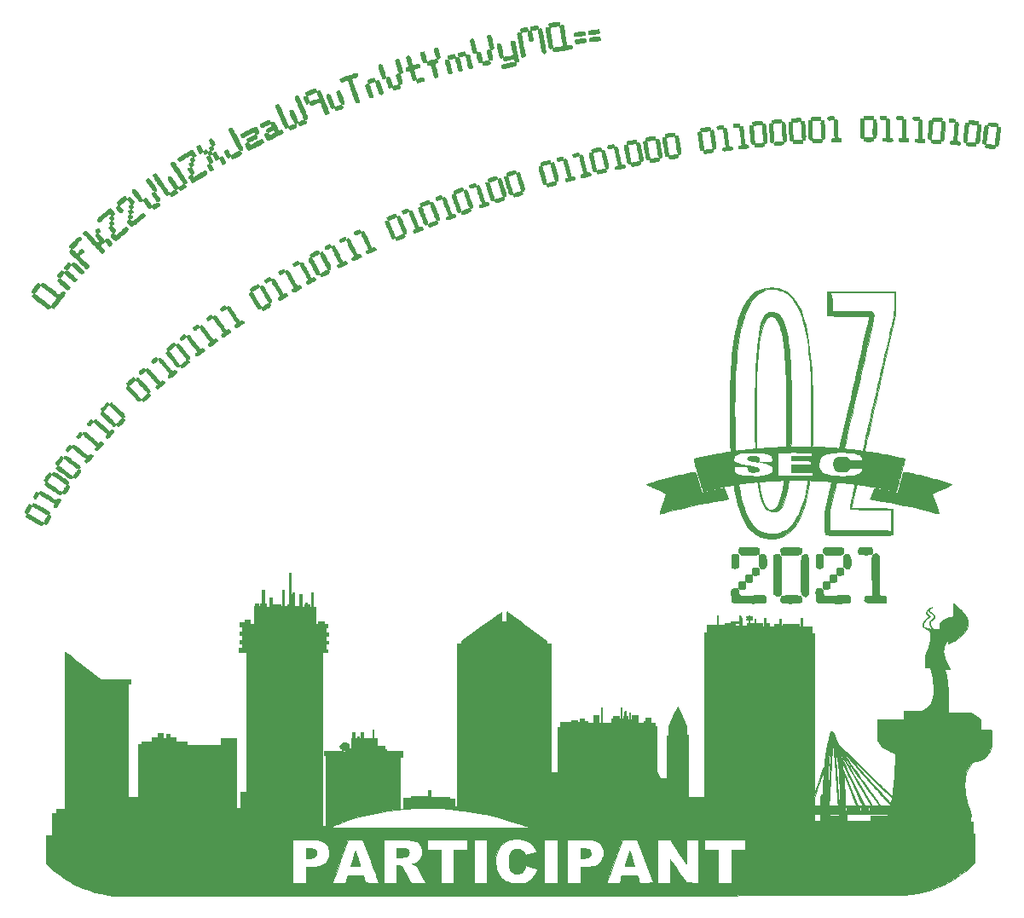
<source format=gbr>
G04 #@! TF.GenerationSoftware,KiCad,Pcbnew,(5.1.10)-1*
G04 #@! TF.CreationDate,2021-09-04T12:13:34-05:00*
G04 #@! TF.ProjectId,OzSec 2021 - Over the Rainbow v2_00(Svg2Shenzen),4f7a5365-6320-4323-9032-31202d204f76,rev?*
G04 #@! TF.SameCoordinates,Original*
G04 #@! TF.FileFunction,Legend,Top*
G04 #@! TF.FilePolarity,Positive*
%FSLAX46Y46*%
G04 Gerber Fmt 4.6, Leading zero omitted, Abs format (unit mm)*
G04 Created by KiCad (PCBNEW (5.1.10)-1) date 2021-09-04 12:13:34*
%MOMM*%
%LPD*%
G01*
G04 APERTURE LIST*
%ADD10C,0.010000*%
G04 APERTURE END LIST*
D10*
G04 #@! TO.C,G\u002A\u002A\u002A*
G36*
X159956726Y-92798542D02*
G01*
X160089769Y-92808155D01*
X160189864Y-92827821D01*
X160261604Y-92860522D01*
X160309584Y-92909241D01*
X160338396Y-92976959D01*
X160352635Y-93066657D01*
X160356761Y-93166417D01*
X160358750Y-93335750D01*
X160231750Y-93339757D01*
X160161023Y-93337218D01*
X160061970Y-93327351D01*
X159947651Y-93311719D01*
X159831129Y-93291888D01*
X159829584Y-93291595D01*
X159653689Y-93257187D01*
X159515592Y-93227614D01*
X159411173Y-93201779D01*
X159336314Y-93178587D01*
X159286895Y-93156945D01*
X159264286Y-93141285D01*
X159233200Y-93087170D01*
X159229489Y-93016109D01*
X159252636Y-92942999D01*
X159272221Y-92912706D01*
X159310048Y-92871598D01*
X159354112Y-92841198D01*
X159411128Y-92819981D01*
X159487812Y-92806423D01*
X159590878Y-92798997D01*
X159727042Y-92796180D01*
X159786142Y-92796000D01*
X159956726Y-92798542D01*
G37*
X159956726Y-92798542D02*
X160089769Y-92808155D01*
X160189864Y-92827821D01*
X160261604Y-92860522D01*
X160309584Y-92909241D01*
X160338396Y-92976959D01*
X160352635Y-93066657D01*
X160356761Y-93166417D01*
X160358750Y-93335750D01*
X160231750Y-93339757D01*
X160161023Y-93337218D01*
X160061970Y-93327351D01*
X159947651Y-93311719D01*
X159831129Y-93291888D01*
X159829584Y-93291595D01*
X159653689Y-93257187D01*
X159515592Y-93227614D01*
X159411173Y-93201779D01*
X159336314Y-93178587D01*
X159286895Y-93156945D01*
X159264286Y-93141285D01*
X159233200Y-93087170D01*
X159229489Y-93016109D01*
X159252636Y-92942999D01*
X159272221Y-92912706D01*
X159310048Y-92871598D01*
X159354112Y-92841198D01*
X159411128Y-92819981D01*
X159487812Y-92806423D01*
X159590878Y-92798997D01*
X159727042Y-92796180D01*
X159786142Y-92796000D01*
X159956726Y-92798542D01*
G36*
X160543966Y-93352858D02*
G01*
X160570417Y-93367500D01*
X160561474Y-93381903D01*
X160518353Y-93388511D01*
X160508166Y-93388667D01*
X160458705Y-93383432D01*
X160433611Y-93370535D01*
X160432834Y-93367500D01*
X160451198Y-93352525D01*
X160495084Y-93346334D01*
X160543966Y-93352858D01*
G37*
X160543966Y-93352858D02*
X160570417Y-93367500D01*
X160561474Y-93381903D01*
X160518353Y-93388511D01*
X160508166Y-93388667D01*
X160458705Y-93383432D01*
X160433611Y-93370535D01*
X160432834Y-93367500D01*
X160451198Y-93352525D01*
X160495084Y-93346334D01*
X160543966Y-93352858D01*
G36*
X147544294Y-132012160D02*
G01*
X147553807Y-132035478D01*
X147574103Y-132094698D01*
X147603705Y-132185202D01*
X147641138Y-132302373D01*
X147684928Y-132441594D01*
X147733599Y-132598246D01*
X147785676Y-132767711D01*
X147786147Y-132769250D01*
X147838077Y-132938749D01*
X147886329Y-133095465D01*
X147929466Y-133234788D01*
X147966049Y-133352106D01*
X147994640Y-133442807D01*
X148013801Y-133502281D01*
X148022095Y-133525915D01*
X148022121Y-133525959D01*
X148004733Y-133530463D01*
X147950767Y-133534472D01*
X147865976Y-133537792D01*
X147756115Y-133540233D01*
X147626937Y-133541604D01*
X147544595Y-133541834D01*
X147057525Y-133541834D01*
X147084907Y-133451875D01*
X147172236Y-133165308D01*
X147248164Y-132916937D01*
X147313441Y-132704409D01*
X147368819Y-132525369D01*
X147415049Y-132377462D01*
X147452883Y-132258335D01*
X147483071Y-132165632D01*
X147506365Y-132097000D01*
X147523517Y-132050083D01*
X147535277Y-132022528D01*
X147542397Y-132011979D01*
X147544294Y-132012160D01*
G37*
X147544294Y-132012160D02*
X147553807Y-132035478D01*
X147574103Y-132094698D01*
X147603705Y-132185202D01*
X147641138Y-132302373D01*
X147684928Y-132441594D01*
X147733599Y-132598246D01*
X147785676Y-132767711D01*
X147786147Y-132769250D01*
X147838077Y-132938749D01*
X147886329Y-133095465D01*
X147929466Y-133234788D01*
X147966049Y-133352106D01*
X147994640Y-133442807D01*
X148013801Y-133502281D01*
X148022095Y-133525915D01*
X148022121Y-133525959D01*
X148004733Y-133530463D01*
X147950767Y-133534472D01*
X147865976Y-133537792D01*
X147756115Y-133540233D01*
X147626937Y-133541604D01*
X147544595Y-133541834D01*
X147057525Y-133541834D01*
X147084907Y-133451875D01*
X147172236Y-133165308D01*
X147248164Y-132916937D01*
X147313441Y-132704409D01*
X147368819Y-132525369D01*
X147415049Y-132377462D01*
X147452883Y-132258335D01*
X147483071Y-132165632D01*
X147506365Y-132097000D01*
X147523517Y-132050083D01*
X147535277Y-132022528D01*
X147542397Y-132011979D01*
X147544294Y-132012160D01*
G36*
X142954459Y-131749306D02*
G01*
X143074968Y-131756548D01*
X143189366Y-131766932D01*
X143286270Y-131779200D01*
X143354295Y-131792093D01*
X143362642Y-131794398D01*
X143484817Y-131851256D01*
X143579321Y-131938352D01*
X143643299Y-132051630D01*
X143673897Y-132187031D01*
X143676191Y-132240084D01*
X143658624Y-132381326D01*
X143605870Y-132499305D01*
X143517257Y-132595039D01*
X143393667Y-132668847D01*
X143345499Y-132683842D01*
X143272664Y-132695341D01*
X143169780Y-132703907D01*
X143031465Y-132710104D01*
X142986209Y-132711475D01*
X142652834Y-132720769D01*
X142652834Y-131736077D01*
X142954459Y-131749306D01*
G37*
X142954459Y-131749306D02*
X143074968Y-131756548D01*
X143189366Y-131766932D01*
X143286270Y-131779200D01*
X143354295Y-131792093D01*
X143362642Y-131794398D01*
X143484817Y-131851256D01*
X143579321Y-131938352D01*
X143643299Y-132051630D01*
X143673897Y-132187031D01*
X143676191Y-132240084D01*
X143658624Y-132381326D01*
X143605870Y-132499305D01*
X143517257Y-132595039D01*
X143393667Y-132668847D01*
X143345499Y-132683842D01*
X143272664Y-132695341D01*
X143169780Y-132703907D01*
X143031465Y-132710104D01*
X142986209Y-132711475D01*
X142652834Y-132720769D01*
X142652834Y-131736077D01*
X142954459Y-131749306D01*
G36*
X124835792Y-131748375D02*
G01*
X124971725Y-131752828D01*
X125098022Y-131759006D01*
X125206749Y-131766362D01*
X125289973Y-131774348D01*
X125339760Y-131782418D01*
X125343135Y-131783373D01*
X125446589Y-131833977D01*
X125536209Y-131911885D01*
X125586342Y-131983313D01*
X125610212Y-132058871D01*
X125620215Y-132155765D01*
X125616296Y-132255948D01*
X125598402Y-132341373D01*
X125587472Y-132367084D01*
X125542110Y-132438823D01*
X125486633Y-132496157D01*
X125416058Y-132540714D01*
X125325402Y-132574119D01*
X125209685Y-132597999D01*
X125063923Y-132613982D01*
X124883136Y-132623693D01*
X124793459Y-132626345D01*
X124407167Y-132635704D01*
X124407167Y-131737797D01*
X124835792Y-131748375D01*
G37*
X124835792Y-131748375D02*
X124971725Y-131752828D01*
X125098022Y-131759006D01*
X125206749Y-131766362D01*
X125289973Y-131774348D01*
X125339760Y-131782418D01*
X125343135Y-131783373D01*
X125446589Y-131833977D01*
X125536209Y-131911885D01*
X125586342Y-131983313D01*
X125610212Y-132058871D01*
X125620215Y-132155765D01*
X125616296Y-132255948D01*
X125598402Y-132341373D01*
X125587472Y-132367084D01*
X125542110Y-132438823D01*
X125486633Y-132496157D01*
X125416058Y-132540714D01*
X125325402Y-132574119D01*
X125209685Y-132597999D01*
X125063923Y-132613982D01*
X124883136Y-132623693D01*
X124793459Y-132626345D01*
X124407167Y-132635704D01*
X124407167Y-131737797D01*
X124835792Y-131748375D01*
G36*
X120308783Y-132016411D02*
G01*
X120328196Y-132071492D01*
X120356611Y-132157196D01*
X120392422Y-132268567D01*
X120434023Y-132400650D01*
X120479806Y-132548490D01*
X120497258Y-132605450D01*
X120546893Y-132767858D01*
X120595081Y-132925423D01*
X120639713Y-133071256D01*
X120678680Y-133198471D01*
X120709873Y-133300179D01*
X120731184Y-133369494D01*
X120733744Y-133377792D01*
X120784389Y-133541834D01*
X119817278Y-133541834D01*
X119867899Y-133377792D01*
X119887226Y-133314856D01*
X119916755Y-133218303D01*
X119954383Y-133095024D01*
X119998011Y-132951908D01*
X120045537Y-132795845D01*
X120094859Y-132633725D01*
X120103529Y-132605209D01*
X120150228Y-132452814D01*
X120193351Y-132314397D01*
X120231298Y-132194911D01*
X120262470Y-132099308D01*
X120285268Y-132032540D01*
X120298093Y-131999558D01*
X120299978Y-131996908D01*
X120308783Y-132016411D01*
G37*
X120308783Y-132016411D02*
X120328196Y-132071492D01*
X120356611Y-132157196D01*
X120392422Y-132268567D01*
X120434023Y-132400650D01*
X120479806Y-132548490D01*
X120497258Y-132605450D01*
X120546893Y-132767858D01*
X120595081Y-132925423D01*
X120639713Y-133071256D01*
X120678680Y-133198471D01*
X120709873Y-133300179D01*
X120731184Y-133369494D01*
X120733744Y-133377792D01*
X120784389Y-133541834D01*
X119817278Y-133541834D01*
X119867899Y-133377792D01*
X119887226Y-133314856D01*
X119916755Y-133218303D01*
X119954383Y-133095024D01*
X119998011Y-132951908D01*
X120045537Y-132795845D01*
X120094859Y-132633725D01*
X120103529Y-132605209D01*
X120150228Y-132452814D01*
X120193351Y-132314397D01*
X120231298Y-132194911D01*
X120262470Y-132099308D01*
X120285268Y-132032540D01*
X120298093Y-131999558D01*
X120299978Y-131996908D01*
X120308783Y-132016411D01*
G36*
X115712959Y-131749306D02*
G01*
X115841937Y-131757112D01*
X115961024Y-131768288D01*
X116059353Y-131781611D01*
X116125396Y-131795661D01*
X116244236Y-131851799D01*
X116338473Y-131938058D01*
X116404270Y-132047665D01*
X116437790Y-132173851D01*
X116435195Y-132309845D01*
X116430699Y-132334351D01*
X116384066Y-132464435D01*
X116303471Y-132569387D01*
X116188361Y-132649922D01*
X116182836Y-132652744D01*
X116139397Y-132673059D01*
X116096845Y-132687701D01*
X116046804Y-132697823D01*
X115980899Y-132704582D01*
X115890756Y-132709133D01*
X115767999Y-132712629D01*
X115744709Y-132713170D01*
X115411334Y-132720769D01*
X115411334Y-131736077D01*
X115712959Y-131749306D01*
G37*
X115712959Y-131749306D02*
X115841937Y-131757112D01*
X115961024Y-131768288D01*
X116059353Y-131781611D01*
X116125396Y-131795661D01*
X116244236Y-131851799D01*
X116338473Y-131938058D01*
X116404270Y-132047665D01*
X116437790Y-132173851D01*
X116435195Y-132309845D01*
X116430699Y-132334351D01*
X116384066Y-132464435D01*
X116303471Y-132569387D01*
X116188361Y-132649922D01*
X116182836Y-132652744D01*
X116139397Y-132673059D01*
X116096845Y-132687701D01*
X116046804Y-132697823D01*
X115980899Y-132704582D01*
X115890756Y-132709133D01*
X115767999Y-132712629D01*
X115744709Y-132713170D01*
X115411334Y-132720769D01*
X115411334Y-131736077D01*
X115712959Y-131749306D01*
G36*
X140452650Y-49681962D02*
G01*
X140515294Y-49688212D01*
X140545563Y-49698913D01*
X140546217Y-49699804D01*
X140554595Y-49730235D01*
X140563971Y-49789390D01*
X140571422Y-49855645D01*
X140584079Y-49991182D01*
X140430998Y-50037679D01*
X140347162Y-50058893D01*
X140236422Y-50081000D01*
X140114042Y-50101194D01*
X140010167Y-50115003D01*
X139902315Y-50128489D01*
X139804662Y-50142641D01*
X139727719Y-50155812D01*
X139681993Y-50166352D01*
X139681050Y-50166665D01*
X139636162Y-50181881D01*
X139613443Y-50184641D01*
X139594306Y-50173937D01*
X139577361Y-50161042D01*
X139555154Y-50126854D01*
X139532565Y-50064480D01*
X139513349Y-49987864D01*
X139501265Y-49910952D01*
X139499000Y-49870195D01*
X139519335Y-49844186D01*
X139577606Y-49814539D01*
X139669715Y-49782634D01*
X139791563Y-49749848D01*
X139939052Y-49717561D01*
X139971820Y-49711178D01*
X140060046Y-49697873D01*
X140161328Y-49688118D01*
X140266580Y-49682095D01*
X140366716Y-49679983D01*
X140452650Y-49681962D01*
G37*
X140452650Y-49681962D02*
X140515294Y-49688212D01*
X140545563Y-49698913D01*
X140546217Y-49699804D01*
X140554595Y-49730235D01*
X140563971Y-49789390D01*
X140571422Y-49855645D01*
X140584079Y-49991182D01*
X140430998Y-50037679D01*
X140347162Y-50058893D01*
X140236422Y-50081000D01*
X140114042Y-50101194D01*
X140010167Y-50115003D01*
X139902315Y-50128489D01*
X139804662Y-50142641D01*
X139727719Y-50155812D01*
X139681993Y-50166352D01*
X139681050Y-50166665D01*
X139636162Y-50181881D01*
X139613443Y-50184641D01*
X139594306Y-50173937D01*
X139577361Y-50161042D01*
X139555154Y-50126854D01*
X139532565Y-50064480D01*
X139513349Y-49987864D01*
X139501265Y-49910952D01*
X139499000Y-49870195D01*
X139519335Y-49844186D01*
X139577606Y-49814539D01*
X139669715Y-49782634D01*
X139791563Y-49749848D01*
X139939052Y-49717561D01*
X139971820Y-49711178D01*
X140060046Y-49697873D01*
X140161328Y-49688118D01*
X140266580Y-49682095D01*
X140366716Y-49679983D01*
X140452650Y-49681962D01*
G36*
X138337980Y-50031054D02*
G01*
X138380952Y-50066382D01*
X138403466Y-50130128D01*
X138404780Y-50138039D01*
X138416395Y-50203115D01*
X138428474Y-50256265D01*
X138429994Y-50261584D01*
X138434324Y-50307007D01*
X138413864Y-50343376D01*
X138364208Y-50373384D01*
X138280945Y-50399726D01*
X138163571Y-50424383D01*
X138030304Y-50448421D01*
X137932479Y-50464974D01*
X137864006Y-50474734D01*
X137818789Y-50478390D01*
X137790738Y-50476635D01*
X137773759Y-50470160D01*
X137771794Y-50468827D01*
X137728492Y-50412933D01*
X137704333Y-50324291D01*
X137699834Y-50253136D01*
X137703188Y-50190330D01*
X137718260Y-50147945D01*
X137752564Y-50120043D01*
X137813614Y-50100686D01*
X137908925Y-50083935D01*
X137915118Y-50083000D01*
X138012060Y-50066960D01*
X138114951Y-50047728D01*
X138169331Y-50036453D01*
X138269218Y-50021845D01*
X138337980Y-50031054D01*
G37*
X138337980Y-50031054D02*
X138380952Y-50066382D01*
X138403466Y-50130128D01*
X138404780Y-50138039D01*
X138416395Y-50203115D01*
X138428474Y-50256265D01*
X138429994Y-50261584D01*
X138434324Y-50307007D01*
X138413864Y-50343376D01*
X138364208Y-50373384D01*
X138280945Y-50399726D01*
X138163571Y-50424383D01*
X138030304Y-50448421D01*
X137932479Y-50464974D01*
X137864006Y-50474734D01*
X137818789Y-50478390D01*
X137790738Y-50476635D01*
X137773759Y-50470160D01*
X137771794Y-50468827D01*
X137728492Y-50412933D01*
X137704333Y-50324291D01*
X137699834Y-50253136D01*
X137703188Y-50190330D01*
X137718260Y-50147945D01*
X137752564Y-50120043D01*
X137813614Y-50100686D01*
X137908925Y-50083935D01*
X137915118Y-50083000D01*
X138012060Y-50066960D01*
X138114951Y-50047728D01*
X138169331Y-50036453D01*
X138269218Y-50021845D01*
X138337980Y-50031054D01*
G36*
X137313028Y-50224932D02*
G01*
X137351671Y-50258760D01*
X137375637Y-50317387D01*
X137391414Y-50404044D01*
X137392663Y-50413400D01*
X137399277Y-50479299D01*
X137394681Y-50517437D01*
X137375421Y-50541669D01*
X137357636Y-50553895D01*
X137316014Y-50570739D01*
X137244298Y-50590781D01*
X137154263Y-50610960D01*
X137096584Y-50621816D01*
X136969897Y-50643922D01*
X136878442Y-50659158D01*
X136815682Y-50667532D01*
X136775079Y-50669054D01*
X136750094Y-50663731D01*
X136734188Y-50651572D01*
X136720825Y-50632585D01*
X136714224Y-50622312D01*
X136689473Y-50566175D01*
X136671312Y-50492376D01*
X136667703Y-50465300D01*
X136669427Y-50380513D01*
X136697634Y-50325504D01*
X136757493Y-50293476D01*
X136806222Y-50283126D01*
X136866751Y-50273022D01*
X136950936Y-50257765D01*
X137040941Y-50240591D01*
X137044150Y-50239961D01*
X137165756Y-50218762D01*
X137253219Y-50212676D01*
X137313028Y-50224932D01*
G37*
X137313028Y-50224932D02*
X137351671Y-50258760D01*
X137375637Y-50317387D01*
X137391414Y-50404044D01*
X137392663Y-50413400D01*
X137399277Y-50479299D01*
X137394681Y-50517437D01*
X137375421Y-50541669D01*
X137357636Y-50553895D01*
X137316014Y-50570739D01*
X137244298Y-50590781D01*
X137154263Y-50610960D01*
X137096584Y-50621816D01*
X136969897Y-50643922D01*
X136878442Y-50659158D01*
X136815682Y-50667532D01*
X136775079Y-50669054D01*
X136750094Y-50663731D01*
X136734188Y-50651572D01*
X136720825Y-50632585D01*
X136714224Y-50622312D01*
X136689473Y-50566175D01*
X136671312Y-50492376D01*
X136667703Y-50465300D01*
X136669427Y-50380513D01*
X136697634Y-50325504D01*
X136757493Y-50293476D01*
X136806222Y-50283126D01*
X136866751Y-50273022D01*
X136950936Y-50257765D01*
X137040941Y-50240591D01*
X137044150Y-50239961D01*
X137165756Y-50218762D01*
X137253219Y-50212676D01*
X137313028Y-50224932D01*
G36*
X144468306Y-50434018D02*
G01*
X144489776Y-50491333D01*
X144500110Y-50584323D01*
X144501373Y-50617456D01*
X144504917Y-50747331D01*
X144420250Y-50775631D01*
X144224781Y-50827764D01*
X144000185Y-50862606D01*
X143759938Y-50880249D01*
X143480625Y-50891916D01*
X143464733Y-50830750D01*
X143454742Y-50771483D01*
X143448534Y-50695299D01*
X143447712Y-50666945D01*
X143446584Y-50564307D01*
X143573584Y-50523376D01*
X143642296Y-50506069D01*
X143741110Y-50487472D01*
X143857921Y-50469586D01*
X143980624Y-50454413D01*
X144007500Y-50451609D01*
X144122860Y-50439598D01*
X144228335Y-50427845D01*
X144314226Y-50417487D01*
X144370833Y-50409658D01*
X144381326Y-50407844D01*
X144433043Y-50407736D01*
X144468306Y-50434018D01*
G37*
X144468306Y-50434018D02*
X144489776Y-50491333D01*
X144500110Y-50584323D01*
X144501373Y-50617456D01*
X144504917Y-50747331D01*
X144420250Y-50775631D01*
X144224781Y-50827764D01*
X144000185Y-50862606D01*
X143759938Y-50880249D01*
X143480625Y-50891916D01*
X143464733Y-50830750D01*
X143454742Y-50771483D01*
X143448534Y-50695299D01*
X143447712Y-50666945D01*
X143446584Y-50564307D01*
X143573584Y-50523376D01*
X143642296Y-50506069D01*
X143741110Y-50487472D01*
X143857921Y-50469586D01*
X143980624Y-50454413D01*
X144007500Y-50451609D01*
X144122860Y-50439598D01*
X144228335Y-50427845D01*
X144314226Y-50417487D01*
X144370833Y-50409658D01*
X144381326Y-50407844D01*
X144433043Y-50407736D01*
X144468306Y-50434018D01*
G36*
X143040414Y-50611202D02*
G01*
X143054539Y-50641371D01*
X143067719Y-50694804D01*
X143077954Y-50769723D01*
X143081366Y-50816594D01*
X143086750Y-50935417D01*
X142959750Y-50974012D01*
X142872627Y-50997921D01*
X142766824Y-51023345D01*
X142666370Y-51044554D01*
X142581460Y-51057286D01*
X142481079Y-51066874D01*
X142374123Y-51073148D01*
X142269486Y-51075941D01*
X142176062Y-51075085D01*
X142102746Y-51070411D01*
X142058433Y-51061752D01*
X142050117Y-51056197D01*
X142041739Y-51025765D01*
X142032363Y-50966610D01*
X142024912Y-50900355D01*
X142012255Y-50764818D01*
X142168503Y-50717331D01*
X142251540Y-50696580D01*
X142362361Y-50675115D01*
X142486542Y-50655459D01*
X142609656Y-50640134D01*
X142610500Y-50640045D01*
X142722390Y-50627976D01*
X142824746Y-50616203D01*
X142907269Y-50605962D01*
X142959660Y-50598487D01*
X142964673Y-50597609D01*
X143014015Y-50593468D01*
X143040414Y-50611202D01*
G37*
X143040414Y-50611202D02*
X143054539Y-50641371D01*
X143067719Y-50694804D01*
X143077954Y-50769723D01*
X143081366Y-50816594D01*
X143086750Y-50935417D01*
X142959750Y-50974012D01*
X142872627Y-50997921D01*
X142766824Y-51023345D01*
X142666370Y-51044554D01*
X142581460Y-51057286D01*
X142481079Y-51066874D01*
X142374123Y-51073148D01*
X142269486Y-51075941D01*
X142176062Y-51075085D01*
X142102746Y-51070411D01*
X142058433Y-51061752D01*
X142050117Y-51056197D01*
X142041739Y-51025765D01*
X142032363Y-50966610D01*
X142024912Y-50900355D01*
X142012255Y-50764818D01*
X142168503Y-50717331D01*
X142251540Y-50696580D01*
X142362361Y-50675115D01*
X142486542Y-50655459D01*
X142609656Y-50640134D01*
X142610500Y-50640045D01*
X142722390Y-50627976D01*
X142824746Y-50616203D01*
X142907269Y-50605962D01*
X142959660Y-50598487D01*
X142964673Y-50597609D01*
X143014015Y-50593468D01*
X143040414Y-50611202D01*
G36*
X137725190Y-50517144D02*
G01*
X137767455Y-50571826D01*
X137796254Y-50661507D01*
X137808105Y-50729028D01*
X137821426Y-50812162D01*
X137840744Y-50920640D01*
X137863132Y-51038422D01*
X137879271Y-51118834D01*
X137903884Y-51249326D01*
X137915946Y-51346255D01*
X137915255Y-51416552D01*
X137901609Y-51467147D01*
X137874805Y-51504969D01*
X137867800Y-51511653D01*
X137809049Y-51542797D01*
X137731680Y-51557181D01*
X137654606Y-51553350D01*
X137599899Y-51532257D01*
X137564321Y-51492298D01*
X137536518Y-51426510D01*
X137514677Y-51329175D01*
X137499081Y-51214084D01*
X137486314Y-51127214D01*
X137466446Y-51022543D01*
X137444276Y-50924807D01*
X137414096Y-50784845D01*
X137404056Y-50678281D01*
X137415651Y-50600509D01*
X137450378Y-50546920D01*
X137509732Y-50512906D01*
X137583645Y-50495489D01*
X137665305Y-50493140D01*
X137725190Y-50517144D01*
G37*
X137725190Y-50517144D02*
X137767455Y-50571826D01*
X137796254Y-50661507D01*
X137808105Y-50729028D01*
X137821426Y-50812162D01*
X137840744Y-50920640D01*
X137863132Y-51038422D01*
X137879271Y-51118834D01*
X137903884Y-51249326D01*
X137915946Y-51346255D01*
X137915255Y-51416552D01*
X137901609Y-51467147D01*
X137874805Y-51504969D01*
X137867800Y-51511653D01*
X137809049Y-51542797D01*
X137731680Y-51557181D01*
X137654606Y-51553350D01*
X137599899Y-51532257D01*
X137564321Y-51492298D01*
X137536518Y-51426510D01*
X137514677Y-51329175D01*
X137499081Y-51214084D01*
X137486314Y-51127214D01*
X137466446Y-51022543D01*
X137444276Y-50924807D01*
X137414096Y-50784845D01*
X137404056Y-50678281D01*
X137415651Y-50600509D01*
X137450378Y-50546920D01*
X137509732Y-50512906D01*
X137583645Y-50495489D01*
X137665305Y-50493140D01*
X137725190Y-50517144D01*
G36*
X144530084Y-51110785D02*
G01*
X144563709Y-51141422D01*
X144580184Y-51201997D01*
X144586107Y-51298578D01*
X144586144Y-51300134D01*
X144589584Y-51444468D01*
X144426512Y-51491591D01*
X144252181Y-51532610D01*
X144055705Y-51563315D01*
X143856567Y-51581078D01*
X143738370Y-51584441D01*
X143655939Y-51582742D01*
X143605650Y-51576013D01*
X143577397Y-51561924D01*
X143564123Y-51544265D01*
X143551245Y-51501353D01*
X143540967Y-51433641D01*
X143536920Y-51381535D01*
X143531250Y-51259039D01*
X143698554Y-51210617D01*
X143803380Y-51185726D01*
X143926309Y-51164533D01*
X144043116Y-51151118D01*
X144058388Y-51150043D01*
X144165399Y-51141570D01*
X144275656Y-51130055D01*
X144368675Y-51117695D01*
X144385008Y-51115043D01*
X144472716Y-51104015D01*
X144530084Y-51110785D01*
G37*
X144530084Y-51110785D02*
X144563709Y-51141422D01*
X144580184Y-51201997D01*
X144586107Y-51298578D01*
X144586144Y-51300134D01*
X144589584Y-51444468D01*
X144426512Y-51491591D01*
X144252181Y-51532610D01*
X144055705Y-51563315D01*
X143856567Y-51581078D01*
X143738370Y-51584441D01*
X143655939Y-51582742D01*
X143605650Y-51576013D01*
X143577397Y-51561924D01*
X143564123Y-51544265D01*
X143551245Y-51501353D01*
X143540967Y-51433641D01*
X143536920Y-51381535D01*
X143531250Y-51259039D01*
X143698554Y-51210617D01*
X143803380Y-51185726D01*
X143926309Y-51164533D01*
X144043116Y-51151118D01*
X144058388Y-51150043D01*
X144165399Y-51141570D01*
X144275656Y-51130055D01*
X144368675Y-51117695D01*
X144385008Y-51115043D01*
X144472716Y-51104015D01*
X144530084Y-51110785D01*
G36*
X143158501Y-51364959D02*
G01*
X143176959Y-51452899D01*
X143185071Y-51533192D01*
X143182308Y-51594386D01*
X143170445Y-51623359D01*
X143135773Y-51640578D01*
X143069529Y-51662968D01*
X142981750Y-51687882D01*
X142882469Y-51712670D01*
X142781722Y-51734687D01*
X142689542Y-51751283D01*
X142680529Y-51752639D01*
X142581323Y-51763712D01*
X142464223Y-51771709D01*
X142353645Y-51774989D01*
X142347899Y-51775000D01*
X142256919Y-51773614D01*
X142199367Y-51768360D01*
X142166397Y-51757598D01*
X142149162Y-51739686D01*
X142148231Y-51737959D01*
X142135007Y-51696847D01*
X142121652Y-51630886D01*
X142114518Y-51581640D01*
X142100062Y-51462364D01*
X142244156Y-51418969D01*
X142337247Y-51391402D01*
X142409556Y-51372051D01*
X142474527Y-51358396D01*
X142545603Y-51347916D01*
X142636229Y-51338092D01*
X142716334Y-51330458D01*
X142821523Y-51320230D01*
X142922471Y-51309724D01*
X143004481Y-51300500D01*
X143037614Y-51296348D01*
X143136644Y-51283002D01*
X143158501Y-51364959D01*
G37*
X143158501Y-51364959D02*
X143176959Y-51452899D01*
X143185071Y-51533192D01*
X143182308Y-51594386D01*
X143170445Y-51623359D01*
X143135773Y-51640578D01*
X143069529Y-51662968D01*
X142981750Y-51687882D01*
X142882469Y-51712670D01*
X142781722Y-51734687D01*
X142689542Y-51751283D01*
X142680529Y-51752639D01*
X142581323Y-51763712D01*
X142464223Y-51771709D01*
X142353645Y-51774989D01*
X142347899Y-51775000D01*
X142256919Y-51773614D01*
X142199367Y-51768360D01*
X142166397Y-51757598D01*
X142149162Y-51739686D01*
X142148231Y-51737959D01*
X142135007Y-51696847D01*
X142121652Y-51630886D01*
X142114518Y-51581640D01*
X142100062Y-51462364D01*
X142244156Y-51418969D01*
X142337247Y-51391402D01*
X142409556Y-51372051D01*
X142474527Y-51358396D01*
X142545603Y-51347916D01*
X142636229Y-51338092D01*
X142716334Y-51330458D01*
X142821523Y-51320230D01*
X142922471Y-51309724D01*
X143004481Y-51300500D01*
X143037614Y-51296348D01*
X143136644Y-51283002D01*
X143158501Y-51364959D01*
G36*
X139509881Y-50183057D02*
G01*
X139516952Y-50185780D01*
X139561802Y-50227282D01*
X139597331Y-50300528D01*
X139624549Y-50408659D01*
X139644462Y-50554817D01*
X139648148Y-50594531D01*
X139657038Y-50679423D01*
X139671679Y-50797885D01*
X139690942Y-50941714D01*
X139713695Y-51102710D01*
X139738807Y-51272671D01*
X139765146Y-51443398D01*
X139765702Y-51446917D01*
X139790954Y-51606954D01*
X139814522Y-51756736D01*
X139835458Y-51890201D01*
X139852814Y-52001293D01*
X139865641Y-52083951D01*
X139872991Y-52132117D01*
X139873745Y-52137244D01*
X139876167Y-52194165D01*
X139857801Y-52230024D01*
X139835358Y-52248369D01*
X139773545Y-52272455D01*
X139691098Y-52280875D01*
X139607050Y-52272746D01*
X139566851Y-52260826D01*
X139528969Y-52234819D01*
X139498718Y-52187350D01*
X139474549Y-52113423D01*
X139454912Y-52008041D01*
X139438258Y-51866207D01*
X139435552Y-51837458D01*
X139420927Y-51709341D01*
X139399311Y-51559419D01*
X139373705Y-51407024D01*
X139349058Y-51280561D01*
X139322724Y-51152868D01*
X139296598Y-51019454D01*
X139273629Y-50895771D01*
X139256762Y-50797274D01*
X139256201Y-50793727D01*
X139243505Y-50699052D01*
X139232918Y-50593708D01*
X139224896Y-50486617D01*
X139219897Y-50386700D01*
X139218376Y-50302877D01*
X139220792Y-50244070D01*
X139226802Y-50219809D01*
X139261460Y-50204230D01*
X139322772Y-50190926D01*
X139395064Y-50181737D01*
X139462659Y-50178502D01*
X139509881Y-50183057D01*
G37*
X139509881Y-50183057D02*
X139516952Y-50185780D01*
X139561802Y-50227282D01*
X139597331Y-50300528D01*
X139624549Y-50408659D01*
X139644462Y-50554817D01*
X139648148Y-50594531D01*
X139657038Y-50679423D01*
X139671679Y-50797885D01*
X139690942Y-50941714D01*
X139713695Y-51102710D01*
X139738807Y-51272671D01*
X139765146Y-51443398D01*
X139765702Y-51446917D01*
X139790954Y-51606954D01*
X139814522Y-51756736D01*
X139835458Y-51890201D01*
X139852814Y-52001293D01*
X139865641Y-52083951D01*
X139872991Y-52132117D01*
X139873745Y-52137244D01*
X139876167Y-52194165D01*
X139857801Y-52230024D01*
X139835358Y-52248369D01*
X139773545Y-52272455D01*
X139691098Y-52280875D01*
X139607050Y-52272746D01*
X139566851Y-52260826D01*
X139528969Y-52234819D01*
X139498718Y-52187350D01*
X139474549Y-52113423D01*
X139454912Y-52008041D01*
X139438258Y-51866207D01*
X139435552Y-51837458D01*
X139420927Y-51709341D01*
X139399311Y-51559419D01*
X139373705Y-51407024D01*
X139349058Y-51280561D01*
X139322724Y-51152868D01*
X139296598Y-51019454D01*
X139273629Y-50895771D01*
X139256762Y-50797274D01*
X139256201Y-50793727D01*
X139243505Y-50699052D01*
X139232918Y-50593708D01*
X139224896Y-50486617D01*
X139219897Y-50386700D01*
X139218376Y-50302877D01*
X139220792Y-50244070D01*
X139226802Y-50219809D01*
X139261460Y-50204230D01*
X139322772Y-50190926D01*
X139395064Y-50181737D01*
X139462659Y-50178502D01*
X139509881Y-50183057D01*
G36*
X133677884Y-50957169D02*
G01*
X133697603Y-50964669D01*
X133733405Y-51007944D01*
X133770044Y-51093008D01*
X133807347Y-51219326D01*
X133845140Y-51386366D01*
X133860944Y-51467609D01*
X133884075Y-51584720D01*
X133909012Y-51700005D01*
X133932743Y-51800125D01*
X133952100Y-51871239D01*
X133992097Y-52020835D01*
X134009638Y-52140185D01*
X134005302Y-52234561D01*
X133996137Y-52270992D01*
X133958260Y-52345050D01*
X133904468Y-52380882D01*
X133831901Y-52379623D01*
X133773409Y-52359498D01*
X133720985Y-52330987D01*
X133685375Y-52302118D01*
X133656918Y-52250650D01*
X133625208Y-52164326D01*
X133592316Y-52050288D01*
X133560310Y-51915679D01*
X133532402Y-51774088D01*
X133511728Y-51666377D01*
X133489491Y-51564148D01*
X133468657Y-51480376D01*
X133455012Y-51435421D01*
X133435455Y-51363497D01*
X133418583Y-51271107D01*
X133409338Y-51191871D01*
X133404769Y-51107795D01*
X133408295Y-51054539D01*
X133421286Y-51021129D01*
X133432269Y-51007922D01*
X133477903Y-50981744D01*
X133545642Y-50962669D01*
X133618099Y-50953533D01*
X133677884Y-50957169D01*
G37*
X133677884Y-50957169D02*
X133697603Y-50964669D01*
X133733405Y-51007944D01*
X133770044Y-51093008D01*
X133807347Y-51219326D01*
X133845140Y-51386366D01*
X133860944Y-51467609D01*
X133884075Y-51584720D01*
X133909012Y-51700005D01*
X133932743Y-51800125D01*
X133952100Y-51871239D01*
X133992097Y-52020835D01*
X134009638Y-52140185D01*
X134005302Y-52234561D01*
X133996137Y-52270992D01*
X133958260Y-52345050D01*
X133904468Y-52380882D01*
X133831901Y-52379623D01*
X133773409Y-52359498D01*
X133720985Y-52330987D01*
X133685375Y-52302118D01*
X133656918Y-52250650D01*
X133625208Y-52164326D01*
X133592316Y-52050288D01*
X133560310Y-51915679D01*
X133532402Y-51774088D01*
X133511728Y-51666377D01*
X133489491Y-51564148D01*
X133468657Y-51480376D01*
X133455012Y-51435421D01*
X133435455Y-51363497D01*
X133418583Y-51271107D01*
X133409338Y-51191871D01*
X133404769Y-51107795D01*
X133408295Y-51054539D01*
X133421286Y-51021129D01*
X133432269Y-51007922D01*
X133477903Y-50981744D01*
X133545642Y-50962669D01*
X133618099Y-50953533D01*
X133677884Y-50957169D01*
G36*
X140874546Y-49965187D02*
G01*
X140932160Y-49997152D01*
X140954657Y-50035271D01*
X140964351Y-50074842D01*
X140978766Y-50150320D01*
X140996992Y-50255657D01*
X141018120Y-50384803D01*
X141041241Y-50531710D01*
X141065447Y-50690328D01*
X141089827Y-50854607D01*
X141113474Y-51018499D01*
X141135479Y-51175954D01*
X141154931Y-51320922D01*
X141170923Y-51447356D01*
X141182544Y-51549204D01*
X141183410Y-51557593D01*
X141201094Y-51708620D01*
X141221736Y-51821761D01*
X141249139Y-51901452D01*
X141287110Y-51952133D01*
X141339453Y-51978241D01*
X141409975Y-51984214D01*
X141502479Y-51974490D01*
X141536160Y-51968991D01*
X141628739Y-51953797D01*
X141689676Y-51947007D01*
X141728955Y-51949331D01*
X141756560Y-51961476D01*
X141782478Y-51984154D01*
X141785000Y-51986667D01*
X141816684Y-52044126D01*
X141827984Y-52121130D01*
X141818628Y-52199973D01*
X141789227Y-52261869D01*
X141768511Y-52281164D01*
X141736475Y-52297565D01*
X141686437Y-52312885D01*
X141611714Y-52328934D01*
X141505624Y-52347524D01*
X141425803Y-52360388D01*
X141279377Y-52384800D01*
X141115632Y-52414113D01*
X140953760Y-52444784D01*
X140812949Y-52473269D01*
X140802451Y-52475500D01*
X140619717Y-52509340D01*
X140413217Y-52539007D01*
X140201476Y-52562235D01*
X140003018Y-52576757D01*
X139958851Y-52578716D01*
X139940289Y-52561740D01*
X139919418Y-52521125D01*
X139905536Y-52465988D01*
X139895846Y-52390401D01*
X139893484Y-52347818D01*
X139890584Y-52232720D01*
X139964667Y-52217135D01*
X140011803Y-52208689D01*
X140091246Y-52196018D01*
X140193354Y-52180598D01*
X140308487Y-52163907D01*
X140356250Y-52157174D01*
X140510886Y-52134826D01*
X140629046Y-52115646D01*
X140716331Y-52098160D01*
X140778343Y-52080893D01*
X140820684Y-52062370D01*
X140848956Y-52041118D01*
X140863484Y-52023670D01*
X140886562Y-51973583D01*
X140894070Y-51906663D01*
X140885825Y-51815999D01*
X140861647Y-51694679D01*
X140853964Y-51662334D01*
X140838860Y-51592534D01*
X140818909Y-51489013D01*
X140795559Y-51359916D01*
X140770259Y-51213384D01*
X140744456Y-51057561D01*
X140727212Y-50949500D01*
X140702341Y-50793411D01*
X140677574Y-50642284D01*
X140654246Y-50503950D01*
X140633694Y-50386240D01*
X140617253Y-50296984D01*
X140608803Y-50255163D01*
X140592176Y-50173858D01*
X140585809Y-50121685D01*
X140589684Y-50086713D01*
X140603783Y-50057006D01*
X140608499Y-50049619D01*
X140657348Y-50006772D01*
X140731348Y-49975477D01*
X140813783Y-49961040D01*
X140874546Y-49965187D01*
G37*
X140874546Y-49965187D02*
X140932160Y-49997152D01*
X140954657Y-50035271D01*
X140964351Y-50074842D01*
X140978766Y-50150320D01*
X140996992Y-50255657D01*
X141018120Y-50384803D01*
X141041241Y-50531710D01*
X141065447Y-50690328D01*
X141089827Y-50854607D01*
X141113474Y-51018499D01*
X141135479Y-51175954D01*
X141154931Y-51320922D01*
X141170923Y-51447356D01*
X141182544Y-51549204D01*
X141183410Y-51557593D01*
X141201094Y-51708620D01*
X141221736Y-51821761D01*
X141249139Y-51901452D01*
X141287110Y-51952133D01*
X141339453Y-51978241D01*
X141409975Y-51984214D01*
X141502479Y-51974490D01*
X141536160Y-51968991D01*
X141628739Y-51953797D01*
X141689676Y-51947007D01*
X141728955Y-51949331D01*
X141756560Y-51961476D01*
X141782478Y-51984154D01*
X141785000Y-51986667D01*
X141816684Y-52044126D01*
X141827984Y-52121130D01*
X141818628Y-52199973D01*
X141789227Y-52261869D01*
X141768511Y-52281164D01*
X141736475Y-52297565D01*
X141686437Y-52312885D01*
X141611714Y-52328934D01*
X141505624Y-52347524D01*
X141425803Y-52360388D01*
X141279377Y-52384800D01*
X141115632Y-52414113D01*
X140953760Y-52444784D01*
X140812949Y-52473269D01*
X140802451Y-52475500D01*
X140619717Y-52509340D01*
X140413217Y-52539007D01*
X140201476Y-52562235D01*
X140003018Y-52576757D01*
X139958851Y-52578716D01*
X139940289Y-52561740D01*
X139919418Y-52521125D01*
X139905536Y-52465988D01*
X139895846Y-52390401D01*
X139893484Y-52347818D01*
X139890584Y-52232720D01*
X139964667Y-52217135D01*
X140011803Y-52208689D01*
X140091246Y-52196018D01*
X140193354Y-52180598D01*
X140308487Y-52163907D01*
X140356250Y-52157174D01*
X140510886Y-52134826D01*
X140629046Y-52115646D01*
X140716331Y-52098160D01*
X140778343Y-52080893D01*
X140820684Y-52062370D01*
X140848956Y-52041118D01*
X140863484Y-52023670D01*
X140886562Y-51973583D01*
X140894070Y-51906663D01*
X140885825Y-51815999D01*
X140861647Y-51694679D01*
X140853964Y-51662334D01*
X140838860Y-51592534D01*
X140818909Y-51489013D01*
X140795559Y-51359916D01*
X140770259Y-51213384D01*
X140744456Y-51057561D01*
X140727212Y-50949500D01*
X140702341Y-50793411D01*
X140677574Y-50642284D01*
X140654246Y-50503950D01*
X140633694Y-50386240D01*
X140617253Y-50296984D01*
X140608803Y-50255163D01*
X140592176Y-50173858D01*
X140585809Y-50121685D01*
X140589684Y-50086713D01*
X140603783Y-50057006D01*
X140608499Y-50049619D01*
X140657348Y-50006772D01*
X140731348Y-49975477D01*
X140813783Y-49961040D01*
X140874546Y-49965187D01*
G36*
X131959803Y-51337883D02*
G01*
X132014859Y-51369733D01*
X132023040Y-51378445D01*
X132033364Y-51405361D01*
X132051456Y-51468009D01*
X132075888Y-51560800D01*
X132105231Y-51678143D01*
X132138059Y-51814447D01*
X132172944Y-51964124D01*
X132175722Y-51976251D01*
X132210378Y-52127685D01*
X132242313Y-52267149D01*
X132270202Y-52388858D01*
X132292718Y-52487023D01*
X132308533Y-52555858D01*
X132316322Y-52589576D01*
X132316513Y-52590388D01*
X132309719Y-52643029D01*
X132274420Y-52696693D01*
X132221913Y-52737983D01*
X132179802Y-52752526D01*
X132114954Y-52753347D01*
X132051682Y-52743612D01*
X132014984Y-52729697D01*
X131985012Y-52705195D01*
X131958945Y-52664095D01*
X131933964Y-52600387D01*
X131907249Y-52508062D01*
X131875981Y-52381108D01*
X131870344Y-52357084D01*
X131841183Y-52235206D01*
X131808246Y-52102177D01*
X131776741Y-51978863D01*
X131762816Y-51926118D01*
X131736947Y-51809648D01*
X131718842Y-51687386D01*
X131709306Y-51570333D01*
X131709143Y-51469489D01*
X131719158Y-51395854D01*
X131723137Y-51383527D01*
X131757716Y-51346618D01*
X131817705Y-51326555D01*
X131889576Y-51323567D01*
X131959803Y-51337883D01*
G37*
X131959803Y-51337883D02*
X132014859Y-51369733D01*
X132023040Y-51378445D01*
X132033364Y-51405361D01*
X132051456Y-51468009D01*
X132075888Y-51560800D01*
X132105231Y-51678143D01*
X132138059Y-51814447D01*
X132172944Y-51964124D01*
X132175722Y-51976251D01*
X132210378Y-52127685D01*
X132242313Y-52267149D01*
X132270202Y-52388858D01*
X132292718Y-52487023D01*
X132308533Y-52555858D01*
X132316322Y-52589576D01*
X132316513Y-52590388D01*
X132309719Y-52643029D01*
X132274420Y-52696693D01*
X132221913Y-52737983D01*
X132179802Y-52752526D01*
X132114954Y-52753347D01*
X132051682Y-52743612D01*
X132014984Y-52729697D01*
X131985012Y-52705195D01*
X131958945Y-52664095D01*
X131933964Y-52600387D01*
X131907249Y-52508062D01*
X131875981Y-52381108D01*
X131870344Y-52357084D01*
X131841183Y-52235206D01*
X131808246Y-52102177D01*
X131776741Y-51978863D01*
X131762816Y-51926118D01*
X131736947Y-51809648D01*
X131718842Y-51687386D01*
X131709306Y-51570333D01*
X131709143Y-51469489D01*
X131719158Y-51395854D01*
X131723137Y-51383527D01*
X131757716Y-51346618D01*
X131817705Y-51326555D01*
X131889576Y-51323567D01*
X131959803Y-51337883D01*
G36*
X138739558Y-50318781D02*
G01*
X138764255Y-50334899D01*
X138784518Y-50367599D01*
X138788207Y-50374695D01*
X138806232Y-50423952D01*
X138826661Y-50502085D01*
X138846279Y-50596009D01*
X138855130Y-50646984D01*
X138871014Y-50742911D01*
X138893104Y-50872109D01*
X138920103Y-51027344D01*
X138950716Y-51201380D01*
X138983648Y-51386981D01*
X139017604Y-51576912D01*
X139051288Y-51763937D01*
X139083405Y-51940819D01*
X139112660Y-52100325D01*
X139137757Y-52235218D01*
X139157402Y-52338262D01*
X139162936Y-52366405D01*
X139186239Y-52509324D01*
X139191424Y-52617676D01*
X139177923Y-52695420D01*
X139145169Y-52746513D01*
X139104903Y-52770789D01*
X139064497Y-52785048D01*
X139047831Y-52789091D01*
X139027099Y-52782579D01*
X138981646Y-52769203D01*
X138975235Y-52767348D01*
X138919902Y-52739831D01*
X138871976Y-52689247D01*
X138830010Y-52611977D01*
X138792555Y-52504405D01*
X138758164Y-52362914D01*
X138725388Y-52183885D01*
X138714819Y-52116869D01*
X138677003Y-51870439D01*
X138644445Y-51661025D01*
X138616333Y-51483749D01*
X138591854Y-51333731D01*
X138570195Y-51206092D01*
X138550543Y-51095953D01*
X138532084Y-50998435D01*
X138514007Y-50908658D01*
X138511493Y-50896584D01*
X138477785Y-50729356D01*
X138455446Y-50598541D01*
X138445393Y-50499528D01*
X138448544Y-50427706D01*
X138465818Y-50378464D01*
X138498134Y-50347192D01*
X138546408Y-50329278D01*
X138611560Y-50320111D01*
X138626530Y-50318934D01*
X138697844Y-50314906D01*
X138739558Y-50318781D01*
G37*
X138739558Y-50318781D02*
X138764255Y-50334899D01*
X138784518Y-50367599D01*
X138788207Y-50374695D01*
X138806232Y-50423952D01*
X138826661Y-50502085D01*
X138846279Y-50596009D01*
X138855130Y-50646984D01*
X138871014Y-50742911D01*
X138893104Y-50872109D01*
X138920103Y-51027344D01*
X138950716Y-51201380D01*
X138983648Y-51386981D01*
X139017604Y-51576912D01*
X139051288Y-51763937D01*
X139083405Y-51940819D01*
X139112660Y-52100325D01*
X139137757Y-52235218D01*
X139157402Y-52338262D01*
X139162936Y-52366405D01*
X139186239Y-52509324D01*
X139191424Y-52617676D01*
X139177923Y-52695420D01*
X139145169Y-52746513D01*
X139104903Y-52770789D01*
X139064497Y-52785048D01*
X139047831Y-52789091D01*
X139027099Y-52782579D01*
X138981646Y-52769203D01*
X138975235Y-52767348D01*
X138919902Y-52739831D01*
X138871976Y-52689247D01*
X138830010Y-52611977D01*
X138792555Y-52504405D01*
X138758164Y-52362914D01*
X138725388Y-52183885D01*
X138714819Y-52116869D01*
X138677003Y-51870439D01*
X138644445Y-51661025D01*
X138616333Y-51483749D01*
X138591854Y-51333731D01*
X138570195Y-51206092D01*
X138550543Y-51095953D01*
X138532084Y-50998435D01*
X138514007Y-50908658D01*
X138511493Y-50896584D01*
X138477785Y-50729356D01*
X138455446Y-50598541D01*
X138445393Y-50499528D01*
X138448544Y-50427706D01*
X138465818Y-50378464D01*
X138498134Y-50347192D01*
X138546408Y-50329278D01*
X138611560Y-50320111D01*
X138626530Y-50318934D01*
X138697844Y-50314906D01*
X138739558Y-50318781D01*
G36*
X131127058Y-52614937D02*
G01*
X131144681Y-52626959D01*
X131172196Y-52664861D01*
X131197883Y-52728223D01*
X131217677Y-52801601D01*
X131227512Y-52869550D01*
X131223325Y-52916627D01*
X131221797Y-52919937D01*
X131205110Y-52941241D01*
X131175510Y-52960517D01*
X131126587Y-52980134D01*
X131051931Y-53002459D01*
X130945134Y-53029858D01*
X130884167Y-53044646D01*
X130795865Y-53065851D01*
X130722590Y-53083486D01*
X130674440Y-53095118D01*
X130661917Y-53098178D01*
X130624552Y-53097865D01*
X130603421Y-53093793D01*
X130560511Y-53062744D01*
X130526522Y-53000771D01*
X130506457Y-52919103D01*
X130503167Y-52868726D01*
X130508017Y-52803521D01*
X130528065Y-52760747D01*
X130571556Y-52732502D01*
X130646737Y-52710884D01*
X130673944Y-52705075D01*
X130759854Y-52685275D01*
X130859504Y-52659275D01*
X130923438Y-52640973D01*
X131008155Y-52616425D01*
X131063251Y-52604352D01*
X131099345Y-52604080D01*
X131127058Y-52614937D01*
G37*
X131127058Y-52614937D02*
X131144681Y-52626959D01*
X131172196Y-52664861D01*
X131197883Y-52728223D01*
X131217677Y-52801601D01*
X131227512Y-52869550D01*
X131223325Y-52916627D01*
X131221797Y-52919937D01*
X131205110Y-52941241D01*
X131175510Y-52960517D01*
X131126587Y-52980134D01*
X131051931Y-53002459D01*
X130945134Y-53029858D01*
X130884167Y-53044646D01*
X130795865Y-53065851D01*
X130722590Y-53083486D01*
X130674440Y-53095118D01*
X130661917Y-53098178D01*
X130624552Y-53097865D01*
X130603421Y-53093793D01*
X130560511Y-53062744D01*
X130526522Y-53000771D01*
X130506457Y-52919103D01*
X130503167Y-52868726D01*
X130508017Y-52803521D01*
X130528065Y-52760747D01*
X130571556Y-52732502D01*
X130646737Y-52710884D01*
X130673944Y-52705075D01*
X130759854Y-52685275D01*
X130859504Y-52659275D01*
X130923438Y-52640973D01*
X131008155Y-52616425D01*
X131063251Y-52604352D01*
X131099345Y-52604080D01*
X131127058Y-52614937D01*
G36*
X136655101Y-50683580D02*
G01*
X136671335Y-50687111D01*
X136716657Y-50726393D01*
X136753150Y-50806270D01*
X136780950Y-50927099D01*
X136790945Y-50997254D01*
X136801772Y-51074662D01*
X136819231Y-51185501D01*
X136842149Y-51323327D01*
X136869357Y-51481694D01*
X136899682Y-51654155D01*
X136931953Y-51834267D01*
X136964998Y-52015583D01*
X136997647Y-52191658D01*
X137028727Y-52356047D01*
X137057068Y-52502304D01*
X137081499Y-52623983D01*
X137100846Y-52714640D01*
X137110306Y-52754517D01*
X137135255Y-52874969D01*
X137138923Y-52965201D01*
X137120800Y-53031878D01*
X137085659Y-53077059D01*
X137027860Y-53108005D01*
X136951562Y-53123139D01*
X136875409Y-53120836D01*
X136819129Y-53100269D01*
X136779183Y-53047980D01*
X136746717Y-52954741D01*
X136721969Y-52821311D01*
X136715672Y-52769834D01*
X136707286Y-52708932D01*
X136691972Y-52612938D01*
X136670918Y-52488306D01*
X136645309Y-52341492D01*
X136616334Y-52178950D01*
X136585178Y-52007136D01*
X136553029Y-51832506D01*
X136521074Y-51661514D01*
X136490498Y-51500616D01*
X136462490Y-51356268D01*
X136438236Y-51234924D01*
X136418922Y-51143039D01*
X136407588Y-51094140D01*
X136377680Y-50957674D01*
X136367589Y-50854695D01*
X136378737Y-50780567D01*
X136412543Y-50730651D01*
X136470430Y-50700306D01*
X136532186Y-50687376D01*
X136600425Y-50681862D01*
X136655101Y-50683580D01*
G37*
X136655101Y-50683580D02*
X136671335Y-50687111D01*
X136716657Y-50726393D01*
X136753150Y-50806270D01*
X136780950Y-50927099D01*
X136790945Y-50997254D01*
X136801772Y-51074662D01*
X136819231Y-51185501D01*
X136842149Y-51323327D01*
X136869357Y-51481694D01*
X136899682Y-51654155D01*
X136931953Y-51834267D01*
X136964998Y-52015583D01*
X136997647Y-52191658D01*
X137028727Y-52356047D01*
X137057068Y-52502304D01*
X137081499Y-52623983D01*
X137100846Y-52714640D01*
X137110306Y-52754517D01*
X137135255Y-52874969D01*
X137138923Y-52965201D01*
X137120800Y-53031878D01*
X137085659Y-53077059D01*
X137027860Y-53108005D01*
X136951562Y-53123139D01*
X136875409Y-53120836D01*
X136819129Y-53100269D01*
X136779183Y-53047980D01*
X136746717Y-52954741D01*
X136721969Y-52821311D01*
X136715672Y-52769834D01*
X136707286Y-52708932D01*
X136691972Y-52612938D01*
X136670918Y-52488306D01*
X136645309Y-52341492D01*
X136616334Y-52178950D01*
X136585178Y-52007136D01*
X136553029Y-51832506D01*
X136521074Y-51661514D01*
X136490498Y-51500616D01*
X136462490Y-51356268D01*
X136438236Y-51234924D01*
X136418922Y-51143039D01*
X136407588Y-51094140D01*
X136377680Y-50957674D01*
X136367589Y-50854695D01*
X136378737Y-50780567D01*
X136412543Y-50730651D01*
X136470430Y-50700306D01*
X136532186Y-50687376D01*
X136600425Y-50681862D01*
X136655101Y-50683580D01*
G36*
X134603802Y-51804242D02*
G01*
X134670711Y-51827143D01*
X134716302Y-51862276D01*
X134725690Y-51880118D01*
X134735155Y-51917544D01*
X134750983Y-51988582D01*
X134771851Y-52086624D01*
X134796442Y-52205062D01*
X134823434Y-52337286D01*
X134851510Y-52476688D01*
X134879348Y-52616659D01*
X134905629Y-52750591D01*
X134929034Y-52871874D01*
X134948243Y-52973901D01*
X134961935Y-53050063D01*
X134968792Y-53093750D01*
X134969334Y-53100228D01*
X134950456Y-53156662D01*
X134901090Y-53200021D01*
X134832133Y-53226134D01*
X134754482Y-53230825D01*
X134680707Y-53210744D01*
X134631510Y-53168272D01*
X134596290Y-53092912D01*
X134577226Y-53009844D01*
X134567784Y-52962415D01*
X134550340Y-52882564D01*
X134526863Y-52779012D01*
X134499323Y-52660477D01*
X134477607Y-52568750D01*
X134434674Y-52372215D01*
X134405185Y-52200112D01*
X134389412Y-52055714D01*
X134387629Y-51942299D01*
X134400106Y-51863139D01*
X134416300Y-51831232D01*
X134462483Y-51804057D01*
X134529688Y-51795804D01*
X134603802Y-51804242D01*
G37*
X134603802Y-51804242D02*
X134670711Y-51827143D01*
X134716302Y-51862276D01*
X134725690Y-51880118D01*
X134735155Y-51917544D01*
X134750983Y-51988582D01*
X134771851Y-52086624D01*
X134796442Y-52205062D01*
X134823434Y-52337286D01*
X134851510Y-52476688D01*
X134879348Y-52616659D01*
X134905629Y-52750591D01*
X134929034Y-52871874D01*
X134948243Y-52973901D01*
X134961935Y-53050063D01*
X134968792Y-53093750D01*
X134969334Y-53100228D01*
X134950456Y-53156662D01*
X134901090Y-53200021D01*
X134832133Y-53226134D01*
X134754482Y-53230825D01*
X134680707Y-53210744D01*
X134631510Y-53168272D01*
X134596290Y-53092912D01*
X134577226Y-53009844D01*
X134567784Y-52962415D01*
X134550340Y-52882564D01*
X134526863Y-52779012D01*
X134499323Y-52660477D01*
X134477607Y-52568750D01*
X134434674Y-52372215D01*
X134405185Y-52200112D01*
X134389412Y-52055714D01*
X134387629Y-51942299D01*
X134400106Y-51863139D01*
X134416300Y-51831232D01*
X134462483Y-51804057D01*
X134529688Y-51795804D01*
X134603802Y-51804242D01*
G36*
X128400591Y-52234358D02*
G01*
X128438047Y-52268795D01*
X128477389Y-52342336D01*
X128517336Y-52451871D01*
X128556607Y-52594291D01*
X128566999Y-52638287D01*
X128591939Y-52743933D01*
X128617400Y-52846126D01*
X128639752Y-52930551D01*
X128650855Y-52968989D01*
X128678409Y-53091913D01*
X128679074Y-53191240D01*
X128652988Y-53262881D01*
X128640500Y-53277834D01*
X128577460Y-53312918D01*
X128498446Y-53315868D01*
X128429992Y-53293349D01*
X128383438Y-53258438D01*
X128341977Y-53200735D01*
X128303004Y-53114915D01*
X128263917Y-52995659D01*
X128238092Y-52901077D01*
X128210349Y-52797505D01*
X128182318Y-52698958D01*
X128157910Y-52618903D01*
X128145402Y-52581964D01*
X128118125Y-52480209D01*
X128113175Y-52390495D01*
X128130442Y-52322335D01*
X128148688Y-52298089D01*
X128194699Y-52271509D01*
X128261544Y-52248564D01*
X128331667Y-52233696D01*
X128387515Y-52231345D01*
X128400591Y-52234358D01*
G37*
X128400591Y-52234358D02*
X128438047Y-52268795D01*
X128477389Y-52342336D01*
X128517336Y-52451871D01*
X128556607Y-52594291D01*
X128566999Y-52638287D01*
X128591939Y-52743933D01*
X128617400Y-52846126D01*
X128639752Y-52930551D01*
X128650855Y-52968989D01*
X128678409Y-53091913D01*
X128679074Y-53191240D01*
X128652988Y-53262881D01*
X128640500Y-53277834D01*
X128577460Y-53312918D01*
X128498446Y-53315868D01*
X128429992Y-53293349D01*
X128383438Y-53258438D01*
X128341977Y-53200735D01*
X128303004Y-53114915D01*
X128263917Y-52995659D01*
X128238092Y-52901077D01*
X128210349Y-52797505D01*
X128182318Y-52698958D01*
X128157910Y-52618903D01*
X128145402Y-52581964D01*
X128118125Y-52480209D01*
X128113175Y-52390495D01*
X128130442Y-52322335D01*
X128148688Y-52298089D01*
X128194699Y-52271509D01*
X128261544Y-52248564D01*
X128331667Y-52233696D01*
X128387515Y-52231345D01*
X128400591Y-52234358D01*
G36*
X130111066Y-52868943D02*
G01*
X130128681Y-52880959D01*
X130156810Y-52919971D01*
X130182589Y-52984924D01*
X130201645Y-53059471D01*
X130209601Y-53127268D01*
X130204950Y-53165895D01*
X130189819Y-53191212D01*
X130160752Y-53213288D01*
X130111395Y-53234676D01*
X130035396Y-53257928D01*
X129926401Y-53285593D01*
X129878750Y-53296917D01*
X129768300Y-53322807D01*
X129691846Y-53340281D01*
X129642164Y-53350582D01*
X129612033Y-53354950D01*
X129594230Y-53354627D01*
X129581533Y-53350852D01*
X129576680Y-53348828D01*
X129537619Y-53312449D01*
X129506909Y-53248369D01*
X129487613Y-53170890D01*
X129482792Y-53094311D01*
X129495508Y-53032936D01*
X129505550Y-53016604D01*
X129540460Y-52994577D01*
X129601736Y-52972381D01*
X129652835Y-52959783D01*
X129742029Y-52939617D01*
X129843993Y-52913264D01*
X129907438Y-52895120D01*
X129992138Y-52870488D01*
X130047231Y-52858367D01*
X130083334Y-52858079D01*
X130111066Y-52868943D01*
G37*
X130111066Y-52868943D02*
X130128681Y-52880959D01*
X130156810Y-52919971D01*
X130182589Y-52984924D01*
X130201645Y-53059471D01*
X130209601Y-53127268D01*
X130204950Y-53165895D01*
X130189819Y-53191212D01*
X130160752Y-53213288D01*
X130111395Y-53234676D01*
X130035396Y-53257928D01*
X129926401Y-53285593D01*
X129878750Y-53296917D01*
X129768300Y-53322807D01*
X129691846Y-53340281D01*
X129642164Y-53350582D01*
X129612033Y-53354950D01*
X129594230Y-53354627D01*
X129581533Y-53350852D01*
X129576680Y-53348828D01*
X129537619Y-53312449D01*
X129506909Y-53248369D01*
X129487613Y-53170890D01*
X129482792Y-53094311D01*
X129495508Y-53032936D01*
X129505550Y-53016604D01*
X129540460Y-52994577D01*
X129601736Y-52972381D01*
X129652835Y-52959783D01*
X129742029Y-52939617D01*
X129843993Y-52913264D01*
X129907438Y-52895120D01*
X129992138Y-52870488D01*
X130047231Y-52858367D01*
X130083334Y-52858079D01*
X130111066Y-52868943D01*
G36*
X133657367Y-52394521D02*
G01*
X133685415Y-52410835D01*
X133701757Y-52428904D01*
X133727518Y-52476340D01*
X133751478Y-52545694D01*
X133761009Y-52585275D01*
X133791188Y-52735548D01*
X133814900Y-52851644D01*
X133833760Y-52940939D01*
X133849386Y-53010811D01*
X133863394Y-53068637D01*
X133877399Y-53121793D01*
X133883022Y-53142178D01*
X133903100Y-53255557D01*
X133891995Y-53341426D01*
X133849328Y-53401314D01*
X133813324Y-53423254D01*
X133740230Y-53443563D01*
X133662489Y-53445550D01*
X133596426Y-53430100D01*
X133566292Y-53409852D01*
X133540856Y-53366426D01*
X133517471Y-53302167D01*
X133511145Y-53277560D01*
X133497141Y-53217204D01*
X133476159Y-53129021D01*
X133451373Y-53026278D01*
X133432713Y-52949750D01*
X133393876Y-52777075D01*
X133371300Y-52641568D01*
X133364830Y-52541373D01*
X133374312Y-52474636D01*
X133390687Y-52446504D01*
X133429585Y-52425402D01*
X133494051Y-52406718D01*
X133544367Y-52398028D01*
X133614887Y-52391142D01*
X133657367Y-52394521D01*
G37*
X133657367Y-52394521D02*
X133685415Y-52410835D01*
X133701757Y-52428904D01*
X133727518Y-52476340D01*
X133751478Y-52545694D01*
X133761009Y-52585275D01*
X133791188Y-52735548D01*
X133814900Y-52851644D01*
X133833760Y-52940939D01*
X133849386Y-53010811D01*
X133863394Y-53068637D01*
X133877399Y-53121793D01*
X133883022Y-53142178D01*
X133903100Y-53255557D01*
X133891995Y-53341426D01*
X133849328Y-53401314D01*
X133813324Y-53423254D01*
X133740230Y-53443563D01*
X133662489Y-53445550D01*
X133596426Y-53430100D01*
X133566292Y-53409852D01*
X133540856Y-53366426D01*
X133517471Y-53302167D01*
X133511145Y-53277560D01*
X133497141Y-53217204D01*
X133476159Y-53129021D01*
X133451373Y-53026278D01*
X133432713Y-52949750D01*
X133393876Y-52777075D01*
X133371300Y-52641568D01*
X133364830Y-52541373D01*
X133374312Y-52474636D01*
X133390687Y-52446504D01*
X133429585Y-52425402D01*
X133494051Y-52406718D01*
X133544367Y-52398028D01*
X133614887Y-52391142D01*
X133657367Y-52394521D01*
G36*
X136043679Y-51538759D02*
G01*
X136083217Y-51592534D01*
X136120083Y-51684411D01*
X136154964Y-51815971D01*
X136177607Y-51927322D01*
X136230391Y-52209120D01*
X136277275Y-52453623D01*
X136319178Y-52665317D01*
X136357017Y-52848687D01*
X136391710Y-53008218D01*
X136424175Y-53148397D01*
X136444058Y-53229433D01*
X136470129Y-53338165D01*
X136490698Y-53433634D01*
X136504190Y-53507721D01*
X136509033Y-53552308D01*
X136508169Y-53560135D01*
X136495629Y-53576705D01*
X136467533Y-53590349D01*
X136416657Y-53603036D01*
X136335773Y-53616731D01*
X136260500Y-53627546D01*
X136200488Y-53633484D01*
X136165560Y-53625077D01*
X136139128Y-53595413D01*
X136124066Y-53570711D01*
X136092168Y-53501336D01*
X136071398Y-53429361D01*
X136070881Y-53426305D01*
X136061748Y-53382960D01*
X136044602Y-53360113D01*
X136007639Y-53350040D01*
X135947363Y-53345496D01*
X135850924Y-53350022D01*
X135718441Y-53372789D01*
X135577215Y-53406479D01*
X135419913Y-53447090D01*
X135298372Y-53477321D01*
X135207544Y-53498045D01*
X135142382Y-53510139D01*
X135097837Y-53514477D01*
X135068861Y-53511934D01*
X135050406Y-53503386D01*
X135045077Y-53498720D01*
X135028374Y-53464023D01*
X135012542Y-53401204D01*
X135001808Y-53330218D01*
X134995106Y-53252587D01*
X134996769Y-53205323D01*
X135008404Y-53177000D01*
X135025686Y-53160518D01*
X135082175Y-53123000D01*
X135143617Y-53095158D01*
X135218597Y-53074890D01*
X135315704Y-53060097D01*
X135443523Y-53048677D01*
X135497567Y-53045059D01*
X135639219Y-53034653D01*
X135752488Y-53020450D01*
X135839253Y-52998376D01*
X135901398Y-52964356D01*
X135940804Y-52914316D01*
X135959352Y-52844181D01*
X135958925Y-52749877D01*
X135941404Y-52627329D01*
X135908671Y-52472463D01*
X135862609Y-52281204D01*
X135858334Y-52263924D01*
X135810820Y-52062273D01*
X135777635Y-51898215D01*
X135758502Y-51769612D01*
X135753143Y-51674324D01*
X135761281Y-51610211D01*
X135770895Y-51588261D01*
X135803363Y-51565517D01*
X135863059Y-51543906D01*
X135934998Y-51527780D01*
X136000778Y-51521505D01*
X136043679Y-51538759D01*
G37*
X136043679Y-51538759D02*
X136083217Y-51592534D01*
X136120083Y-51684411D01*
X136154964Y-51815971D01*
X136177607Y-51927322D01*
X136230391Y-52209120D01*
X136277275Y-52453623D01*
X136319178Y-52665317D01*
X136357017Y-52848687D01*
X136391710Y-53008218D01*
X136424175Y-53148397D01*
X136444058Y-53229433D01*
X136470129Y-53338165D01*
X136490698Y-53433634D01*
X136504190Y-53507721D01*
X136509033Y-53552308D01*
X136508169Y-53560135D01*
X136495629Y-53576705D01*
X136467533Y-53590349D01*
X136416657Y-53603036D01*
X136335773Y-53616731D01*
X136260500Y-53627546D01*
X136200488Y-53633484D01*
X136165560Y-53625077D01*
X136139128Y-53595413D01*
X136124066Y-53570711D01*
X136092168Y-53501336D01*
X136071398Y-53429361D01*
X136070881Y-53426305D01*
X136061748Y-53382960D01*
X136044602Y-53360113D01*
X136007639Y-53350040D01*
X135947363Y-53345496D01*
X135850924Y-53350022D01*
X135718441Y-53372789D01*
X135577215Y-53406479D01*
X135419913Y-53447090D01*
X135298372Y-53477321D01*
X135207544Y-53498045D01*
X135142382Y-53510139D01*
X135097837Y-53514477D01*
X135068861Y-53511934D01*
X135050406Y-53503386D01*
X135045077Y-53498720D01*
X135028374Y-53464023D01*
X135012542Y-53401204D01*
X135001808Y-53330218D01*
X134995106Y-53252587D01*
X134996769Y-53205323D01*
X135008404Y-53177000D01*
X135025686Y-53160518D01*
X135082175Y-53123000D01*
X135143617Y-53095158D01*
X135218597Y-53074890D01*
X135315704Y-53060097D01*
X135443523Y-53048677D01*
X135497567Y-53045059D01*
X135639219Y-53034653D01*
X135752488Y-53020450D01*
X135839253Y-52998376D01*
X135901398Y-52964356D01*
X135940804Y-52914316D01*
X135959352Y-52844181D01*
X135958925Y-52749877D01*
X135941404Y-52627329D01*
X135908671Y-52472463D01*
X135862609Y-52281204D01*
X135858334Y-52263924D01*
X135810820Y-52062273D01*
X135777635Y-51898215D01*
X135758502Y-51769612D01*
X135753143Y-51674324D01*
X135761281Y-51610211D01*
X135770895Y-51588261D01*
X135803363Y-51565517D01*
X135863059Y-51543906D01*
X135934998Y-51527780D01*
X136000778Y-51521505D01*
X136043679Y-51538759D01*
G36*
X127139149Y-52753342D02*
G01*
X127170640Y-52835472D01*
X127204963Y-52942976D01*
X127237178Y-53059612D01*
X127255026Y-53134342D01*
X127279630Y-53240036D01*
X127305096Y-53339855D01*
X127328033Y-53420973D01*
X127341906Y-53462808D01*
X127360779Y-53528837D01*
X127354364Y-53575248D01*
X127317587Y-53609508D01*
X127245375Y-53639082D01*
X127215955Y-53648183D01*
X127130888Y-53671206D01*
X127075156Y-53676828D01*
X127038220Y-53661867D01*
X127009540Y-53623140D01*
X126988405Y-53579459D01*
X126928438Y-53430263D01*
X126873389Y-53262821D01*
X126826938Y-53090839D01*
X126792763Y-52928024D01*
X126774544Y-52788083D01*
X126774047Y-52780834D01*
X126772071Y-52716739D01*
X126780557Y-52680533D01*
X126805118Y-52658050D01*
X126827262Y-52646523D01*
X126887361Y-52627337D01*
X126962196Y-52615539D01*
X126981629Y-52614356D01*
X127075985Y-52611084D01*
X127139149Y-52753342D01*
G37*
X127139149Y-52753342D02*
X127170640Y-52835472D01*
X127204963Y-52942976D01*
X127237178Y-53059612D01*
X127255026Y-53134342D01*
X127279630Y-53240036D01*
X127305096Y-53339855D01*
X127328033Y-53420973D01*
X127341906Y-53462808D01*
X127360779Y-53528837D01*
X127354364Y-53575248D01*
X127317587Y-53609508D01*
X127245375Y-53639082D01*
X127215955Y-53648183D01*
X127130888Y-53671206D01*
X127075156Y-53676828D01*
X127038220Y-53661867D01*
X127009540Y-53623140D01*
X126988405Y-53579459D01*
X126928438Y-53430263D01*
X126873389Y-53262821D01*
X126826938Y-53090839D01*
X126792763Y-52928024D01*
X126774544Y-52788083D01*
X126774047Y-52780834D01*
X126772071Y-52716739D01*
X126780557Y-52680533D01*
X126805118Y-52658050D01*
X126827262Y-52646523D01*
X126887361Y-52627337D01*
X126962196Y-52615539D01*
X126981629Y-52614356D01*
X127075985Y-52611084D01*
X127139149Y-52753342D01*
G36*
X132643814Y-52636749D02*
G01*
X132673587Y-52675333D01*
X132702600Y-52742869D01*
X132714776Y-52775125D01*
X132741552Y-52857752D01*
X132771301Y-52967529D01*
X132800301Y-53089808D01*
X132823680Y-53203750D01*
X132849641Y-53343730D01*
X132869229Y-53447224D01*
X132884588Y-53519212D01*
X132897860Y-53564678D01*
X132911186Y-53588601D01*
X132926709Y-53595965D01*
X132946571Y-53591751D01*
X132972915Y-53580940D01*
X132983989Y-53576547D01*
X133042003Y-53560095D01*
X133124390Y-53543776D01*
X133220816Y-53528811D01*
X133320941Y-53516421D01*
X133414429Y-53507825D01*
X133490942Y-53504243D01*
X133540145Y-53506895D01*
X133549546Y-53509799D01*
X133612136Y-53560083D01*
X133655701Y-53627518D01*
X133677567Y-53701319D01*
X133675065Y-53770698D01*
X133645522Y-53824871D01*
X133630542Y-53836834D01*
X133582288Y-53857166D01*
X133501583Y-53879561D01*
X133398115Y-53902007D01*
X133281569Y-53922495D01*
X133161633Y-53939014D01*
X133112986Y-53944246D01*
X133040751Y-53950289D01*
X132998424Y-53948177D01*
X132973812Y-53934224D01*
X132954726Y-53904743D01*
X132949549Y-53894824D01*
X132929779Y-53844519D01*
X132910514Y-53776933D01*
X132895484Y-53708110D01*
X132888418Y-53654090D01*
X132889391Y-53636041D01*
X132873244Y-53635564D01*
X132828243Y-53647077D01*
X132782653Y-53661809D01*
X132690331Y-53691636D01*
X132626643Y-53702222D01*
X132582452Y-53688923D01*
X132548618Y-53647096D01*
X132516006Y-53572099D01*
X132495609Y-53515959D01*
X132433114Y-53324500D01*
X132390135Y-53151924D01*
X132363036Y-52981669D01*
X132352061Y-52862197D01*
X132338598Y-52668810D01*
X132448508Y-52645238D01*
X132541416Y-52626649D01*
X132603138Y-52622171D01*
X132643814Y-52636749D01*
G37*
X132643814Y-52636749D02*
X132673587Y-52675333D01*
X132702600Y-52742869D01*
X132714776Y-52775125D01*
X132741552Y-52857752D01*
X132771301Y-52967529D01*
X132800301Y-53089808D01*
X132823680Y-53203750D01*
X132849641Y-53343730D01*
X132869229Y-53447224D01*
X132884588Y-53519212D01*
X132897860Y-53564678D01*
X132911186Y-53588601D01*
X132926709Y-53595965D01*
X132946571Y-53591751D01*
X132972915Y-53580940D01*
X132983989Y-53576547D01*
X133042003Y-53560095D01*
X133124390Y-53543776D01*
X133220816Y-53528811D01*
X133320941Y-53516421D01*
X133414429Y-53507825D01*
X133490942Y-53504243D01*
X133540145Y-53506895D01*
X133549546Y-53509799D01*
X133612136Y-53560083D01*
X133655701Y-53627518D01*
X133677567Y-53701319D01*
X133675065Y-53770698D01*
X133645522Y-53824871D01*
X133630542Y-53836834D01*
X133582288Y-53857166D01*
X133501583Y-53879561D01*
X133398115Y-53902007D01*
X133281569Y-53922495D01*
X133161633Y-53939014D01*
X133112986Y-53944246D01*
X133040751Y-53950289D01*
X132998424Y-53948177D01*
X132973812Y-53934224D01*
X132954726Y-53904743D01*
X132949549Y-53894824D01*
X132929779Y-53844519D01*
X132910514Y-53776933D01*
X132895484Y-53708110D01*
X132888418Y-53654090D01*
X132889391Y-53636041D01*
X132873244Y-53635564D01*
X132828243Y-53647077D01*
X132782653Y-53661809D01*
X132690331Y-53691636D01*
X132626643Y-53702222D01*
X132582452Y-53688923D01*
X132548618Y-53647096D01*
X132516006Y-53572099D01*
X132495609Y-53515959D01*
X132433114Y-53324500D01*
X132390135Y-53151924D01*
X132363036Y-52981669D01*
X132352061Y-52862197D01*
X132338598Y-52668810D01*
X132448508Y-52645238D01*
X132541416Y-52626649D01*
X132603138Y-52622171D01*
X132643814Y-52636749D01*
G36*
X136116563Y-53651161D02*
G01*
X136170676Y-53691278D01*
X136207120Y-53756111D01*
X136218167Y-53824350D01*
X136205822Y-53909630D01*
X136165703Y-53971243D01*
X136093180Y-54013773D01*
X136001954Y-54038468D01*
X135934429Y-54052611D01*
X135836705Y-54074581D01*
X135719635Y-54101869D01*
X135594073Y-54131964D01*
X135531817Y-54147201D01*
X135321881Y-54193864D01*
X135145067Y-54222285D01*
X135002602Y-54232376D01*
X134895717Y-54224049D01*
X134825877Y-54197383D01*
X134788557Y-54148056D01*
X134777073Y-54080322D01*
X134788998Y-54007292D01*
X134821899Y-53942072D01*
X134873350Y-53897773D01*
X134882121Y-53893898D01*
X134916874Y-53884133D01*
X134988204Y-53867187D01*
X135091166Y-53844112D01*
X135220812Y-53815962D01*
X135372196Y-53783790D01*
X135540370Y-53748651D01*
X135720388Y-53711598D01*
X135907303Y-53673684D01*
X136052869Y-53644555D01*
X136116563Y-53651161D01*
G37*
X136116563Y-53651161D02*
X136170676Y-53691278D01*
X136207120Y-53756111D01*
X136218167Y-53824350D01*
X136205822Y-53909630D01*
X136165703Y-53971243D01*
X136093180Y-54013773D01*
X136001954Y-54038468D01*
X135934429Y-54052611D01*
X135836705Y-54074581D01*
X135719635Y-54101869D01*
X135594073Y-54131964D01*
X135531817Y-54147201D01*
X135321881Y-54193864D01*
X135145067Y-54222285D01*
X135002602Y-54232376D01*
X134895717Y-54224049D01*
X134825877Y-54197383D01*
X134788557Y-54148056D01*
X134777073Y-54080322D01*
X134788998Y-54007292D01*
X134821899Y-53942072D01*
X134873350Y-53897773D01*
X134882121Y-53893898D01*
X134916874Y-53884133D01*
X134988204Y-53867187D01*
X135091166Y-53844112D01*
X135220812Y-53815962D01*
X135372196Y-53783790D01*
X135540370Y-53748651D01*
X135720388Y-53711598D01*
X135907303Y-53673684D01*
X136052869Y-53644555D01*
X136116563Y-53651161D01*
G36*
X131532081Y-52875371D02*
G01*
X131559481Y-52889335D01*
X131594216Y-52933498D01*
X131631742Y-53018669D01*
X131671654Y-53143644D01*
X131713547Y-53307220D01*
X131740021Y-53426000D01*
X131763646Y-53532043D01*
X131787718Y-53631591D01*
X131809128Y-53712225D01*
X131822511Y-53755507D01*
X131865982Y-53900869D01*
X131888552Y-54031286D01*
X131889964Y-54140935D01*
X131869961Y-54223990D01*
X131844907Y-54261403D01*
X131793351Y-54286762D01*
X131721774Y-54290747D01*
X131646724Y-54273304D01*
X131622698Y-54262126D01*
X131579618Y-54224743D01*
X131539008Y-54159029D01*
X131499575Y-54061678D01*
X131460027Y-53929385D01*
X131419074Y-53758845D01*
X131410393Y-53718887D01*
X131384872Y-53603932D01*
X131359275Y-53496069D01*
X131336240Y-53405943D01*
X131318404Y-53344204D01*
X131315316Y-53335141D01*
X131296893Y-53266586D01*
X131280748Y-53176610D01*
X131271411Y-53095622D01*
X131266343Y-53009825D01*
X131272559Y-52955822D01*
X131297241Y-52923272D01*
X131347568Y-52901835D01*
X131418336Y-52884055D01*
X131487342Y-52871745D01*
X131532081Y-52875371D01*
G37*
X131532081Y-52875371D02*
X131559481Y-52889335D01*
X131594216Y-52933498D01*
X131631742Y-53018669D01*
X131671654Y-53143644D01*
X131713547Y-53307220D01*
X131740021Y-53426000D01*
X131763646Y-53532043D01*
X131787718Y-53631591D01*
X131809128Y-53712225D01*
X131822511Y-53755507D01*
X131865982Y-53900869D01*
X131888552Y-54031286D01*
X131889964Y-54140935D01*
X131869961Y-54223990D01*
X131844907Y-54261403D01*
X131793351Y-54286762D01*
X131721774Y-54290747D01*
X131646724Y-54273304D01*
X131622698Y-54262126D01*
X131579618Y-54224743D01*
X131539008Y-54159029D01*
X131499575Y-54061678D01*
X131460027Y-53929385D01*
X131419074Y-53758845D01*
X131410393Y-53718887D01*
X131384872Y-53603932D01*
X131359275Y-53496069D01*
X131336240Y-53405943D01*
X131318404Y-53344204D01*
X131315316Y-53335141D01*
X131296893Y-53266586D01*
X131280748Y-53176610D01*
X131271411Y-53095622D01*
X131266343Y-53009825D01*
X131272559Y-52955822D01*
X131297241Y-52923272D01*
X131347568Y-52901835D01*
X131418336Y-52884055D01*
X131487342Y-52871745D01*
X131532081Y-52875371D01*
G36*
X130519597Y-53139196D02*
G01*
X130551580Y-53161232D01*
X130562679Y-53172596D01*
X130607072Y-53239728D01*
X130646689Y-53341864D01*
X130682446Y-53481742D01*
X130704211Y-53595108D01*
X130722262Y-53688058D01*
X130748086Y-53806688D01*
X130778258Y-53935851D01*
X130809354Y-54060401D01*
X130809841Y-54062278D01*
X130837066Y-54171034D01*
X130859805Y-54269491D01*
X130876012Y-54348212D01*
X130883642Y-54397761D01*
X130883970Y-54404214D01*
X130872618Y-54452441D01*
X130834643Y-54486251D01*
X130764744Y-54508567D01*
X130672196Y-54521058D01*
X130550572Y-54532087D01*
X130527762Y-54460585D01*
X130513912Y-54412602D01*
X130492869Y-54334186D01*
X130467446Y-54236039D01*
X130440457Y-54128860D01*
X130439376Y-54124500D01*
X130407139Y-53999350D01*
X130370700Y-53865645D01*
X130335006Y-53741175D01*
X130310361Y-53660369D01*
X130275335Y-53531806D01*
X130253556Y-53412001D01*
X130245602Y-53308578D01*
X130252055Y-53229164D01*
X130273493Y-53181382D01*
X130273900Y-53180976D01*
X130310351Y-53162282D01*
X130371800Y-53145576D01*
X130410214Y-53139124D01*
X130477724Y-53132980D01*
X130519597Y-53139196D01*
G37*
X130519597Y-53139196D02*
X130551580Y-53161232D01*
X130562679Y-53172596D01*
X130607072Y-53239728D01*
X130646689Y-53341864D01*
X130682446Y-53481742D01*
X130704211Y-53595108D01*
X130722262Y-53688058D01*
X130748086Y-53806688D01*
X130778258Y-53935851D01*
X130809354Y-54060401D01*
X130809841Y-54062278D01*
X130837066Y-54171034D01*
X130859805Y-54269491D01*
X130876012Y-54348212D01*
X130883642Y-54397761D01*
X130883970Y-54404214D01*
X130872618Y-54452441D01*
X130834643Y-54486251D01*
X130764744Y-54508567D01*
X130672196Y-54521058D01*
X130550572Y-54532087D01*
X130527762Y-54460585D01*
X130513912Y-54412602D01*
X130492869Y-54334186D01*
X130467446Y-54236039D01*
X130440457Y-54128860D01*
X130439376Y-54124500D01*
X130407139Y-53999350D01*
X130370700Y-53865645D01*
X130335006Y-53741175D01*
X130310361Y-53660369D01*
X130275335Y-53531806D01*
X130253556Y-53412001D01*
X130245602Y-53308578D01*
X130252055Y-53229164D01*
X130273493Y-53181382D01*
X130273900Y-53180976D01*
X130310351Y-53162282D01*
X130371800Y-53145576D01*
X130410214Y-53139124D01*
X130477724Y-53132980D01*
X130519597Y-53139196D01*
G36*
X124531622Y-53351109D02*
G01*
X124569496Y-53382656D01*
X124612478Y-53453288D01*
X124659342Y-53560235D01*
X124708861Y-53700727D01*
X124755528Y-53856584D01*
X124790563Y-53977448D01*
X124829500Y-54104511D01*
X124867053Y-54220863D01*
X124892175Y-54293834D01*
X124937835Y-54444529D01*
X124956350Y-54566747D01*
X124947649Y-54659180D01*
X124915167Y-54717167D01*
X124851376Y-54753065D01*
X124772949Y-54753276D01*
X124691793Y-54719933D01*
X124640237Y-54672165D01*
X124589635Y-54591139D01*
X124538856Y-54474397D01*
X124486769Y-54319481D01*
X124452066Y-54198584D01*
X124420408Y-54087287D01*
X124386136Y-53974591D01*
X124354218Y-53876496D01*
X124337093Y-53828167D01*
X124299533Y-53712809D01*
X124274410Y-53604276D01*
X124263582Y-53512975D01*
X124268909Y-53449317D01*
X124269236Y-53448262D01*
X124297025Y-53417502D01*
X124352112Y-53387038D01*
X124419778Y-53362319D01*
X124485302Y-53348796D01*
X124531622Y-53351109D01*
G37*
X124531622Y-53351109D02*
X124569496Y-53382656D01*
X124612478Y-53453288D01*
X124659342Y-53560235D01*
X124708861Y-53700727D01*
X124755528Y-53856584D01*
X124790563Y-53977448D01*
X124829500Y-54104511D01*
X124867053Y-54220863D01*
X124892175Y-54293834D01*
X124937835Y-54444529D01*
X124956350Y-54566747D01*
X124947649Y-54659180D01*
X124915167Y-54717167D01*
X124851376Y-54753065D01*
X124772949Y-54753276D01*
X124691793Y-54719933D01*
X124640237Y-54672165D01*
X124589635Y-54591139D01*
X124538856Y-54474397D01*
X124486769Y-54319481D01*
X124452066Y-54198584D01*
X124420408Y-54087287D01*
X124386136Y-53974591D01*
X124354218Y-53876496D01*
X124337093Y-53828167D01*
X124299533Y-53712809D01*
X124274410Y-53604276D01*
X124263582Y-53512975D01*
X124268909Y-53449317D01*
X124269236Y-53448262D01*
X124297025Y-53417502D01*
X124352112Y-53387038D01*
X124419778Y-53362319D01*
X124485302Y-53348796D01*
X124531622Y-53351109D01*
G36*
X129495247Y-53394392D02*
G01*
X129531258Y-53417998D01*
X129540974Y-53426837D01*
X129579538Y-53476309D01*
X129613692Y-53550475D01*
X129645197Y-53654518D01*
X129675813Y-53793620D01*
X129688148Y-53859917D01*
X129707130Y-53956337D01*
X129733640Y-54078038D01*
X129764163Y-54209433D01*
X129795185Y-54334918D01*
X129821951Y-54442514D01*
X129844307Y-54538582D01*
X129860260Y-54614090D01*
X129867821Y-54660011D01*
X129868167Y-54665881D01*
X129848570Y-54709608D01*
X129795889Y-54746239D01*
X129719285Y-54771388D01*
X129628484Y-54780667D01*
X129568444Y-54778088D01*
X129536319Y-54764755D01*
X129517760Y-54732274D01*
X129510868Y-54711875D01*
X129497321Y-54664930D01*
X129476494Y-54587500D01*
X129451190Y-54490215D01*
X129424215Y-54383702D01*
X129423386Y-54380381D01*
X129390769Y-54254910D01*
X129353635Y-54120223D01*
X129317092Y-53994490D01*
X129292414Y-53914714D01*
X129254939Y-53779870D01*
X129232224Y-53657169D01*
X129224902Y-53553743D01*
X129233609Y-53476720D01*
X129250352Y-53441381D01*
X129286355Y-53419448D01*
X129347302Y-53400574D01*
X129383980Y-53393886D01*
X129451781Y-53387536D01*
X129495247Y-53394392D01*
G37*
X129495247Y-53394392D02*
X129531258Y-53417998D01*
X129540974Y-53426837D01*
X129579538Y-53476309D01*
X129613692Y-53550475D01*
X129645197Y-53654518D01*
X129675813Y-53793620D01*
X129688148Y-53859917D01*
X129707130Y-53956337D01*
X129733640Y-54078038D01*
X129764163Y-54209433D01*
X129795185Y-54334918D01*
X129821951Y-54442514D01*
X129844307Y-54538582D01*
X129860260Y-54614090D01*
X129867821Y-54660011D01*
X129868167Y-54665881D01*
X129848570Y-54709608D01*
X129795889Y-54746239D01*
X129719285Y-54771388D01*
X129628484Y-54780667D01*
X129568444Y-54778088D01*
X129536319Y-54764755D01*
X129517760Y-54732274D01*
X129510868Y-54711875D01*
X129497321Y-54664930D01*
X129476494Y-54587500D01*
X129451190Y-54490215D01*
X129424215Y-54383702D01*
X129423386Y-54380381D01*
X129390769Y-54254910D01*
X129353635Y-54120223D01*
X129317092Y-53994490D01*
X129292414Y-53914714D01*
X129254939Y-53779870D01*
X129232224Y-53657169D01*
X129224902Y-53553743D01*
X129233609Y-53476720D01*
X129250352Y-53441381D01*
X129286355Y-53419448D01*
X129347302Y-53400574D01*
X129383980Y-53393886D01*
X129451781Y-53387536D01*
X129495247Y-53394392D01*
G36*
X128362270Y-53340306D02*
G01*
X128402407Y-53400931D01*
X128432693Y-53502356D01*
X128441329Y-53549603D01*
X128447581Y-53605097D01*
X128437146Y-53635473D01*
X128401508Y-53657148D01*
X128380994Y-53665931D01*
X128328518Y-53692400D01*
X128294618Y-53717748D01*
X128291778Y-53721479D01*
X128261701Y-53747139D01*
X128222813Y-53766544D01*
X128190623Y-53782672D01*
X128177038Y-53807303D01*
X128177374Y-53853913D01*
X128180974Y-53886946D01*
X128191747Y-53942998D01*
X128213250Y-54028984D01*
X128242721Y-54134715D01*
X128277399Y-54250000D01*
X128291252Y-54293834D01*
X128340007Y-54446541D01*
X128377391Y-54565885D01*
X128405170Y-54658748D01*
X128425111Y-54732011D01*
X128438981Y-54792553D01*
X128448545Y-54847256D01*
X128455571Y-54903001D01*
X128460601Y-54953508D01*
X128475504Y-55112538D01*
X128350238Y-55147686D01*
X128279498Y-55166391D01*
X128223487Y-55179139D01*
X128198576Y-55182834D01*
X128177577Y-55164890D01*
X128146729Y-55117577D01*
X128112301Y-55050671D01*
X128108416Y-55042208D01*
X128070017Y-54947887D01*
X128034951Y-54845530D01*
X128014590Y-54772333D01*
X127997979Y-54700799D01*
X127974869Y-54601126D01*
X127948298Y-54486421D01*
X127921302Y-54369790D01*
X127920869Y-54367917D01*
X127893166Y-54255332D01*
X127863948Y-54148570D01*
X127836576Y-54059235D01*
X127814411Y-53998927D01*
X127813190Y-53996201D01*
X127769170Y-53899651D01*
X127606877Y-53900951D01*
X127444584Y-53902250D01*
X127402566Y-53780212D01*
X127378392Y-53696364D01*
X127374965Y-53643189D01*
X127381400Y-53625296D01*
X127420283Y-53591530D01*
X127493412Y-53552963D01*
X127593391Y-53512413D01*
X127712821Y-53472695D01*
X127844307Y-53436627D01*
X127925947Y-53417902D01*
X128026578Y-53395450D01*
X128115069Y-53373615D01*
X128181340Y-53355017D01*
X128213925Y-53343069D01*
X128269310Y-53324966D01*
X128312105Y-53320167D01*
X128362270Y-53340306D01*
G37*
X128362270Y-53340306D02*
X128402407Y-53400931D01*
X128432693Y-53502356D01*
X128441329Y-53549603D01*
X128447581Y-53605097D01*
X128437146Y-53635473D01*
X128401508Y-53657148D01*
X128380994Y-53665931D01*
X128328518Y-53692400D01*
X128294618Y-53717748D01*
X128291778Y-53721479D01*
X128261701Y-53747139D01*
X128222813Y-53766544D01*
X128190623Y-53782672D01*
X128177038Y-53807303D01*
X128177374Y-53853913D01*
X128180974Y-53886946D01*
X128191747Y-53942998D01*
X128213250Y-54028984D01*
X128242721Y-54134715D01*
X128277399Y-54250000D01*
X128291252Y-54293834D01*
X128340007Y-54446541D01*
X128377391Y-54565885D01*
X128405170Y-54658748D01*
X128425111Y-54732011D01*
X128438981Y-54792553D01*
X128448545Y-54847256D01*
X128455571Y-54903001D01*
X128460601Y-54953508D01*
X128475504Y-55112538D01*
X128350238Y-55147686D01*
X128279498Y-55166391D01*
X128223487Y-55179139D01*
X128198576Y-55182834D01*
X128177577Y-55164890D01*
X128146729Y-55117577D01*
X128112301Y-55050671D01*
X128108416Y-55042208D01*
X128070017Y-54947887D01*
X128034951Y-54845530D01*
X128014590Y-54772333D01*
X127997979Y-54700799D01*
X127974869Y-54601126D01*
X127948298Y-54486421D01*
X127921302Y-54369790D01*
X127920869Y-54367917D01*
X127893166Y-54255332D01*
X127863948Y-54148570D01*
X127836576Y-54059235D01*
X127814411Y-53998927D01*
X127813190Y-53996201D01*
X127769170Y-53899651D01*
X127606877Y-53900951D01*
X127444584Y-53902250D01*
X127402566Y-53780212D01*
X127378392Y-53696364D01*
X127374965Y-53643189D01*
X127381400Y-53625296D01*
X127420283Y-53591530D01*
X127493412Y-53552963D01*
X127593391Y-53512413D01*
X127712821Y-53472695D01*
X127844307Y-53436627D01*
X127925947Y-53417902D01*
X128026578Y-53395450D01*
X128115069Y-53373615D01*
X128181340Y-53355017D01*
X128213925Y-53343069D01*
X128269310Y-53324966D01*
X128312105Y-53320167D01*
X128362270Y-53340306D01*
G36*
X122852576Y-53888487D02*
G01*
X122878926Y-53900283D01*
X122906466Y-53919832D01*
X122930350Y-53951724D01*
X122954391Y-54003725D01*
X122982398Y-54083599D01*
X123006198Y-54159575D01*
X123037283Y-54260119D01*
X123077368Y-54387990D01*
X123122368Y-54530254D01*
X123168198Y-54673977D01*
X123193819Y-54753738D01*
X123240242Y-54900839D01*
X123272573Y-55013510D01*
X123290998Y-55097175D01*
X123295704Y-55157256D01*
X123286877Y-55199176D01*
X123264703Y-55228358D01*
X123229370Y-55250224D01*
X123211177Y-55258312D01*
X123146170Y-55281610D01*
X123096535Y-55284717D01*
X123040463Y-55267680D01*
X123019338Y-55258741D01*
X122993596Y-55244934D01*
X122971608Y-55224233D01*
X122950158Y-55190232D01*
X122926029Y-55136527D01*
X122896005Y-55056713D01*
X122856871Y-54944386D01*
X122847039Y-54915611D01*
X122804531Y-54791543D01*
X122761496Y-54666916D01*
X122722159Y-54553908D01*
X122690746Y-54464692D01*
X122682643Y-54442000D01*
X122646692Y-54323056D01*
X122622480Y-54203737D01*
X122610723Y-54092963D01*
X122612142Y-53999657D01*
X122627455Y-53932740D01*
X122639988Y-53912571D01*
X122695628Y-53879726D01*
X122771437Y-53871444D01*
X122852576Y-53888487D01*
G37*
X122852576Y-53888487D02*
X122878926Y-53900283D01*
X122906466Y-53919832D01*
X122930350Y-53951724D01*
X122954391Y-54003725D01*
X122982398Y-54083599D01*
X123006198Y-54159575D01*
X123037283Y-54260119D01*
X123077368Y-54387990D01*
X123122368Y-54530254D01*
X123168198Y-54673977D01*
X123193819Y-54753738D01*
X123240242Y-54900839D01*
X123272573Y-55013510D01*
X123290998Y-55097175D01*
X123295704Y-55157256D01*
X123286877Y-55199176D01*
X123264703Y-55228358D01*
X123229370Y-55250224D01*
X123211177Y-55258312D01*
X123146170Y-55281610D01*
X123096535Y-55284717D01*
X123040463Y-55267680D01*
X123019338Y-55258741D01*
X122993596Y-55244934D01*
X122971608Y-55224233D01*
X122950158Y-55190232D01*
X122926029Y-55136527D01*
X122896005Y-55056713D01*
X122856871Y-54944386D01*
X122847039Y-54915611D01*
X122804531Y-54791543D01*
X122761496Y-54666916D01*
X122722159Y-54553908D01*
X122690746Y-54464692D01*
X122682643Y-54442000D01*
X122646692Y-54323056D01*
X122622480Y-54203737D01*
X122610723Y-54092963D01*
X122612142Y-53999657D01*
X122627455Y-53932740D01*
X122639988Y-53912571D01*
X122695628Y-53879726D01*
X122771437Y-53871444D01*
X122852576Y-53888487D01*
G36*
X125594872Y-53010003D02*
G01*
X125638414Y-53034722D01*
X125677825Y-53080888D01*
X125715218Y-53152566D01*
X125752709Y-53253821D01*
X125792409Y-53388718D01*
X125836433Y-53561320D01*
X125837181Y-53564398D01*
X125864290Y-53674827D01*
X125888704Y-53772085D01*
X125908338Y-53848032D01*
X125921108Y-53894529D01*
X125924012Y-53903553D01*
X125942693Y-53935869D01*
X125972637Y-53953934D01*
X126020089Y-53957714D01*
X126091296Y-53947172D01*
X126192502Y-53922276D01*
X126266017Y-53901645D01*
X126368704Y-53873286D01*
X126460943Y-53850011D01*
X126532796Y-53834185D01*
X126574323Y-53828171D01*
X126574911Y-53828167D01*
X126627152Y-53848384D01*
X126669005Y-53906983D01*
X126698633Y-54000883D01*
X126706872Y-54049245D01*
X126711550Y-54098210D01*
X126705483Y-54133039D01*
X126682207Y-54158485D01*
X126635262Y-54179303D01*
X126558184Y-54200245D01*
X126476019Y-54219047D01*
X126372025Y-54247943D01*
X126270402Y-54285983D01*
X126182595Y-54328066D01*
X126120052Y-54369092D01*
X126104080Y-54384770D01*
X126097258Y-54403428D01*
X126098320Y-54437699D01*
X126108369Y-54492614D01*
X126128508Y-54573203D01*
X126159837Y-54684497D01*
X126197892Y-54813004D01*
X126244855Y-54970824D01*
X126279670Y-55093334D01*
X126302789Y-55185639D01*
X126314661Y-55252845D01*
X126315736Y-55300057D01*
X126306466Y-55332380D01*
X126287300Y-55354921D01*
X126258688Y-55372784D01*
X126247746Y-55378280D01*
X126145718Y-55419553D01*
X126068654Y-55430268D01*
X126012598Y-55410780D01*
X126000652Y-55400486D01*
X125975137Y-55359667D01*
X125947581Y-55292012D01*
X125924193Y-55213073D01*
X125899330Y-55116573D01*
X125868820Y-55006704D01*
X125835079Y-54891223D01*
X125800521Y-54777888D01*
X125767563Y-54674455D01*
X125738619Y-54588681D01*
X125716105Y-54528323D01*
X125702559Y-54501259D01*
X125665852Y-54492895D01*
X125638497Y-54503539D01*
X125586169Y-54518874D01*
X125514904Y-54525491D01*
X125443457Y-54523080D01*
X125390586Y-54511336D01*
X125383698Y-54507719D01*
X125360623Y-54477169D01*
X125333888Y-54419941D01*
X125308481Y-54350444D01*
X125289387Y-54283085D01*
X125281593Y-54232274D01*
X125283385Y-54217846D01*
X125308262Y-54197048D01*
X125361305Y-54172567D01*
X125411650Y-54155611D01*
X125479529Y-54130552D01*
X125530907Y-54101885D01*
X125549560Y-54083302D01*
X125559836Y-54028696D01*
X125552115Y-53942279D01*
X125527519Y-53830007D01*
X125487168Y-53697840D01*
X125465732Y-53637667D01*
X125430460Y-53536589D01*
X125397201Y-53431184D01*
X125372107Y-53341165D01*
X125368374Y-53325733D01*
X125352341Y-53247991D01*
X125348535Y-53194905D01*
X125356930Y-53150608D01*
X125368060Y-53121062D01*
X125415670Y-53047469D01*
X125484456Y-53009653D01*
X125545086Y-53002667D01*
X125594872Y-53010003D01*
G37*
X125594872Y-53010003D02*
X125638414Y-53034722D01*
X125677825Y-53080888D01*
X125715218Y-53152566D01*
X125752709Y-53253821D01*
X125792409Y-53388718D01*
X125836433Y-53561320D01*
X125837181Y-53564398D01*
X125864290Y-53674827D01*
X125888704Y-53772085D01*
X125908338Y-53848032D01*
X125921108Y-53894529D01*
X125924012Y-53903553D01*
X125942693Y-53935869D01*
X125972637Y-53953934D01*
X126020089Y-53957714D01*
X126091296Y-53947172D01*
X126192502Y-53922276D01*
X126266017Y-53901645D01*
X126368704Y-53873286D01*
X126460943Y-53850011D01*
X126532796Y-53834185D01*
X126574323Y-53828171D01*
X126574911Y-53828167D01*
X126627152Y-53848384D01*
X126669005Y-53906983D01*
X126698633Y-54000883D01*
X126706872Y-54049245D01*
X126711550Y-54098210D01*
X126705483Y-54133039D01*
X126682207Y-54158485D01*
X126635262Y-54179303D01*
X126558184Y-54200245D01*
X126476019Y-54219047D01*
X126372025Y-54247943D01*
X126270402Y-54285983D01*
X126182595Y-54328066D01*
X126120052Y-54369092D01*
X126104080Y-54384770D01*
X126097258Y-54403428D01*
X126098320Y-54437699D01*
X126108369Y-54492614D01*
X126128508Y-54573203D01*
X126159837Y-54684497D01*
X126197892Y-54813004D01*
X126244855Y-54970824D01*
X126279670Y-55093334D01*
X126302789Y-55185639D01*
X126314661Y-55252845D01*
X126315736Y-55300057D01*
X126306466Y-55332380D01*
X126287300Y-55354921D01*
X126258688Y-55372784D01*
X126247746Y-55378280D01*
X126145718Y-55419553D01*
X126068654Y-55430268D01*
X126012598Y-55410780D01*
X126000652Y-55400486D01*
X125975137Y-55359667D01*
X125947581Y-55292012D01*
X125924193Y-55213073D01*
X125899330Y-55116573D01*
X125868820Y-55006704D01*
X125835079Y-54891223D01*
X125800521Y-54777888D01*
X125767563Y-54674455D01*
X125738619Y-54588681D01*
X125716105Y-54528323D01*
X125702559Y-54501259D01*
X125665852Y-54492895D01*
X125638497Y-54503539D01*
X125586169Y-54518874D01*
X125514904Y-54525491D01*
X125443457Y-54523080D01*
X125390586Y-54511336D01*
X125383698Y-54507719D01*
X125360623Y-54477169D01*
X125333888Y-54419941D01*
X125308481Y-54350444D01*
X125289387Y-54283085D01*
X125281593Y-54232274D01*
X125283385Y-54217846D01*
X125308262Y-54197048D01*
X125361305Y-54172567D01*
X125411650Y-54155611D01*
X125479529Y-54130552D01*
X125530907Y-54101885D01*
X125549560Y-54083302D01*
X125559836Y-54028696D01*
X125552115Y-53942279D01*
X125527519Y-53830007D01*
X125487168Y-53697840D01*
X125465732Y-53637667D01*
X125430460Y-53536589D01*
X125397201Y-53431184D01*
X125372107Y-53341165D01*
X125368374Y-53325733D01*
X125352341Y-53247991D01*
X125348535Y-53194905D01*
X125356930Y-53150608D01*
X125368060Y-53121062D01*
X125415670Y-53047469D01*
X125484456Y-53009653D01*
X125545086Y-53002667D01*
X125594872Y-53010003D01*
G36*
X126990711Y-55180782D02*
G01*
X127034966Y-55230181D01*
X127069572Y-55297944D01*
X127090179Y-55372149D01*
X127092434Y-55440875D01*
X127071986Y-55492203D01*
X127064510Y-55499564D01*
X127029625Y-55517462D01*
X126963958Y-55542394D01*
X126877817Y-55571203D01*
X126781509Y-55600731D01*
X126685340Y-55627822D01*
X126599617Y-55649317D01*
X126534648Y-55662059D01*
X126533584Y-55662210D01*
X126463133Y-55664274D01*
X126425187Y-55645459D01*
X126407298Y-55609489D01*
X126386277Y-55548428D01*
X126374051Y-55504293D01*
X126358726Y-55418735D01*
X126367287Y-55361497D01*
X126404106Y-55323334D01*
X126472887Y-55295203D01*
X126532939Y-55276682D01*
X126617109Y-55250459D01*
X126709149Y-55221600D01*
X126727483Y-55215828D01*
X126811641Y-55190810D01*
X126884268Y-55171911D01*
X126932949Y-55162279D01*
X126941160Y-55161667D01*
X126990711Y-55180782D01*
G37*
X126990711Y-55180782D02*
X127034966Y-55230181D01*
X127069572Y-55297944D01*
X127090179Y-55372149D01*
X127092434Y-55440875D01*
X127071986Y-55492203D01*
X127064510Y-55499564D01*
X127029625Y-55517462D01*
X126963958Y-55542394D01*
X126877817Y-55571203D01*
X126781509Y-55600731D01*
X126685340Y-55627822D01*
X126599617Y-55649317D01*
X126534648Y-55662059D01*
X126533584Y-55662210D01*
X126463133Y-55664274D01*
X126425187Y-55645459D01*
X126407298Y-55609489D01*
X126386277Y-55548428D01*
X126374051Y-55504293D01*
X126358726Y-55418735D01*
X126367287Y-55361497D01*
X126404106Y-55323334D01*
X126472887Y-55295203D01*
X126532939Y-55276682D01*
X126617109Y-55250459D01*
X126709149Y-55221600D01*
X126727483Y-55215828D01*
X126811641Y-55190810D01*
X126884268Y-55171911D01*
X126932949Y-55162279D01*
X126941160Y-55161667D01*
X126990711Y-55180782D01*
G36*
X122131806Y-55230901D02*
G01*
X122166203Y-55251640D01*
X122191128Y-55290046D01*
X122212589Y-55346616D01*
X122213906Y-55350625D01*
X122240053Y-55443911D01*
X122246267Y-55507204D01*
X122232818Y-55547712D01*
X122221709Y-55559387D01*
X122194015Y-55572861D01*
X122135501Y-55595987D01*
X122055651Y-55625474D01*
X121963949Y-55658031D01*
X121869880Y-55690366D01*
X121782929Y-55719188D01*
X121712582Y-55741205D01*
X121668322Y-55753128D01*
X121659908Y-55754334D01*
X121630269Y-55742845D01*
X121607319Y-55727875D01*
X121571646Y-55684193D01*
X121538033Y-55616669D01*
X121514190Y-55543419D01*
X121507334Y-55493022D01*
X121512479Y-55456980D01*
X121531964Y-55426591D01*
X121571863Y-55397871D01*
X121638253Y-55366836D01*
X121737206Y-55329504D01*
X121779315Y-55314680D01*
X121911692Y-55269719D01*
X122010559Y-55240438D01*
X122081928Y-55227333D01*
X122131806Y-55230901D01*
G37*
X122131806Y-55230901D02*
X122166203Y-55251640D01*
X122191128Y-55290046D01*
X122212589Y-55346616D01*
X122213906Y-55350625D01*
X122240053Y-55443911D01*
X122246267Y-55507204D01*
X122232818Y-55547712D01*
X122221709Y-55559387D01*
X122194015Y-55572861D01*
X122135501Y-55595987D01*
X122055651Y-55625474D01*
X121963949Y-55658031D01*
X121869880Y-55690366D01*
X121782929Y-55719188D01*
X121712582Y-55741205D01*
X121668322Y-55753128D01*
X121659908Y-55754334D01*
X121630269Y-55742845D01*
X121607319Y-55727875D01*
X121571646Y-55684193D01*
X121538033Y-55616669D01*
X121514190Y-55543419D01*
X121507334Y-55493022D01*
X121512479Y-55456980D01*
X121531964Y-55426591D01*
X121571863Y-55397871D01*
X121638253Y-55366836D01*
X121737206Y-55329504D01*
X121779315Y-55314680D01*
X121911692Y-55269719D01*
X122010559Y-55240438D01*
X122081928Y-55227333D01*
X122131806Y-55230901D01*
G36*
X124609285Y-54783876D02*
G01*
X124657808Y-54813382D01*
X124704646Y-54879475D01*
X124746655Y-54976433D01*
X124779675Y-55093925D01*
X124807537Y-55200148D01*
X124844271Y-55315726D01*
X124877568Y-55404659D01*
X124925290Y-55542330D01*
X124941798Y-55652181D01*
X124926762Y-55735341D01*
X124879855Y-55792943D01*
X124800746Y-55826116D01*
X124752860Y-55833542D01*
X124683780Y-55836123D01*
X124641309Y-55825043D01*
X124616730Y-55804146D01*
X124591093Y-55772722D01*
X124572184Y-55742126D01*
X124555691Y-55701859D01*
X124537304Y-55641422D01*
X124513111Y-55551825D01*
X124481538Y-55442929D01*
X124442405Y-55322022D01*
X124406137Y-55220558D01*
X124370100Y-55109300D01*
X124349352Y-55007983D01*
X124344678Y-54924661D01*
X124356862Y-54867389D01*
X124370125Y-54850571D01*
X124417273Y-54826256D01*
X124484388Y-54803471D01*
X124552917Y-54787389D01*
X124604309Y-54783184D01*
X124609285Y-54783876D01*
G37*
X124609285Y-54783876D02*
X124657808Y-54813382D01*
X124704646Y-54879475D01*
X124746655Y-54976433D01*
X124779675Y-55093925D01*
X124807537Y-55200148D01*
X124844271Y-55315726D01*
X124877568Y-55404659D01*
X124925290Y-55542330D01*
X124941798Y-55652181D01*
X124926762Y-55735341D01*
X124879855Y-55792943D01*
X124800746Y-55826116D01*
X124752860Y-55833542D01*
X124683780Y-55836123D01*
X124641309Y-55825043D01*
X124616730Y-55804146D01*
X124591093Y-55772722D01*
X124572184Y-55742126D01*
X124555691Y-55701859D01*
X124537304Y-55641422D01*
X124513111Y-55551825D01*
X124481538Y-55442929D01*
X124442405Y-55322022D01*
X124406137Y-55220558D01*
X124370100Y-55109300D01*
X124349352Y-55007983D01*
X124344678Y-54924661D01*
X124356862Y-54867389D01*
X124370125Y-54850571D01*
X124417273Y-54826256D01*
X124484388Y-54803471D01*
X124552917Y-54787389D01*
X124604309Y-54783184D01*
X124609285Y-54783876D01*
G36*
X123640406Y-55118109D02*
G01*
X123680170Y-55174969D01*
X123724942Y-55264300D01*
X123772730Y-55381656D01*
X123821539Y-55522588D01*
X123868707Y-55680250D01*
X123905818Y-55815836D01*
X123931018Y-55916900D01*
X123944381Y-55989520D01*
X123945979Y-56039777D01*
X123935887Y-56073749D01*
X123914177Y-56097516D01*
X123880923Y-56117157D01*
X123874016Y-56120577D01*
X123801628Y-56149494D01*
X123728092Y-56169632D01*
X123720488Y-56170983D01*
X123645027Y-56183229D01*
X123562290Y-56005823D01*
X123517751Y-55903922D01*
X123474482Y-55794194D01*
X123440527Y-55697256D01*
X123435272Y-55680250D01*
X123410334Y-55588349D01*
X123387175Y-55488025D01*
X123367467Y-55388689D01*
X123352883Y-55299750D01*
X123345097Y-55230618D01*
X123345779Y-55190704D01*
X123347482Y-55186375D01*
X123374625Y-55168770D01*
X123428439Y-55146235D01*
X123494424Y-55123688D01*
X123558078Y-55106045D01*
X123604900Y-55098221D01*
X123607647Y-55098167D01*
X123640406Y-55118109D01*
G37*
X123640406Y-55118109D02*
X123680170Y-55174969D01*
X123724942Y-55264300D01*
X123772730Y-55381656D01*
X123821539Y-55522588D01*
X123868707Y-55680250D01*
X123905818Y-55815836D01*
X123931018Y-55916900D01*
X123944381Y-55989520D01*
X123945979Y-56039777D01*
X123935887Y-56073749D01*
X123914177Y-56097516D01*
X123880923Y-56117157D01*
X123874016Y-56120577D01*
X123801628Y-56149494D01*
X123728092Y-56169632D01*
X123720488Y-56170983D01*
X123645027Y-56183229D01*
X123562290Y-56005823D01*
X123517751Y-55903922D01*
X123474482Y-55794194D01*
X123440527Y-55697256D01*
X123435272Y-55680250D01*
X123410334Y-55588349D01*
X123387175Y-55488025D01*
X123367467Y-55388689D01*
X123352883Y-55299750D01*
X123345097Y-55230618D01*
X123345779Y-55190704D01*
X123347482Y-55186375D01*
X123374625Y-55168770D01*
X123428439Y-55146235D01*
X123494424Y-55123688D01*
X123558078Y-55106045D01*
X123604900Y-55098221D01*
X123607647Y-55098167D01*
X123640406Y-55118109D01*
G36*
X124612076Y-55914379D02*
G01*
X124651047Y-55934701D01*
X124685198Y-55962393D01*
X124730652Y-56012014D01*
X124750424Y-56065572D01*
X124754323Y-56115852D01*
X124753262Y-56172628D01*
X124740282Y-56206764D01*
X124705591Y-56232919D01*
X124661167Y-56255281D01*
X124604200Y-56277782D01*
X124523298Y-56303514D01*
X124428377Y-56330046D01*
X124329357Y-56354949D01*
X124236155Y-56375794D01*
X124158690Y-56390150D01*
X124106880Y-56395587D01*
X124093863Y-56394260D01*
X124063222Y-56366691D01*
X124030160Y-56311290D01*
X124000907Y-56241664D01*
X123981699Y-56171418D01*
X123977849Y-56141019D01*
X123978596Y-56100657D01*
X123990116Y-56069164D01*
X124018206Y-56043184D01*
X124068660Y-56019357D01*
X124147273Y-55994325D01*
X124259839Y-55964731D01*
X124298766Y-55955037D01*
X124417331Y-55926897D01*
X124503530Y-55910635D01*
X124565675Y-55906410D01*
X124612076Y-55914379D01*
G37*
X124612076Y-55914379D02*
X124651047Y-55934701D01*
X124685198Y-55962393D01*
X124730652Y-56012014D01*
X124750424Y-56065572D01*
X124754323Y-56115852D01*
X124753262Y-56172628D01*
X124740282Y-56206764D01*
X124705591Y-56232919D01*
X124661167Y-56255281D01*
X124604200Y-56277782D01*
X124523298Y-56303514D01*
X124428377Y-56330046D01*
X124329357Y-56354949D01*
X124236155Y-56375794D01*
X124158690Y-56390150D01*
X124106880Y-56395587D01*
X124093863Y-56394260D01*
X124063222Y-56366691D01*
X124030160Y-56311290D01*
X124000907Y-56241664D01*
X123981699Y-56171418D01*
X123977849Y-56141019D01*
X123978596Y-56100657D01*
X123990116Y-56069164D01*
X124018206Y-56043184D01*
X124068660Y-56019357D01*
X124147273Y-55994325D01*
X124259839Y-55964731D01*
X124298766Y-55955037D01*
X124417331Y-55926897D01*
X124503530Y-55910635D01*
X124565675Y-55906410D01*
X124612076Y-55914379D01*
G36*
X122554481Y-55450114D02*
G01*
X122586473Y-55474697D01*
X122622050Y-55526940D01*
X122662638Y-55609904D01*
X122709661Y-55726647D01*
X122764546Y-55880228D01*
X122789939Y-55955417D01*
X122832253Y-56081683D01*
X122874510Y-56206551D01*
X122912963Y-56319034D01*
X122943867Y-56408149D01*
X122955941Y-56442250D01*
X122996343Y-56581030D01*
X123008648Y-56692671D01*
X122992802Y-56775509D01*
X122967834Y-56812667D01*
X122905384Y-56847643D01*
X122828230Y-56852183D01*
X122750857Y-56826512D01*
X122724443Y-56808906D01*
X122677249Y-56757476D01*
X122629922Y-56675881D01*
X122580918Y-56560735D01*
X122528694Y-56408653D01*
X122501596Y-56320075D01*
X122466574Y-56207020D01*
X122427097Y-56087410D01*
X122389607Y-55980515D01*
X122374917Y-55941214D01*
X122332839Y-55817418D01*
X122305893Y-55706845D01*
X122295020Y-55616173D01*
X122301163Y-55552084D01*
X122316408Y-55526349D01*
X122362475Y-55499000D01*
X122426078Y-55473393D01*
X122491112Y-55454684D01*
X122541469Y-55448031D01*
X122554481Y-55450114D01*
G37*
X122554481Y-55450114D02*
X122586473Y-55474697D01*
X122622050Y-55526940D01*
X122662638Y-55609904D01*
X122709661Y-55726647D01*
X122764546Y-55880228D01*
X122789939Y-55955417D01*
X122832253Y-56081683D01*
X122874510Y-56206551D01*
X122912963Y-56319034D01*
X122943867Y-56408149D01*
X122955941Y-56442250D01*
X122996343Y-56581030D01*
X123008648Y-56692671D01*
X122992802Y-56775509D01*
X122967834Y-56812667D01*
X122905384Y-56847643D01*
X122828230Y-56852183D01*
X122750857Y-56826512D01*
X122724443Y-56808906D01*
X122677249Y-56757476D01*
X122629922Y-56675881D01*
X122580918Y-56560735D01*
X122528694Y-56408653D01*
X122501596Y-56320075D01*
X122466574Y-56207020D01*
X122427097Y-56087410D01*
X122389607Y-55980515D01*
X122374917Y-55941214D01*
X122332839Y-55817418D01*
X122305893Y-55706845D01*
X122295020Y-55616173D01*
X122301163Y-55552084D01*
X122316408Y-55526349D01*
X122362475Y-55499000D01*
X122426078Y-55473393D01*
X122491112Y-55454684D01*
X122541469Y-55448031D01*
X122554481Y-55450114D01*
G36*
X121581469Y-55808534D02*
G01*
X121638048Y-55861063D01*
X121688046Y-55950501D01*
X121733995Y-56079354D01*
X121741080Y-56103584D01*
X121761426Y-56171881D01*
X121792017Y-56270799D01*
X121829837Y-56390754D01*
X121871865Y-56522165D01*
X121911210Y-56643587D01*
X121950377Y-56767441D01*
X121983231Y-56878718D01*
X122007964Y-56970671D01*
X122022769Y-57036552D01*
X122025839Y-57069614D01*
X122025552Y-57070568D01*
X121994401Y-57103831D01*
X121934835Y-57135507D01*
X121860594Y-57160095D01*
X121785415Y-57172094D01*
X121770965Y-57172500D01*
X121716547Y-57166163D01*
X121686544Y-57140367D01*
X121674366Y-57114292D01*
X121659569Y-57073779D01*
X121634190Y-57002130D01*
X121601358Y-56908262D01*
X121564201Y-56801091D01*
X121549949Y-56759750D01*
X121507067Y-56638043D01*
X121462019Y-56515043D01*
X121419675Y-56403754D01*
X121384902Y-56317177D01*
X121379584Y-56304667D01*
X121335290Y-56182969D01*
X121307037Y-56065778D01*
X121300920Y-56018310D01*
X121298682Y-55933273D01*
X121313692Y-55877770D01*
X121353439Y-55840140D01*
X121425410Y-55808724D01*
X121438431Y-55804176D01*
X121515774Y-55790407D01*
X121581469Y-55808534D01*
G37*
X121581469Y-55808534D02*
X121638048Y-55861063D01*
X121688046Y-55950501D01*
X121733995Y-56079354D01*
X121741080Y-56103584D01*
X121761426Y-56171881D01*
X121792017Y-56270799D01*
X121829837Y-56390754D01*
X121871865Y-56522165D01*
X121911210Y-56643587D01*
X121950377Y-56767441D01*
X121983231Y-56878718D01*
X122007964Y-56970671D01*
X122022769Y-57036552D01*
X122025839Y-57069614D01*
X122025552Y-57070568D01*
X121994401Y-57103831D01*
X121934835Y-57135507D01*
X121860594Y-57160095D01*
X121785415Y-57172094D01*
X121770965Y-57172500D01*
X121716547Y-57166163D01*
X121686544Y-57140367D01*
X121674366Y-57114292D01*
X121659569Y-57073779D01*
X121634190Y-57002130D01*
X121601358Y-56908262D01*
X121564201Y-56801091D01*
X121549949Y-56759750D01*
X121507067Y-56638043D01*
X121462019Y-56515043D01*
X121419675Y-56403754D01*
X121384902Y-56317177D01*
X121379584Y-56304667D01*
X121335290Y-56182969D01*
X121307037Y-56065778D01*
X121300920Y-56018310D01*
X121298682Y-55933273D01*
X121313692Y-55877770D01*
X121353439Y-55840140D01*
X121425410Y-55808724D01*
X121438431Y-55804176D01*
X121515774Y-55790407D01*
X121581469Y-55808534D01*
G36*
X120411155Y-54757532D02*
G01*
X120455801Y-54807625D01*
X120484480Y-54879276D01*
X120491334Y-54938582D01*
X120481686Y-55008829D01*
X120449046Y-55064375D01*
X120387867Y-55110223D01*
X120292604Y-55151380D01*
X120234206Y-55170609D01*
X120095567Y-55217873D01*
X119996421Y-55262214D01*
X119934130Y-55304871D01*
X119922639Y-55317036D01*
X119917845Y-55332282D01*
X119920113Y-55361356D01*
X119930596Y-55407964D01*
X119950451Y-55475808D01*
X119980831Y-55568594D01*
X120022893Y-55690026D01*
X120077790Y-55843808D01*
X120142514Y-56022224D01*
X120241912Y-56294941D01*
X120327786Y-56530778D01*
X120401155Y-56732612D01*
X120463038Y-56903319D01*
X120514454Y-57045775D01*
X120556422Y-57162858D01*
X120589961Y-57257444D01*
X120616089Y-57332409D01*
X120635826Y-57390632D01*
X120650190Y-57434987D01*
X120660201Y-57468352D01*
X120666877Y-57493604D01*
X120671238Y-57513618D01*
X120671773Y-57516440D01*
X120678559Y-57565166D01*
X120669771Y-57594413D01*
X120636822Y-57617607D01*
X120594227Y-57637684D01*
X120499809Y-57670696D01*
X120421443Y-57678724D01*
X120372794Y-57664301D01*
X120345632Y-57634674D01*
X120323406Y-57599222D01*
X120306871Y-57561284D01*
X120278326Y-57488549D01*
X120239631Y-57386220D01*
X120192646Y-57259495D01*
X120139232Y-57113577D01*
X120081247Y-56953665D01*
X120020552Y-56784961D01*
X119959007Y-56612665D01*
X119898471Y-56441977D01*
X119840805Y-56278099D01*
X119787869Y-56126231D01*
X119741523Y-55991573D01*
X119703626Y-55879327D01*
X119676038Y-55794693D01*
X119664391Y-55756520D01*
X119624715Y-55622069D01*
X119590980Y-55524902D01*
X119557454Y-55461610D01*
X119518403Y-55428785D01*
X119468094Y-55423019D01*
X119400796Y-55440904D01*
X119310773Y-55479030D01*
X119247166Y-55508481D01*
X119152066Y-55550309D01*
X119061404Y-55585819D01*
X118987823Y-55610269D01*
X118955288Y-55617961D01*
X118869160Y-55631519D01*
X118810971Y-55501857D01*
X118782127Y-55430186D01*
X118763743Y-55369889D01*
X118759780Y-55335857D01*
X118772902Y-55321880D01*
X118809779Y-55300957D01*
X118872944Y-55272063D01*
X118964931Y-55234170D01*
X119088274Y-55186250D01*
X119245506Y-55127277D01*
X119439161Y-55056224D01*
X119539098Y-55019951D01*
X119712169Y-54957695D01*
X119874078Y-54900209D01*
X120020211Y-54849073D01*
X120145954Y-54805870D01*
X120246691Y-54772182D01*
X120317810Y-54749591D01*
X120354695Y-54739679D01*
X120357506Y-54739358D01*
X120411155Y-54757532D01*
G37*
X120411155Y-54757532D02*
X120455801Y-54807625D01*
X120484480Y-54879276D01*
X120491334Y-54938582D01*
X120481686Y-55008829D01*
X120449046Y-55064375D01*
X120387867Y-55110223D01*
X120292604Y-55151380D01*
X120234206Y-55170609D01*
X120095567Y-55217873D01*
X119996421Y-55262214D01*
X119934130Y-55304871D01*
X119922639Y-55317036D01*
X119917845Y-55332282D01*
X119920113Y-55361356D01*
X119930596Y-55407964D01*
X119950451Y-55475808D01*
X119980831Y-55568594D01*
X120022893Y-55690026D01*
X120077790Y-55843808D01*
X120142514Y-56022224D01*
X120241912Y-56294941D01*
X120327786Y-56530778D01*
X120401155Y-56732612D01*
X120463038Y-56903319D01*
X120514454Y-57045775D01*
X120556422Y-57162858D01*
X120589961Y-57257444D01*
X120616089Y-57332409D01*
X120635826Y-57390632D01*
X120650190Y-57434987D01*
X120660201Y-57468352D01*
X120666877Y-57493604D01*
X120671238Y-57513618D01*
X120671773Y-57516440D01*
X120678559Y-57565166D01*
X120669771Y-57594413D01*
X120636822Y-57617607D01*
X120594227Y-57637684D01*
X120499809Y-57670696D01*
X120421443Y-57678724D01*
X120372794Y-57664301D01*
X120345632Y-57634674D01*
X120323406Y-57599222D01*
X120306871Y-57561284D01*
X120278326Y-57488549D01*
X120239631Y-57386220D01*
X120192646Y-57259495D01*
X120139232Y-57113577D01*
X120081247Y-56953665D01*
X120020552Y-56784961D01*
X119959007Y-56612665D01*
X119898471Y-56441977D01*
X119840805Y-56278099D01*
X119787869Y-56126231D01*
X119741523Y-55991573D01*
X119703626Y-55879327D01*
X119676038Y-55794693D01*
X119664391Y-55756520D01*
X119624715Y-55622069D01*
X119590980Y-55524902D01*
X119557454Y-55461610D01*
X119518403Y-55428785D01*
X119468094Y-55423019D01*
X119400796Y-55440904D01*
X119310773Y-55479030D01*
X119247166Y-55508481D01*
X119152066Y-55550309D01*
X119061404Y-55585819D01*
X118987823Y-55610269D01*
X118955288Y-55617961D01*
X118869160Y-55631519D01*
X118810971Y-55501857D01*
X118782127Y-55430186D01*
X118763743Y-55369889D01*
X118759780Y-55335857D01*
X118772902Y-55321880D01*
X118809779Y-55300957D01*
X118872944Y-55272063D01*
X118964931Y-55234170D01*
X119088274Y-55186250D01*
X119245506Y-55127277D01*
X119439161Y-55056224D01*
X119539098Y-55019951D01*
X119712169Y-54957695D01*
X119874078Y-54900209D01*
X120020211Y-54849073D01*
X120145954Y-54805870D01*
X120246691Y-54772182D01*
X120317810Y-54749591D01*
X120354695Y-54739679D01*
X120357506Y-54739358D01*
X120411155Y-54757532D01*
G36*
X116316840Y-56302486D02*
G01*
X116348564Y-56352233D01*
X116377494Y-56421923D01*
X116398251Y-56500739D01*
X116399665Y-56508679D01*
X116403088Y-56543114D01*
X116394828Y-56569726D01*
X116367954Y-56596374D01*
X116315535Y-56630922D01*
X116265678Y-56660631D01*
X116179727Y-56705858D01*
X116071042Y-56755442D01*
X115957413Y-56801495D01*
X115905204Y-56820424D01*
X115805459Y-56856216D01*
X115710958Y-56892519D01*
X115635018Y-56924103D01*
X115602853Y-56939147D01*
X115546363Y-56962973D01*
X115504022Y-56971947D01*
X115493526Y-56969888D01*
X115487422Y-56976740D01*
X115499878Y-57010831D01*
X115506100Y-57023398D01*
X115536937Y-57090971D01*
X115571970Y-57180000D01*
X115607637Y-57279781D01*
X115640376Y-57379611D01*
X115666623Y-57468787D01*
X115682816Y-57536605D01*
X115686266Y-57564665D01*
X115666771Y-57649932D01*
X115610780Y-57719091D01*
X115546830Y-57756819D01*
X115494532Y-57776979D01*
X115459087Y-57782227D01*
X115418709Y-57774941D01*
X115407487Y-57772021D01*
X115380589Y-57746916D01*
X115345509Y-57687514D01*
X115305138Y-57600378D01*
X115262367Y-57492069D01*
X115220089Y-57369150D01*
X115197303Y-57295009D01*
X115173975Y-57213441D01*
X115162492Y-57161869D01*
X115162373Y-57129789D01*
X115173137Y-57106699D01*
X115187870Y-57089174D01*
X115233528Y-57051193D01*
X115269406Y-57032936D01*
X115319064Y-57015201D01*
X115379536Y-56991238D01*
X115381327Y-56990491D01*
X115450258Y-56961690D01*
X115399046Y-56855532D01*
X115362508Y-56772732D01*
X115349563Y-56713161D01*
X115363750Y-56666816D01*
X115408606Y-56623697D01*
X115487670Y-56573801D01*
X115501551Y-56565774D01*
X115596466Y-56514339D01*
X115699882Y-56463173D01*
X115789899Y-56423097D01*
X115792334Y-56422110D01*
X115874081Y-56392008D01*
X115971280Y-56360516D01*
X116072693Y-56330779D01*
X116167085Y-56305940D01*
X116243218Y-56289145D01*
X116287701Y-56283500D01*
X116316840Y-56302486D01*
G37*
X116316840Y-56302486D02*
X116348564Y-56352233D01*
X116377494Y-56421923D01*
X116398251Y-56500739D01*
X116399665Y-56508679D01*
X116403088Y-56543114D01*
X116394828Y-56569726D01*
X116367954Y-56596374D01*
X116315535Y-56630922D01*
X116265678Y-56660631D01*
X116179727Y-56705858D01*
X116071042Y-56755442D01*
X115957413Y-56801495D01*
X115905204Y-56820424D01*
X115805459Y-56856216D01*
X115710958Y-56892519D01*
X115635018Y-56924103D01*
X115602853Y-56939147D01*
X115546363Y-56962973D01*
X115504022Y-56971947D01*
X115493526Y-56969888D01*
X115487422Y-56976740D01*
X115499878Y-57010831D01*
X115506100Y-57023398D01*
X115536937Y-57090971D01*
X115571970Y-57180000D01*
X115607637Y-57279781D01*
X115640376Y-57379611D01*
X115666623Y-57468787D01*
X115682816Y-57536605D01*
X115686266Y-57564665D01*
X115666771Y-57649932D01*
X115610780Y-57719091D01*
X115546830Y-57756819D01*
X115494532Y-57776979D01*
X115459087Y-57782227D01*
X115418709Y-57774941D01*
X115407487Y-57772021D01*
X115380589Y-57746916D01*
X115345509Y-57687514D01*
X115305138Y-57600378D01*
X115262367Y-57492069D01*
X115220089Y-57369150D01*
X115197303Y-57295009D01*
X115173975Y-57213441D01*
X115162492Y-57161869D01*
X115162373Y-57129789D01*
X115173137Y-57106699D01*
X115187870Y-57089174D01*
X115233528Y-57051193D01*
X115269406Y-57032936D01*
X115319064Y-57015201D01*
X115379536Y-56991238D01*
X115381327Y-56990491D01*
X115450258Y-56961690D01*
X115399046Y-56855532D01*
X115362508Y-56772732D01*
X115349563Y-56713161D01*
X115363750Y-56666816D01*
X115408606Y-56623697D01*
X115487670Y-56573801D01*
X115501551Y-56565774D01*
X115596466Y-56514339D01*
X115699882Y-56463173D01*
X115789899Y-56423097D01*
X115792334Y-56422110D01*
X115874081Y-56392008D01*
X115971280Y-56360516D01*
X116072693Y-56330779D01*
X116167085Y-56305940D01*
X116243218Y-56289145D01*
X116287701Y-56283500D01*
X116316840Y-56302486D01*
G36*
X118681987Y-56460557D02*
G01*
X118703084Y-56474277D01*
X118741623Y-56521790D01*
X118788511Y-56605251D01*
X118841391Y-56719651D01*
X118897907Y-56859980D01*
X118943236Y-56984898D01*
X118983682Y-57096769D01*
X119027422Y-57210335D01*
X119068445Y-57310335D01*
X119093704Y-57367015D01*
X119142805Y-57491765D01*
X119170270Y-57608508D01*
X119175032Y-57709054D01*
X119156022Y-57785211D01*
X119149652Y-57796222D01*
X119099645Y-57837402D01*
X119029974Y-57851448D01*
X118953862Y-57837881D01*
X118895403Y-57805412D01*
X118850923Y-57759821D01*
X118805994Y-57690808D01*
X118758328Y-57593776D01*
X118705637Y-57464128D01*
X118652828Y-57318061D01*
X118612579Y-57205268D01*
X118569613Y-57089820D01*
X118529831Y-56987341D01*
X118505928Y-56929084D01*
X118471677Y-56838249D01*
X118443539Y-56744672D01*
X118428094Y-56671433D01*
X118423272Y-56604899D01*
X118434633Y-56558678D01*
X118469080Y-56524304D01*
X118533512Y-56493313D01*
X118590232Y-56472541D01*
X118646472Y-56456891D01*
X118681987Y-56460557D01*
G37*
X118681987Y-56460557D02*
X118703084Y-56474277D01*
X118741623Y-56521790D01*
X118788511Y-56605251D01*
X118841391Y-56719651D01*
X118897907Y-56859980D01*
X118943236Y-56984898D01*
X118983682Y-57096769D01*
X119027422Y-57210335D01*
X119068445Y-57310335D01*
X119093704Y-57367015D01*
X119142805Y-57491765D01*
X119170270Y-57608508D01*
X119175032Y-57709054D01*
X119156022Y-57785211D01*
X119149652Y-57796222D01*
X119099645Y-57837402D01*
X119029974Y-57851448D01*
X118953862Y-57837881D01*
X118895403Y-57805412D01*
X118850923Y-57759821D01*
X118805994Y-57690808D01*
X118758328Y-57593776D01*
X118705637Y-57464128D01*
X118652828Y-57318061D01*
X118612579Y-57205268D01*
X118569613Y-57089820D01*
X118529831Y-56987341D01*
X118505928Y-56929084D01*
X118471677Y-56838249D01*
X118443539Y-56744672D01*
X118428094Y-56671433D01*
X118423272Y-56604899D01*
X118434633Y-56558678D01*
X118469080Y-56524304D01*
X118533512Y-56493313D01*
X118590232Y-56472541D01*
X118646472Y-56456891D01*
X118681987Y-56460557D01*
G36*
X117705848Y-56853086D02*
G01*
X117747396Y-56877703D01*
X117785537Y-56913523D01*
X117803045Y-56941444D01*
X117803167Y-56942958D01*
X117810477Y-56967562D01*
X117831123Y-57026427D01*
X117863176Y-57114330D01*
X117904708Y-57226047D01*
X117953789Y-57356353D01*
X118008491Y-57500023D01*
X118017404Y-57523296D01*
X118079865Y-57686569D01*
X118128467Y-57815058D01*
X118164586Y-57913476D01*
X118189596Y-57986537D01*
X118204872Y-58038953D01*
X118211789Y-58075439D01*
X118211722Y-58100707D01*
X118206045Y-58119471D01*
X118196214Y-58136320D01*
X118133977Y-58197132D01*
X118054862Y-58226531D01*
X117971296Y-58222318D01*
X117902883Y-58188232D01*
X117864352Y-58142651D01*
X117827390Y-58074372D01*
X117812011Y-58034774D01*
X117789763Y-57974296D01*
X117754440Y-57886012D01*
X117710467Y-57780663D01*
X117662264Y-57668991D01*
X117649852Y-57640852D01*
X117585375Y-57492652D01*
X117537050Y-57374085D01*
X117502147Y-57276898D01*
X117477932Y-57192834D01*
X117461676Y-57113640D01*
X117451926Y-57042665D01*
X117446163Y-56970759D01*
X117451176Y-56925792D01*
X117469756Y-56893130D01*
X117483211Y-56878623D01*
X117546384Y-56842639D01*
X117625905Y-56834108D01*
X117705848Y-56853086D01*
G37*
X117705848Y-56853086D02*
X117747396Y-56877703D01*
X117785537Y-56913523D01*
X117803045Y-56941444D01*
X117803167Y-56942958D01*
X117810477Y-56967562D01*
X117831123Y-57026427D01*
X117863176Y-57114330D01*
X117904708Y-57226047D01*
X117953789Y-57356353D01*
X118008491Y-57500023D01*
X118017404Y-57523296D01*
X118079865Y-57686569D01*
X118128467Y-57815058D01*
X118164586Y-57913476D01*
X118189596Y-57986537D01*
X118204872Y-58038953D01*
X118211789Y-58075439D01*
X118211722Y-58100707D01*
X118206045Y-58119471D01*
X118196214Y-58136320D01*
X118133977Y-58197132D01*
X118054862Y-58226531D01*
X117971296Y-58222318D01*
X117902883Y-58188232D01*
X117864352Y-58142651D01*
X117827390Y-58074372D01*
X117812011Y-58034774D01*
X117789763Y-57974296D01*
X117754440Y-57886012D01*
X117710467Y-57780663D01*
X117662264Y-57668991D01*
X117649852Y-57640852D01*
X117585375Y-57492652D01*
X117537050Y-57374085D01*
X117502147Y-57276898D01*
X117477932Y-57192834D01*
X117461676Y-57113640D01*
X117451926Y-57042665D01*
X117446163Y-56970759D01*
X117451176Y-56925792D01*
X117469756Y-56893130D01*
X117483211Y-56878623D01*
X117546384Y-56842639D01*
X117625905Y-56834108D01*
X117705848Y-56853086D01*
G36*
X118844464Y-57901089D02*
G01*
X118873444Y-57912090D01*
X118892109Y-57921822D01*
X118968929Y-57984501D01*
X119017512Y-58069036D01*
X119030834Y-58145312D01*
X119026741Y-58185308D01*
X119008175Y-58213789D01*
X118965708Y-58240706D01*
X118919709Y-58262583D01*
X118850490Y-58290696D01*
X118760881Y-58322412D01*
X118661757Y-58354433D01*
X118563991Y-58383465D01*
X118478456Y-58406209D01*
X118416025Y-58419371D01*
X118396057Y-58421334D01*
X118350970Y-58406694D01*
X118335714Y-58393657D01*
X118308122Y-58350001D01*
X118276734Y-58286094D01*
X118248463Y-58217977D01*
X118230222Y-58161690D01*
X118226965Y-58141305D01*
X118240157Y-58111505D01*
X118282547Y-58079161D01*
X118357251Y-58042737D01*
X118467385Y-58000698D01*
X118604873Y-57955045D01*
X118701930Y-57924710D01*
X118768011Y-57906323D01*
X118812421Y-57898808D01*
X118844464Y-57901089D01*
G37*
X118844464Y-57901089D02*
X118873444Y-57912090D01*
X118892109Y-57921822D01*
X118968929Y-57984501D01*
X119017512Y-58069036D01*
X119030834Y-58145312D01*
X119026741Y-58185308D01*
X119008175Y-58213789D01*
X118965708Y-58240706D01*
X118919709Y-58262583D01*
X118850490Y-58290696D01*
X118760881Y-58322412D01*
X118661757Y-58354433D01*
X118563991Y-58383465D01*
X118478456Y-58406209D01*
X118416025Y-58419371D01*
X118396057Y-58421334D01*
X118350970Y-58406694D01*
X118335714Y-58393657D01*
X118308122Y-58350001D01*
X118276734Y-58286094D01*
X118248463Y-58217977D01*
X118230222Y-58161690D01*
X118226965Y-58141305D01*
X118240157Y-58111505D01*
X118282547Y-58079161D01*
X118357251Y-58042737D01*
X118467385Y-58000698D01*
X118604873Y-57955045D01*
X118701930Y-57924710D01*
X118768011Y-57906323D01*
X118812421Y-57898808D01*
X118844464Y-57901089D01*
G36*
X116731026Y-56483122D02*
G01*
X116740228Y-56487431D01*
X116776641Y-56525810D01*
X116822402Y-56597921D01*
X116874089Y-56697136D01*
X116928282Y-56816826D01*
X116981562Y-56950361D01*
X116987934Y-56967551D01*
X117014417Y-57037379D01*
X117054580Y-57140316D01*
X117106010Y-57270317D01*
X117166295Y-57421335D01*
X117233021Y-57587324D01*
X117303776Y-57762239D01*
X117371657Y-57929037D01*
X117439857Y-58096640D01*
X117502732Y-58252190D01*
X117558532Y-58391279D01*
X117605508Y-58509499D01*
X117641909Y-58602441D01*
X117665986Y-58665700D01*
X117675989Y-58694866D01*
X117676167Y-58696024D01*
X117658663Y-58715637D01*
X117612960Y-58746153D01*
X117554459Y-58778102D01*
X117463795Y-58822428D01*
X117402110Y-58847748D01*
X117361041Y-58854997D01*
X117332223Y-58845106D01*
X117307291Y-58819011D01*
X117298266Y-58806686D01*
X117273237Y-58767299D01*
X117246930Y-58716165D01*
X117217442Y-58648400D01*
X117182870Y-58559119D01*
X117141311Y-58443437D01*
X117090864Y-58296469D01*
X117037771Y-58137874D01*
X116976352Y-57956940D01*
X116925005Y-57814585D01*
X116882787Y-57708509D01*
X116848758Y-57636414D01*
X116821975Y-57596003D01*
X116812430Y-57587782D01*
X116788667Y-57592407D01*
X116731509Y-57611287D01*
X116646608Y-57642318D01*
X116539613Y-57683397D01*
X116416176Y-57732419D01*
X116332814Y-57766312D01*
X116169483Y-57832318D01*
X116042140Y-57881498D01*
X115948309Y-57914701D01*
X115885514Y-57932782D01*
X115851277Y-57936592D01*
X115844898Y-57934208D01*
X115824432Y-57903980D01*
X115796999Y-57846712D01*
X115772028Y-57784035D01*
X115725132Y-57655419D01*
X115771885Y-57605652D01*
X115814923Y-57567247D01*
X115870231Y-57533648D01*
X115944823Y-57501964D01*
X116045716Y-57469306D01*
X116179925Y-57432784D01*
X116210525Y-57424979D01*
X116313962Y-57398145D01*
X116408001Y-57372555D01*
X116481795Y-57351234D01*
X116522584Y-57337950D01*
X116591238Y-57302562D01*
X116646771Y-57257373D01*
X116678079Y-57212307D01*
X116681334Y-57196101D01*
X116672707Y-57164835D01*
X116649275Y-57104449D01*
X116614714Y-57023910D01*
X116576609Y-56940499D01*
X116521715Y-56821639D01*
X116484364Y-56734160D01*
X116463051Y-56671638D01*
X116456270Y-56627651D01*
X116462514Y-56595773D01*
X116480276Y-56569583D01*
X116487786Y-56561714D01*
X116541357Y-56523852D01*
X116609991Y-56495120D01*
X116678332Y-56480037D01*
X116731026Y-56483122D01*
G37*
X116731026Y-56483122D02*
X116740228Y-56487431D01*
X116776641Y-56525810D01*
X116822402Y-56597921D01*
X116874089Y-56697136D01*
X116928282Y-56816826D01*
X116981562Y-56950361D01*
X116987934Y-56967551D01*
X117014417Y-57037379D01*
X117054580Y-57140316D01*
X117106010Y-57270317D01*
X117166295Y-57421335D01*
X117233021Y-57587324D01*
X117303776Y-57762239D01*
X117371657Y-57929037D01*
X117439857Y-58096640D01*
X117502732Y-58252190D01*
X117558532Y-58391279D01*
X117605508Y-58509499D01*
X117641909Y-58602441D01*
X117665986Y-58665700D01*
X117675989Y-58694866D01*
X117676167Y-58696024D01*
X117658663Y-58715637D01*
X117612960Y-58746153D01*
X117554459Y-58778102D01*
X117463795Y-58822428D01*
X117402110Y-58847748D01*
X117361041Y-58854997D01*
X117332223Y-58845106D01*
X117307291Y-58819011D01*
X117298266Y-58806686D01*
X117273237Y-58767299D01*
X117246930Y-58716165D01*
X117217442Y-58648400D01*
X117182870Y-58559119D01*
X117141311Y-58443437D01*
X117090864Y-58296469D01*
X117037771Y-58137874D01*
X116976352Y-57956940D01*
X116925005Y-57814585D01*
X116882787Y-57708509D01*
X116848758Y-57636414D01*
X116821975Y-57596003D01*
X116812430Y-57587782D01*
X116788667Y-57592407D01*
X116731509Y-57611287D01*
X116646608Y-57642318D01*
X116539613Y-57683397D01*
X116416176Y-57732419D01*
X116332814Y-57766312D01*
X116169483Y-57832318D01*
X116042140Y-57881498D01*
X115948309Y-57914701D01*
X115885514Y-57932782D01*
X115851277Y-57936592D01*
X115844898Y-57934208D01*
X115824432Y-57903980D01*
X115796999Y-57846712D01*
X115772028Y-57784035D01*
X115725132Y-57655419D01*
X115771885Y-57605652D01*
X115814923Y-57567247D01*
X115870231Y-57533648D01*
X115944823Y-57501964D01*
X116045716Y-57469306D01*
X116179925Y-57432784D01*
X116210525Y-57424979D01*
X116313962Y-57398145D01*
X116408001Y-57372555D01*
X116481795Y-57351234D01*
X116522584Y-57337950D01*
X116591238Y-57302562D01*
X116646771Y-57257373D01*
X116678079Y-57212307D01*
X116681334Y-57196101D01*
X116672707Y-57164835D01*
X116649275Y-57104449D01*
X116614714Y-57023910D01*
X116576609Y-56940499D01*
X116521715Y-56821639D01*
X116484364Y-56734160D01*
X116463051Y-56671638D01*
X116456270Y-56627651D01*
X116462514Y-56595773D01*
X116480276Y-56569583D01*
X116487786Y-56561714D01*
X116541357Y-56523852D01*
X116609991Y-56495120D01*
X116678332Y-56480037D01*
X116731026Y-56483122D01*
G36*
X172683710Y-58973796D02*
G01*
X172783831Y-58976045D01*
X172873620Y-58981763D01*
X172941202Y-58989996D01*
X172968792Y-58996687D01*
X173002079Y-59013078D01*
X173019429Y-59037389D01*
X173025907Y-59082015D01*
X173026676Y-59138276D01*
X173023578Y-59208949D01*
X173015954Y-59264042D01*
X173009088Y-59284625D01*
X172986452Y-59302482D01*
X172941901Y-59314049D01*
X172870205Y-59319789D01*
X172766132Y-59320163D01*
X172647146Y-59316561D01*
X172556987Y-59310780D01*
X172481498Y-59301870D01*
X172431671Y-59291321D01*
X172419604Y-59285726D01*
X172401022Y-59248212D01*
X172392415Y-59185578D01*
X172393509Y-59113780D01*
X172404029Y-59048773D01*
X172423700Y-59006512D01*
X172424419Y-59005772D01*
X172450027Y-58990398D01*
X172494921Y-58980554D01*
X172566531Y-58975321D01*
X172672290Y-58973784D01*
X172683710Y-58973796D01*
G37*
X172683710Y-58973796D02*
X172783831Y-58976045D01*
X172873620Y-58981763D01*
X172941202Y-58989996D01*
X172968792Y-58996687D01*
X173002079Y-59013078D01*
X173019429Y-59037389D01*
X173025907Y-59082015D01*
X173026676Y-59138276D01*
X173023578Y-59208949D01*
X173015954Y-59264042D01*
X173009088Y-59284625D01*
X172986452Y-59302482D01*
X172941901Y-59314049D01*
X172870205Y-59319789D01*
X172766132Y-59320163D01*
X172647146Y-59316561D01*
X172556987Y-59310780D01*
X172481498Y-59301870D01*
X172431671Y-59291321D01*
X172419604Y-59285726D01*
X172401022Y-59248212D01*
X172392415Y-59185578D01*
X172393509Y-59113780D01*
X172404029Y-59048773D01*
X172423700Y-59006512D01*
X172424419Y-59005772D01*
X172450027Y-58990398D01*
X172494921Y-58980554D01*
X172566531Y-58975321D01*
X172672290Y-58973784D01*
X172683710Y-58973796D01*
G36*
X171347136Y-58964102D02*
G01*
X171454952Y-58972191D01*
X171693500Y-58997887D01*
X171693500Y-59141232D01*
X171692527Y-59217510D01*
X171687055Y-59261998D01*
X171673252Y-59285238D01*
X171647288Y-59297770D01*
X171635292Y-59301382D01*
X171588777Y-59308759D01*
X171512285Y-59314260D01*
X171413812Y-59317934D01*
X171301355Y-59319828D01*
X171182908Y-59319991D01*
X171066468Y-59318472D01*
X170960032Y-59315319D01*
X170871596Y-59310581D01*
X170809156Y-59304305D01*
X170780708Y-59296541D01*
X170780389Y-59296199D01*
X170766965Y-59259673D01*
X170758666Y-59198588D01*
X170755914Y-59128413D01*
X170759134Y-59064619D01*
X170768748Y-59022673D01*
X170772750Y-59016845D01*
X170812885Y-58998358D01*
X170886696Y-58983000D01*
X170985605Y-58971335D01*
X171101034Y-58963922D01*
X171224404Y-58961324D01*
X171347136Y-58964102D01*
G37*
X171347136Y-58964102D02*
X171454952Y-58972191D01*
X171693500Y-58997887D01*
X171693500Y-59141232D01*
X171692527Y-59217510D01*
X171687055Y-59261998D01*
X171673252Y-59285238D01*
X171647288Y-59297770D01*
X171635292Y-59301382D01*
X171588777Y-59308759D01*
X171512285Y-59314260D01*
X171413812Y-59317934D01*
X171301355Y-59319828D01*
X171182908Y-59319991D01*
X171066468Y-59318472D01*
X170960032Y-59315319D01*
X170871596Y-59310581D01*
X170809156Y-59304305D01*
X170780708Y-59296541D01*
X170780389Y-59296199D01*
X170766965Y-59259673D01*
X170758666Y-59198588D01*
X170755914Y-59128413D01*
X170759134Y-59064619D01*
X170768748Y-59022673D01*
X170772750Y-59016845D01*
X170812885Y-58998358D01*
X170886696Y-58983000D01*
X170985605Y-58971335D01*
X171101034Y-58963922D01*
X171224404Y-58961324D01*
X171347136Y-58964102D01*
G36*
X114573690Y-57002119D02*
G01*
X114578895Y-57006192D01*
X114633559Y-57069658D01*
X114692827Y-57172102D01*
X114755086Y-57310632D01*
X114771647Y-57352417D01*
X114796025Y-57412546D01*
X114835099Y-57505374D01*
X114886299Y-57624949D01*
X114947052Y-57765320D01*
X115014785Y-57920533D01*
X115086926Y-58084638D01*
X115137548Y-58199084D01*
X115230627Y-58408999D01*
X115308006Y-58583758D01*
X115371138Y-58726907D01*
X115421475Y-58841994D01*
X115460469Y-58932564D01*
X115489573Y-59002164D01*
X115510240Y-59054341D01*
X115523921Y-59092641D01*
X115532069Y-59120611D01*
X115536138Y-59141798D01*
X115537578Y-59159748D01*
X115537831Y-59176506D01*
X115522637Y-59243154D01*
X115482562Y-59287631D01*
X115437598Y-59317001D01*
X115392759Y-59326773D01*
X115329788Y-59320054D01*
X115311809Y-59316695D01*
X115253879Y-59287103D01*
X115189823Y-59219234D01*
X115119282Y-59112459D01*
X115041896Y-58966147D01*
X114957306Y-58779670D01*
X114865152Y-58552395D01*
X114843184Y-58495167D01*
X114794791Y-58371708D01*
X114736240Y-58228304D01*
X114671018Y-58072956D01*
X114602614Y-57913666D01*
X114534514Y-57758434D01*
X114470206Y-57615261D01*
X114413179Y-57492149D01*
X114366919Y-57397097D01*
X114351954Y-57368244D01*
X114302920Y-57256617D01*
X114288456Y-57167528D01*
X114309254Y-57098126D01*
X114366009Y-57045561D01*
X114438232Y-57013563D01*
X114504769Y-56993965D01*
X114545543Y-56990380D01*
X114573690Y-57002119D01*
G37*
X114573690Y-57002119D02*
X114578895Y-57006192D01*
X114633559Y-57069658D01*
X114692827Y-57172102D01*
X114755086Y-57310632D01*
X114771647Y-57352417D01*
X114796025Y-57412546D01*
X114835099Y-57505374D01*
X114886299Y-57624949D01*
X114947052Y-57765320D01*
X115014785Y-57920533D01*
X115086926Y-58084638D01*
X115137548Y-58199084D01*
X115230627Y-58408999D01*
X115308006Y-58583758D01*
X115371138Y-58726907D01*
X115421475Y-58841994D01*
X115460469Y-58932564D01*
X115489573Y-59002164D01*
X115510240Y-59054341D01*
X115523921Y-59092641D01*
X115532069Y-59120611D01*
X115536138Y-59141798D01*
X115537578Y-59159748D01*
X115537831Y-59176506D01*
X115522637Y-59243154D01*
X115482562Y-59287631D01*
X115437598Y-59317001D01*
X115392759Y-59326773D01*
X115329788Y-59320054D01*
X115311809Y-59316695D01*
X115253879Y-59287103D01*
X115189823Y-59219234D01*
X115119282Y-59112459D01*
X115041896Y-58966147D01*
X114957306Y-58779670D01*
X114865152Y-58552395D01*
X114843184Y-58495167D01*
X114794791Y-58371708D01*
X114736240Y-58228304D01*
X114671018Y-58072956D01*
X114602614Y-57913666D01*
X114534514Y-57758434D01*
X114470206Y-57615261D01*
X114413179Y-57492149D01*
X114366919Y-57397097D01*
X114351954Y-57368244D01*
X114302920Y-57256617D01*
X114288456Y-57167528D01*
X114309254Y-57098126D01*
X114366009Y-57045561D01*
X114438232Y-57013563D01*
X114504769Y-56993965D01*
X114545543Y-56990380D01*
X114573690Y-57002119D01*
G36*
X174318407Y-59006486D02*
G01*
X174347052Y-59007869D01*
X174445974Y-59014328D01*
X174531688Y-59022669D01*
X174593837Y-59031720D01*
X174619792Y-59038765D01*
X174642133Y-59060740D01*
X174653580Y-59104005D01*
X174656833Y-59178851D01*
X174656834Y-59179845D01*
X174652658Y-59250843D01*
X174641887Y-59305935D01*
X174631434Y-59327267D01*
X174596508Y-59340617D01*
X174530108Y-59349455D01*
X174442835Y-59353921D01*
X174345293Y-59354159D01*
X174248083Y-59350311D01*
X174161807Y-59342519D01*
X174097069Y-59330925D01*
X174068877Y-59319717D01*
X174040234Y-59291625D01*
X174026028Y-59250488D01*
X174021867Y-59182585D01*
X174021834Y-59172750D01*
X174024995Y-59103880D01*
X174038542Y-59055592D01*
X174068564Y-59024797D01*
X174121155Y-59008406D01*
X174202405Y-59003332D01*
X174318407Y-59006486D01*
G37*
X174318407Y-59006486D02*
X174347052Y-59007869D01*
X174445974Y-59014328D01*
X174531688Y-59022669D01*
X174593837Y-59031720D01*
X174619792Y-59038765D01*
X174642133Y-59060740D01*
X174653580Y-59104005D01*
X174656833Y-59178851D01*
X174656834Y-59179845D01*
X174652658Y-59250843D01*
X174641887Y-59305935D01*
X174631434Y-59327267D01*
X174596508Y-59340617D01*
X174530108Y-59349455D01*
X174442835Y-59353921D01*
X174345293Y-59354159D01*
X174248083Y-59350311D01*
X174161807Y-59342519D01*
X174097069Y-59330925D01*
X174068877Y-59319717D01*
X174040234Y-59291625D01*
X174026028Y-59250488D01*
X174021867Y-59182585D01*
X174021834Y-59172750D01*
X174024995Y-59103880D01*
X174038542Y-59055592D01*
X174068564Y-59024797D01*
X174121155Y-59008406D01*
X174202405Y-59003332D01*
X174318407Y-59006486D01*
G36*
X167706928Y-59040411D02*
G01*
X167761385Y-59049424D01*
X167794275Y-59069741D01*
X167812514Y-59104668D01*
X167823017Y-59157508D01*
X167828234Y-59197230D01*
X167833117Y-59274917D01*
X167820165Y-59326229D01*
X167783267Y-59356357D01*
X167716312Y-59370491D01*
X167620359Y-59373834D01*
X167526745Y-59375734D01*
X167434832Y-59380693D01*
X167370401Y-59386947D01*
X167304927Y-59391840D01*
X167262536Y-59381139D01*
X167229864Y-59355197D01*
X167195539Y-59299615D01*
X167185000Y-59219496D01*
X167185000Y-59219129D01*
X167187381Y-59155991D01*
X167198687Y-59111062D01*
X167225161Y-59080915D01*
X167273046Y-59062122D01*
X167348586Y-59051256D01*
X167458023Y-59044889D01*
X167505658Y-59043083D01*
X167623991Y-59039399D01*
X167706928Y-59040411D01*
G37*
X167706928Y-59040411D02*
X167761385Y-59049424D01*
X167794275Y-59069741D01*
X167812514Y-59104668D01*
X167823017Y-59157508D01*
X167828234Y-59197230D01*
X167833117Y-59274917D01*
X167820165Y-59326229D01*
X167783267Y-59356357D01*
X167716312Y-59370491D01*
X167620359Y-59373834D01*
X167526745Y-59375734D01*
X167434832Y-59380693D01*
X167370401Y-59386947D01*
X167304927Y-59391840D01*
X167262536Y-59381139D01*
X167229864Y-59355197D01*
X167195539Y-59299615D01*
X167185000Y-59219496D01*
X167185000Y-59219129D01*
X167187381Y-59155991D01*
X167198687Y-59111062D01*
X167225161Y-59080915D01*
X167273046Y-59062122D01*
X167348586Y-59051256D01*
X167458023Y-59044889D01*
X167505658Y-59043083D01*
X167623991Y-59039399D01*
X167706928Y-59040411D01*
G36*
X175933106Y-59065361D02*
G01*
X175977638Y-59067825D01*
X176079251Y-59075260D01*
X176166420Y-59084534D01*
X176229850Y-59094464D01*
X176260209Y-59103834D01*
X176275988Y-59137751D01*
X176285168Y-59202605D01*
X176286667Y-59248681D01*
X176280514Y-59333826D01*
X176257411Y-59384821D01*
X176210396Y-59408654D01*
X176132504Y-59412314D01*
X176124017Y-59411907D01*
X176062910Y-59408937D01*
X175976989Y-59405073D01*
X175883738Y-59401098D01*
X175873917Y-59400693D01*
X175774266Y-59393477D01*
X175709540Y-59377747D01*
X175672415Y-59347652D01*
X175655566Y-59297340D01*
X175651667Y-59223133D01*
X175654381Y-59157103D01*
X175666607Y-59110857D01*
X175694469Y-59081478D01*
X175744090Y-59066047D01*
X175821594Y-59061647D01*
X175933106Y-59065361D01*
G37*
X175933106Y-59065361D02*
X175977638Y-59067825D01*
X176079251Y-59075260D01*
X176166420Y-59084534D01*
X176229850Y-59094464D01*
X176260209Y-59103834D01*
X176275988Y-59137751D01*
X176285168Y-59202605D01*
X176286667Y-59248681D01*
X176280514Y-59333826D01*
X176257411Y-59384821D01*
X176210396Y-59408654D01*
X176132504Y-59412314D01*
X176124017Y-59411907D01*
X176062910Y-59408937D01*
X175976989Y-59405073D01*
X175883738Y-59401098D01*
X175873917Y-59400693D01*
X175774266Y-59393477D01*
X175709540Y-59377747D01*
X175672415Y-59347652D01*
X175655566Y-59297340D01*
X175651667Y-59223133D01*
X175654381Y-59157103D01*
X175666607Y-59110857D01*
X175694469Y-59081478D01*
X175744090Y-59066047D01*
X175821594Y-59061647D01*
X175933106Y-59065361D01*
G36*
X166239244Y-59100085D02*
G01*
X166340784Y-59104099D01*
X166421214Y-59111244D01*
X166472292Y-59121508D01*
X166485018Y-59128631D01*
X166498753Y-59168132D01*
X166504382Y-59236259D01*
X166503485Y-59280319D01*
X166497084Y-59402043D01*
X166370084Y-59427821D01*
X166287805Y-59440564D01*
X166184814Y-59450629D01*
X166069411Y-59457882D01*
X165949893Y-59462189D01*
X165834561Y-59463416D01*
X165731714Y-59461428D01*
X165649650Y-59456092D01*
X165596668Y-59447274D01*
X165582570Y-59440546D01*
X165564044Y-59399462D01*
X165558333Y-59323676D01*
X165559512Y-59282416D01*
X165565750Y-59153581D01*
X165703334Y-59127429D01*
X165786805Y-59115597D01*
X165890373Y-59106959D01*
X166005796Y-59101503D01*
X166124834Y-59099216D01*
X166239244Y-59100085D01*
G37*
X166239244Y-59100085D02*
X166340784Y-59104099D01*
X166421214Y-59111244D01*
X166472292Y-59121508D01*
X166485018Y-59128631D01*
X166498753Y-59168132D01*
X166504382Y-59236259D01*
X166503485Y-59280319D01*
X166497084Y-59402043D01*
X166370084Y-59427821D01*
X166287805Y-59440564D01*
X166184814Y-59450629D01*
X166069411Y-59457882D01*
X165949893Y-59462189D01*
X165834561Y-59463416D01*
X165731714Y-59461428D01*
X165649650Y-59456092D01*
X165596668Y-59447274D01*
X165582570Y-59440546D01*
X165564044Y-59399462D01*
X165558333Y-59323676D01*
X165559512Y-59282416D01*
X165565750Y-59153581D01*
X165703334Y-59127429D01*
X165786805Y-59115597D01*
X165890373Y-59106959D01*
X166005796Y-59101503D01*
X166124834Y-59099216D01*
X166239244Y-59100085D01*
G36*
X177938858Y-59164646D02*
G01*
X178056268Y-59169109D01*
X178171452Y-59176425D01*
X178275539Y-59186349D01*
X178359657Y-59198635D01*
X178371584Y-59200992D01*
X178540917Y-59236250D01*
X178537092Y-59370603D01*
X178533764Y-59441566D01*
X178528872Y-59493631D01*
X178524030Y-59514192D01*
X178498635Y-59520563D01*
X178442473Y-59526765D01*
X178366734Y-59532280D01*
X178282609Y-59536590D01*
X178201288Y-59539177D01*
X178133961Y-59539522D01*
X178091818Y-59537107D01*
X178083576Y-59534594D01*
X178058421Y-59527753D01*
X178000209Y-59519714D01*
X177918156Y-59511573D01*
X177840159Y-59505631D01*
X177609584Y-59490250D01*
X177603247Y-59343978D01*
X177602709Y-59253584D01*
X177611067Y-59199901D01*
X177624414Y-59180261D01*
X177662002Y-59170845D01*
X177732853Y-59165268D01*
X177828096Y-59163284D01*
X177938858Y-59164646D01*
G37*
X177938858Y-59164646D02*
X178056268Y-59169109D01*
X178171452Y-59176425D01*
X178275539Y-59186349D01*
X178359657Y-59198635D01*
X178371584Y-59200992D01*
X178540917Y-59236250D01*
X178537092Y-59370603D01*
X178533764Y-59441566D01*
X178528872Y-59493631D01*
X178524030Y-59514192D01*
X178498635Y-59520563D01*
X178442473Y-59526765D01*
X178366734Y-59532280D01*
X178282609Y-59536590D01*
X178201288Y-59539177D01*
X178133961Y-59539522D01*
X178091818Y-59537107D01*
X178083576Y-59534594D01*
X178058421Y-59527753D01*
X178000209Y-59519714D01*
X177918156Y-59511573D01*
X177840159Y-59505631D01*
X177609584Y-59490250D01*
X177603247Y-59343978D01*
X177602709Y-59253584D01*
X177611067Y-59199901D01*
X177624414Y-59180261D01*
X177662002Y-59170845D01*
X177732853Y-59165268D01*
X177828096Y-59163284D01*
X177938858Y-59164646D01*
G36*
X164479800Y-59212423D02*
G01*
X164524294Y-59227288D01*
X164548486Y-59253477D01*
X164557880Y-59293498D01*
X164557978Y-59349864D01*
X164556151Y-59387054D01*
X164549750Y-59509679D01*
X164422750Y-59534506D01*
X164355286Y-59544155D01*
X164257045Y-59553638D01*
X164139576Y-59562047D01*
X164014429Y-59568471D01*
X163971540Y-59570062D01*
X163647329Y-59580792D01*
X163626585Y-59526231D01*
X163614944Y-59470554D01*
X163611260Y-59398344D01*
X163612129Y-59376405D01*
X163617626Y-59320256D01*
X163631860Y-59288559D01*
X163665791Y-59269092D01*
X163724250Y-59251356D01*
X163785382Y-59239688D01*
X163879084Y-59228692D01*
X163995596Y-59219260D01*
X164125154Y-59212283D01*
X164169479Y-59210660D01*
X164307896Y-59206619D01*
X164409502Y-59206370D01*
X164479800Y-59212423D01*
G37*
X164479800Y-59212423D02*
X164524294Y-59227288D01*
X164548486Y-59253477D01*
X164557880Y-59293498D01*
X164557978Y-59349864D01*
X164556151Y-59387054D01*
X164549750Y-59509679D01*
X164422750Y-59534506D01*
X164355286Y-59544155D01*
X164257045Y-59553638D01*
X164139576Y-59562047D01*
X164014429Y-59568471D01*
X163971540Y-59570062D01*
X163647329Y-59580792D01*
X163626585Y-59526231D01*
X163614944Y-59470554D01*
X163611260Y-59398344D01*
X163612129Y-59376405D01*
X163617626Y-59320256D01*
X163631860Y-59288559D01*
X163665791Y-59269092D01*
X163724250Y-59251356D01*
X163785382Y-59239688D01*
X163879084Y-59228692D01*
X163995596Y-59219260D01*
X164125154Y-59212283D01*
X164169479Y-59210660D01*
X164307896Y-59206619D01*
X164409502Y-59206370D01*
X164479800Y-59212423D01*
G36*
X179492266Y-59276349D02*
G01*
X179545184Y-59279378D01*
X179673929Y-59288729D01*
X179765814Y-59301176D01*
X179826313Y-59319988D01*
X179860899Y-59348432D01*
X179875046Y-59389778D01*
X179874227Y-59447293D01*
X179871137Y-59474019D01*
X179863903Y-59529142D01*
X179854739Y-59569537D01*
X179837765Y-59597138D01*
X179807100Y-59613879D01*
X179756863Y-59621695D01*
X179681172Y-59622520D01*
X179574149Y-59618288D01*
X179451560Y-59612028D01*
X179350492Y-59602151D01*
X179284570Y-59581284D01*
X179246991Y-59544113D01*
X179230950Y-59485324D01*
X179228834Y-59438099D01*
X179230932Y-59369967D01*
X179241402Y-59322495D01*
X179266508Y-59292539D01*
X179312512Y-59276958D01*
X179385677Y-59272609D01*
X179492266Y-59276349D01*
G37*
X179492266Y-59276349D02*
X179545184Y-59279378D01*
X179673929Y-59288729D01*
X179765814Y-59301176D01*
X179826313Y-59319988D01*
X179860899Y-59348432D01*
X179875046Y-59389778D01*
X179874227Y-59447293D01*
X179871137Y-59474019D01*
X179863903Y-59529142D01*
X179854739Y-59569537D01*
X179837765Y-59597138D01*
X179807100Y-59613879D01*
X179756863Y-59621695D01*
X179681172Y-59622520D01*
X179574149Y-59618288D01*
X179451560Y-59612028D01*
X179350492Y-59602151D01*
X179284570Y-59581284D01*
X179246991Y-59544113D01*
X179230950Y-59485324D01*
X179228834Y-59438099D01*
X179230932Y-59369967D01*
X179241402Y-59322495D01*
X179266508Y-59292539D01*
X179312512Y-59276958D01*
X179385677Y-59272609D01*
X179492266Y-59276349D01*
G36*
X162417241Y-59341212D02*
G01*
X162464834Y-59345420D01*
X162602417Y-59363296D01*
X162616377Y-59477657D01*
X162622505Y-59546356D01*
X162623174Y-59599301D01*
X162620480Y-59617704D01*
X162592762Y-59637931D01*
X162529110Y-59658186D01*
X162435910Y-59677419D01*
X162319547Y-59694580D01*
X162186406Y-59708620D01*
X162042874Y-59718490D01*
X161994043Y-59720663D01*
X161703169Y-59731789D01*
X161690776Y-59682413D01*
X161682412Y-59630975D01*
X161676099Y-59560307D01*
X161674733Y-59532684D01*
X161671084Y-59432332D01*
X161776917Y-59404054D01*
X161889236Y-59380064D01*
X162023365Y-59360597D01*
X162165368Y-59346840D01*
X162301306Y-59339982D01*
X162417241Y-59341212D01*
G37*
X162417241Y-59341212D02*
X162464834Y-59345420D01*
X162602417Y-59363296D01*
X162616377Y-59477657D01*
X162622505Y-59546356D01*
X162623174Y-59599301D01*
X162620480Y-59617704D01*
X162592762Y-59637931D01*
X162529110Y-59658186D01*
X162435910Y-59677419D01*
X162319547Y-59694580D01*
X162186406Y-59708620D01*
X162042874Y-59718490D01*
X161994043Y-59720663D01*
X161703169Y-59731789D01*
X161690776Y-59682413D01*
X161682412Y-59630975D01*
X161676099Y-59560307D01*
X161674733Y-59532684D01*
X161671084Y-59432332D01*
X161776917Y-59404054D01*
X161889236Y-59380064D01*
X162023365Y-59360597D01*
X162165368Y-59346840D01*
X162301306Y-59339982D01*
X162417241Y-59341212D01*
G36*
X114016729Y-58388922D02*
G01*
X114061904Y-58408425D01*
X114082220Y-58436503D01*
X114115261Y-58496644D01*
X114157510Y-58581820D01*
X114205448Y-58685000D01*
X114244276Y-58772877D01*
X114301569Y-58904968D01*
X114362131Y-59043806D01*
X114420195Y-59176217D01*
X114469990Y-59289026D01*
X114488685Y-59331054D01*
X114527927Y-59424475D01*
X114558644Y-59508255D01*
X114577436Y-59572391D01*
X114581480Y-59604128D01*
X114555090Y-59661421D01*
X114498791Y-59707426D01*
X114424669Y-59736190D01*
X114344811Y-59741759D01*
X114313620Y-59736064D01*
X114295661Y-59730151D01*
X114279025Y-59720019D01*
X114261243Y-59701323D01*
X114239845Y-59669719D01*
X114212359Y-59620861D01*
X114176316Y-59550405D01*
X114129245Y-59454005D01*
X114068676Y-59327317D01*
X114005372Y-59193917D01*
X113914922Y-58997324D01*
X113846073Y-58833914D01*
X113798116Y-58700891D01*
X113770344Y-58595460D01*
X113762048Y-58514824D01*
X113772521Y-58456187D01*
X113801054Y-58416754D01*
X113807377Y-58411950D01*
X113866939Y-58388456D01*
X113943265Y-58380690D01*
X114016729Y-58388922D01*
G37*
X114016729Y-58388922D02*
X114061904Y-58408425D01*
X114082220Y-58436503D01*
X114115261Y-58496644D01*
X114157510Y-58581820D01*
X114205448Y-58685000D01*
X114244276Y-58772877D01*
X114301569Y-58904968D01*
X114362131Y-59043806D01*
X114420195Y-59176217D01*
X114469990Y-59289026D01*
X114488685Y-59331054D01*
X114527927Y-59424475D01*
X114558644Y-59508255D01*
X114577436Y-59572391D01*
X114581480Y-59604128D01*
X114555090Y-59661421D01*
X114498791Y-59707426D01*
X114424669Y-59736190D01*
X114344811Y-59741759D01*
X114313620Y-59736064D01*
X114295661Y-59730151D01*
X114279025Y-59720019D01*
X114261243Y-59701323D01*
X114239845Y-59669719D01*
X114212359Y-59620861D01*
X114176316Y-59550405D01*
X114129245Y-59454005D01*
X114068676Y-59327317D01*
X114005372Y-59193917D01*
X113914922Y-58997324D01*
X113846073Y-58833914D01*
X113798116Y-58700891D01*
X113770344Y-58595460D01*
X113762048Y-58514824D01*
X113772521Y-58456187D01*
X113801054Y-58416754D01*
X113807377Y-58411950D01*
X113866939Y-58388456D01*
X113943265Y-58380690D01*
X114016729Y-58388922D01*
G36*
X181362614Y-59438177D02*
G01*
X181479400Y-59442851D01*
X181501286Y-59443750D01*
X181673742Y-59454442D01*
X181824919Y-59471232D01*
X181945076Y-59492998D01*
X181959334Y-59496498D01*
X182118084Y-59537150D01*
X182112170Y-59661431D01*
X182106326Y-59731138D01*
X182097313Y-59783127D01*
X182089580Y-59802387D01*
X182055336Y-59815222D01*
X181989430Y-59823802D01*
X181902332Y-59828008D01*
X181804512Y-59827721D01*
X181706438Y-59822823D01*
X181618581Y-59813196D01*
X181588917Y-59808049D01*
X181495107Y-59792323D01*
X181400052Y-59781022D01*
X181334917Y-59776977D01*
X181250585Y-59771739D01*
X181200406Y-59754271D01*
X181176472Y-59717150D01*
X181170878Y-59652953D01*
X181171742Y-59623785D01*
X181174830Y-59549949D01*
X181180882Y-59497931D01*
X181196292Y-59464239D01*
X181227454Y-59445378D01*
X181280763Y-59437855D01*
X181362614Y-59438177D01*
G37*
X181362614Y-59438177D02*
X181479400Y-59442851D01*
X181501286Y-59443750D01*
X181673742Y-59454442D01*
X181824919Y-59471232D01*
X181945076Y-59492998D01*
X181959334Y-59496498D01*
X182118084Y-59537150D01*
X182112170Y-59661431D01*
X182106326Y-59731138D01*
X182097313Y-59783127D01*
X182089580Y-59802387D01*
X182055336Y-59815222D01*
X181989430Y-59823802D01*
X181902332Y-59828008D01*
X181804512Y-59827721D01*
X181706438Y-59822823D01*
X181618581Y-59813196D01*
X181588917Y-59808049D01*
X181495107Y-59792323D01*
X181400052Y-59781022D01*
X181334917Y-59776977D01*
X181250585Y-59771739D01*
X181200406Y-59754271D01*
X181176472Y-59717150D01*
X181170878Y-59652953D01*
X181171742Y-59623785D01*
X181174830Y-59549949D01*
X181180882Y-59497931D01*
X181196292Y-59464239D01*
X181227454Y-59445378D01*
X181280763Y-59437855D01*
X181362614Y-59438177D01*
G36*
X160521919Y-59516167D02*
G01*
X160663921Y-59527656D01*
X160677284Y-59616764D01*
X160686778Y-59705747D01*
X160680071Y-59763832D01*
X160652819Y-59800758D01*
X160600680Y-59826265D01*
X160581000Y-59832697D01*
X160522063Y-59845882D01*
X160433182Y-59859713D01*
X160326682Y-59872499D01*
X160221167Y-59882079D01*
X160110134Y-59891002D01*
X160005807Y-59900338D01*
X159920208Y-59908953D01*
X159866994Y-59915466D01*
X159809646Y-59921528D01*
X159779172Y-59913309D01*
X159760998Y-59885137D01*
X159755869Y-59872220D01*
X159742676Y-59816023D01*
X159735069Y-59741994D01*
X159734334Y-59713696D01*
X159734334Y-59611813D01*
X159871485Y-59577362D01*
X160018519Y-59547525D01*
X160181968Y-59525947D01*
X160344525Y-59514254D01*
X160488882Y-59514077D01*
X160521919Y-59516167D01*
G37*
X160521919Y-59516167D02*
X160663921Y-59527656D01*
X160677284Y-59616764D01*
X160686778Y-59705747D01*
X160680071Y-59763832D01*
X160652819Y-59800758D01*
X160600680Y-59826265D01*
X160581000Y-59832697D01*
X160522063Y-59845882D01*
X160433182Y-59859713D01*
X160326682Y-59872499D01*
X160221167Y-59882079D01*
X160110134Y-59891002D01*
X160005807Y-59900338D01*
X159920208Y-59908953D01*
X159866994Y-59915466D01*
X159809646Y-59921528D01*
X159779172Y-59913309D01*
X159760998Y-59885137D01*
X159755869Y-59872220D01*
X159742676Y-59816023D01*
X159735069Y-59741994D01*
X159734334Y-59713696D01*
X159734334Y-59611813D01*
X159871485Y-59577362D01*
X160018519Y-59547525D01*
X160181968Y-59525947D01*
X160344525Y-59514254D01*
X160488882Y-59514077D01*
X160521919Y-59516167D01*
G36*
X115220122Y-59384261D02*
G01*
X115284711Y-59414900D01*
X115342988Y-59470317D01*
X115387000Y-59538649D01*
X115408794Y-59608036D01*
X115404064Y-59658580D01*
X115379166Y-59686128D01*
X115329905Y-59720119D01*
X115303266Y-59734806D01*
X115242697Y-59762733D01*
X115161018Y-59796446D01*
X115068214Y-59832298D01*
X114974270Y-59866643D01*
X114889170Y-59895833D01*
X114822901Y-59916221D01*
X114785445Y-59924159D01*
X114784856Y-59924167D01*
X114749502Y-59909660D01*
X114707156Y-59874508D01*
X114704917Y-59872127D01*
X114661662Y-59810828D01*
X114629696Y-59738565D01*
X114613496Y-59669325D01*
X114617538Y-59617095D01*
X114621063Y-59610090D01*
X114649413Y-59587772D01*
X114707879Y-59556140D01*
X114786720Y-59520151D01*
X114842026Y-59497644D01*
X114933552Y-59461846D01*
X115016121Y-59429126D01*
X115077828Y-59404222D01*
X115098986Y-59395390D01*
X115163786Y-59381384D01*
X115220122Y-59384261D01*
G37*
X115220122Y-59384261D02*
X115284711Y-59414900D01*
X115342988Y-59470317D01*
X115387000Y-59538649D01*
X115408794Y-59608036D01*
X115404064Y-59658580D01*
X115379166Y-59686128D01*
X115329905Y-59720119D01*
X115303266Y-59734806D01*
X115242697Y-59762733D01*
X115161018Y-59796446D01*
X115068214Y-59832298D01*
X114974270Y-59866643D01*
X114889170Y-59895833D01*
X114822901Y-59916221D01*
X114785445Y-59924159D01*
X114784856Y-59924167D01*
X114749502Y-59909660D01*
X114707156Y-59874508D01*
X114704917Y-59872127D01*
X114661662Y-59810828D01*
X114629696Y-59738565D01*
X114613496Y-59669325D01*
X114617538Y-59617095D01*
X114621063Y-59610090D01*
X114649413Y-59587772D01*
X114707879Y-59556140D01*
X114786720Y-59520151D01*
X114842026Y-59497644D01*
X114933552Y-59461846D01*
X115016121Y-59429126D01*
X115077828Y-59404222D01*
X115098986Y-59395390D01*
X115163786Y-59381384D01*
X115220122Y-59384261D01*
G36*
X183420176Y-59660117D02*
G01*
X183572512Y-59664750D01*
X183717615Y-59677224D01*
X183847484Y-59696261D01*
X183954121Y-59720582D01*
X184029528Y-59748910D01*
X184048354Y-59760478D01*
X184060520Y-59791160D01*
X184063624Y-59847789D01*
X184058824Y-59915229D01*
X184047276Y-59978346D01*
X184030135Y-60022005D01*
X184028166Y-60024709D01*
X183993353Y-60040116D01*
X183924479Y-60047708D01*
X183829043Y-60047720D01*
X183714547Y-60040385D01*
X183588489Y-60025939D01*
X183472750Y-60007310D01*
X183374918Y-59990434D01*
X183285456Y-59977033D01*
X183217248Y-59968943D01*
X183192695Y-59967409D01*
X183140396Y-59955005D01*
X183111678Y-59916759D01*
X183105020Y-59848547D01*
X183116260Y-59760136D01*
X183134769Y-59659584D01*
X183420176Y-59660117D01*
G37*
X183420176Y-59660117D02*
X183572512Y-59664750D01*
X183717615Y-59677224D01*
X183847484Y-59696261D01*
X183954121Y-59720582D01*
X184029528Y-59748910D01*
X184048354Y-59760478D01*
X184060520Y-59791160D01*
X184063624Y-59847789D01*
X184058824Y-59915229D01*
X184047276Y-59978346D01*
X184030135Y-60022005D01*
X184028166Y-60024709D01*
X183993353Y-60040116D01*
X183924479Y-60047708D01*
X183829043Y-60047720D01*
X183714547Y-60040385D01*
X183588489Y-60025939D01*
X183472750Y-60007310D01*
X183374918Y-59990434D01*
X183285456Y-59977033D01*
X183217248Y-59968943D01*
X183192695Y-59967409D01*
X183140396Y-59955005D01*
X183111678Y-59916759D01*
X183105020Y-59848547D01*
X183116260Y-59760136D01*
X183134769Y-59659584D01*
X183420176Y-59660117D01*
G36*
X158367162Y-59740640D02*
G01*
X158398300Y-59756163D01*
X158407318Y-59764342D01*
X158428802Y-59806901D01*
X158441046Y-59872187D01*
X158443530Y-59944401D01*
X158435732Y-60007744D01*
X158417130Y-60046415D01*
X158416642Y-60046830D01*
X158385912Y-60057717D01*
X158323443Y-60070555D01*
X158239695Y-60083928D01*
X158145130Y-60096420D01*
X158050207Y-60106614D01*
X157965386Y-60113095D01*
X157915579Y-60114667D01*
X157854654Y-60099566D01*
X157828132Y-60070088D01*
X157811404Y-60016690D01*
X157803968Y-59947248D01*
X157805966Y-59878349D01*
X157817540Y-59826579D01*
X157825923Y-59813277D01*
X157858835Y-59798070D01*
X157919715Y-59783215D01*
X157982747Y-59773567D01*
X158082021Y-59762114D01*
X158189518Y-59749665D01*
X158243276Y-59743418D01*
X158319670Y-59736925D01*
X158367162Y-59740640D01*
G37*
X158367162Y-59740640D02*
X158398300Y-59756163D01*
X158407318Y-59764342D01*
X158428802Y-59806901D01*
X158441046Y-59872187D01*
X158443530Y-59944401D01*
X158435732Y-60007744D01*
X158417130Y-60046415D01*
X158416642Y-60046830D01*
X158385912Y-60057717D01*
X158323443Y-60070555D01*
X158239695Y-60083928D01*
X158145130Y-60096420D01*
X158050207Y-60106614D01*
X157965386Y-60113095D01*
X157915579Y-60114667D01*
X157854654Y-60099566D01*
X157828132Y-60070088D01*
X157811404Y-60016690D01*
X157803968Y-59947248D01*
X157805966Y-59878349D01*
X157817540Y-59826579D01*
X157825923Y-59813277D01*
X157858835Y-59798070D01*
X157919715Y-59783215D01*
X157982747Y-59773567D01*
X158082021Y-59762114D01*
X158189518Y-59749665D01*
X158243276Y-59743418D01*
X158319670Y-59736925D01*
X158367162Y-59740640D01*
G36*
X111737525Y-59419385D02*
G01*
X111771161Y-59436072D01*
X111798540Y-59476775D01*
X111812506Y-59504809D01*
X111846461Y-59592186D01*
X111852501Y-59663417D01*
X111827619Y-59723432D01*
X111768808Y-59777161D01*
X111673060Y-59829534D01*
X111593701Y-59863538D01*
X111489516Y-59908561D01*
X111377178Y-59962002D01*
X111279776Y-60012842D01*
X111273625Y-60016294D01*
X111148725Y-60078150D01*
X111048575Y-60107897D01*
X110970749Y-60105886D01*
X110912823Y-60072468D01*
X110909535Y-60069053D01*
X110850828Y-59984899D01*
X110829083Y-59901193D01*
X110840518Y-59836640D01*
X110870170Y-59787011D01*
X110918690Y-59744846D01*
X110993984Y-59704722D01*
X111087363Y-59667275D01*
X111161266Y-59636708D01*
X111256339Y-59592783D01*
X111356855Y-59542897D01*
X111402153Y-59519151D01*
X111510420Y-59464642D01*
X111592877Y-59431778D01*
X111658040Y-59417427D01*
X111682117Y-59416167D01*
X111737525Y-59419385D01*
G37*
X111737525Y-59419385D02*
X111771161Y-59436072D01*
X111798540Y-59476775D01*
X111812506Y-59504809D01*
X111846461Y-59592186D01*
X111852501Y-59663417D01*
X111827619Y-59723432D01*
X111768808Y-59777161D01*
X111673060Y-59829534D01*
X111593701Y-59863538D01*
X111489516Y-59908561D01*
X111377178Y-59962002D01*
X111279776Y-60012842D01*
X111273625Y-60016294D01*
X111148725Y-60078150D01*
X111048575Y-60107897D01*
X110970749Y-60105886D01*
X110912823Y-60072468D01*
X110909535Y-60069053D01*
X110850828Y-59984899D01*
X110829083Y-59901193D01*
X110840518Y-59836640D01*
X110870170Y-59787011D01*
X110918690Y-59744846D01*
X110993984Y-59704722D01*
X111087363Y-59667275D01*
X111161266Y-59636708D01*
X111256339Y-59592783D01*
X111356855Y-59542897D01*
X111402153Y-59519151D01*
X111510420Y-59464642D01*
X111592877Y-59431778D01*
X111658040Y-59417427D01*
X111682117Y-59416167D01*
X111737525Y-59419385D01*
G36*
X156757430Y-59938692D02*
G01*
X156795544Y-59975734D01*
X156817276Y-60045108D01*
X156823128Y-60083935D01*
X156828683Y-60163860D01*
X156817146Y-60217228D01*
X156781990Y-60250814D01*
X156716694Y-60271390D01*
X156630467Y-60283961D01*
X156535993Y-60295265D01*
X156440207Y-60307382D01*
X156379257Y-60315563D01*
X156311569Y-60322052D01*
X156270165Y-60315696D01*
X156240241Y-60293834D01*
X156236634Y-60289949D01*
X156199310Y-60223613D01*
X156181323Y-60139534D01*
X156186299Y-60064644D01*
X156219085Y-60016909D01*
X156285834Y-59983548D01*
X156379751Y-59967500D01*
X156413284Y-59966500D01*
X156483399Y-59961799D01*
X156567544Y-59949916D01*
X156603078Y-59943054D01*
X156695690Y-59929345D01*
X156757430Y-59938692D01*
G37*
X156757430Y-59938692D02*
X156795544Y-59975734D01*
X156817276Y-60045108D01*
X156823128Y-60083935D01*
X156828683Y-60163860D01*
X156817146Y-60217228D01*
X156781990Y-60250814D01*
X156716694Y-60271390D01*
X156630467Y-60283961D01*
X156535993Y-60295265D01*
X156440207Y-60307382D01*
X156379257Y-60315563D01*
X156311569Y-60322052D01*
X156270165Y-60315696D01*
X156240241Y-60293834D01*
X156236634Y-60289949D01*
X156199310Y-60223613D01*
X156181323Y-60139534D01*
X156186299Y-60064644D01*
X156219085Y-60016909D01*
X156285834Y-59983548D01*
X156379751Y-59967500D01*
X156413284Y-59966500D01*
X156483399Y-59961799D01*
X156567544Y-59949916D01*
X156603078Y-59943054D01*
X156695690Y-59929345D01*
X156757430Y-59938692D01*
G36*
X112652155Y-57847444D02*
G01*
X112695794Y-57899102D01*
X112746758Y-57977303D01*
X112801274Y-58075501D01*
X112855570Y-58187149D01*
X112905870Y-58305702D01*
X112927279Y-58362559D01*
X112948399Y-58416773D01*
X112984171Y-58503620D01*
X113031971Y-58617084D01*
X113089178Y-58751149D01*
X113153167Y-58899800D01*
X113221318Y-59057020D01*
X113291005Y-59216793D01*
X113359608Y-59373105D01*
X113424502Y-59519939D01*
X113483066Y-59651279D01*
X113532676Y-59761110D01*
X113570710Y-59843416D01*
X113592252Y-59887777D01*
X113618105Y-59945210D01*
X113632361Y-59990623D01*
X113633334Y-59999332D01*
X113639145Y-60016474D01*
X113662826Y-60013968D01*
X113712709Y-59991395D01*
X113766827Y-59966786D01*
X113847642Y-59932786D01*
X113942176Y-59894773D01*
X113999479Y-59872510D01*
X114111325Y-59832313D01*
X114194059Y-59810944D01*
X114256585Y-59808610D01*
X114307811Y-59825517D01*
X114356641Y-59861873D01*
X114376879Y-59881289D01*
X114420863Y-59938442D01*
X114436852Y-60003417D01*
X114437667Y-60029699D01*
X114436109Y-60076557D01*
X114425748Y-60107420D01*
X114398048Y-60131784D01*
X114344477Y-60159143D01*
X114305375Y-60176890D01*
X114225814Y-60210499D01*
X114132392Y-60246613D01*
X114035126Y-60281765D01*
X113944032Y-60312490D01*
X113869126Y-60335321D01*
X113820424Y-60346792D01*
X113812378Y-60347500D01*
X113780978Y-60332168D01*
X113743370Y-60295101D01*
X113741987Y-60293361D01*
X113707060Y-60238345D01*
X113672786Y-60168359D01*
X113665004Y-60149156D01*
X113630608Y-60059089D01*
X113512571Y-60118628D01*
X113445743Y-60150097D01*
X113391423Y-60171676D01*
X113365340Y-60178167D01*
X113334882Y-60159553D01*
X113292777Y-60108100D01*
X113242808Y-60030391D01*
X113188754Y-59933010D01*
X113134397Y-59822540D01*
X113083518Y-59705564D01*
X113061427Y-59649000D01*
X113024721Y-59557585D01*
X112973007Y-59437800D01*
X112910519Y-59298986D01*
X112841490Y-59150480D01*
X112770155Y-59001621D01*
X112740604Y-58941401D01*
X112619050Y-58687562D01*
X112521674Y-58466293D01*
X112447801Y-58275890D01*
X112396757Y-58114653D01*
X112373448Y-58013983D01*
X112358663Y-57934717D01*
X112472123Y-57881898D01*
X112539360Y-57853132D01*
X112594811Y-57833862D01*
X112619617Y-57828874D01*
X112652155Y-57847444D01*
G37*
X112652155Y-57847444D02*
X112695794Y-57899102D01*
X112746758Y-57977303D01*
X112801274Y-58075501D01*
X112855570Y-58187149D01*
X112905870Y-58305702D01*
X112927279Y-58362559D01*
X112948399Y-58416773D01*
X112984171Y-58503620D01*
X113031971Y-58617084D01*
X113089178Y-58751149D01*
X113153167Y-58899800D01*
X113221318Y-59057020D01*
X113291005Y-59216793D01*
X113359608Y-59373105D01*
X113424502Y-59519939D01*
X113483066Y-59651279D01*
X113532676Y-59761110D01*
X113570710Y-59843416D01*
X113592252Y-59887777D01*
X113618105Y-59945210D01*
X113632361Y-59990623D01*
X113633334Y-59999332D01*
X113639145Y-60016474D01*
X113662826Y-60013968D01*
X113712709Y-59991395D01*
X113766827Y-59966786D01*
X113847642Y-59932786D01*
X113942176Y-59894773D01*
X113999479Y-59872510D01*
X114111325Y-59832313D01*
X114194059Y-59810944D01*
X114256585Y-59808610D01*
X114307811Y-59825517D01*
X114356641Y-59861873D01*
X114376879Y-59881289D01*
X114420863Y-59938442D01*
X114436852Y-60003417D01*
X114437667Y-60029699D01*
X114436109Y-60076557D01*
X114425748Y-60107420D01*
X114398048Y-60131784D01*
X114344477Y-60159143D01*
X114305375Y-60176890D01*
X114225814Y-60210499D01*
X114132392Y-60246613D01*
X114035126Y-60281765D01*
X113944032Y-60312490D01*
X113869126Y-60335321D01*
X113820424Y-60346792D01*
X113812378Y-60347500D01*
X113780978Y-60332168D01*
X113743370Y-60295101D01*
X113741987Y-60293361D01*
X113707060Y-60238345D01*
X113672786Y-60168359D01*
X113665004Y-60149156D01*
X113630608Y-60059089D01*
X113512571Y-60118628D01*
X113445743Y-60150097D01*
X113391423Y-60171676D01*
X113365340Y-60178167D01*
X113334882Y-60159553D01*
X113292777Y-60108100D01*
X113242808Y-60030391D01*
X113188754Y-59933010D01*
X113134397Y-59822540D01*
X113083518Y-59705564D01*
X113061427Y-59649000D01*
X113024721Y-59557585D01*
X112973007Y-59437800D01*
X112910519Y-59298986D01*
X112841490Y-59150480D01*
X112770155Y-59001621D01*
X112740604Y-58941401D01*
X112619050Y-58687562D01*
X112521674Y-58466293D01*
X112447801Y-58275890D01*
X112396757Y-58114653D01*
X112373448Y-58013983D01*
X112358663Y-57934717D01*
X112472123Y-57881898D01*
X112539360Y-57853132D01*
X112594811Y-57833862D01*
X112619617Y-57828874D01*
X112652155Y-57847444D01*
G36*
X155435371Y-60122586D02*
G01*
X155478713Y-60136020D01*
X155501025Y-60165904D01*
X155509399Y-60217207D01*
X155510925Y-60294899D01*
X155510967Y-60302983D01*
X155511584Y-60417216D01*
X155382359Y-60453912D01*
X155304631Y-60471901D01*
X155200975Y-60490355D01*
X155087673Y-60506556D01*
X155022526Y-60513994D01*
X154919512Y-60524931D01*
X154824456Y-60535893D01*
X154750007Y-60545377D01*
X154716852Y-60550343D01*
X154654120Y-60553054D01*
X154616120Y-60532308D01*
X154614374Y-60530278D01*
X154597466Y-60491761D01*
X154582803Y-60427335D01*
X154575964Y-60374749D01*
X154564965Y-60252250D01*
X154699608Y-60215309D01*
X154836226Y-60179745D01*
X154950586Y-60155451D01*
X155060338Y-60139575D01*
X155183132Y-60129265D01*
X155257230Y-60125194D01*
X155363908Y-60120634D01*
X155435371Y-60122586D01*
G37*
X155435371Y-60122586D02*
X155478713Y-60136020D01*
X155501025Y-60165904D01*
X155509399Y-60217207D01*
X155510925Y-60294899D01*
X155510967Y-60302983D01*
X155511584Y-60417216D01*
X155382359Y-60453912D01*
X155304631Y-60471901D01*
X155200975Y-60490355D01*
X155087673Y-60506556D01*
X155022526Y-60513994D01*
X154919512Y-60524931D01*
X154824456Y-60535893D01*
X154750007Y-60545377D01*
X154716852Y-60550343D01*
X154654120Y-60553054D01*
X154616120Y-60532308D01*
X154614374Y-60530278D01*
X154597466Y-60491761D01*
X154582803Y-60427335D01*
X154575964Y-60374749D01*
X154564965Y-60252250D01*
X154699608Y-60215309D01*
X154836226Y-60179745D01*
X154950586Y-60155451D01*
X155060338Y-60139575D01*
X155183132Y-60129265D01*
X155257230Y-60125194D01*
X155363908Y-60120634D01*
X155435371Y-60122586D01*
G36*
X110378880Y-60076267D02*
G01*
X110417465Y-60096259D01*
X110465492Y-60139983D01*
X110492386Y-60171841D01*
X110524912Y-60223152D01*
X110563168Y-60296393D01*
X110603325Y-60382386D01*
X110641554Y-60471955D01*
X110674025Y-60555920D01*
X110696910Y-60625105D01*
X110706380Y-60670331D01*
X110704871Y-60681118D01*
X110681317Y-60699536D01*
X110631242Y-60729349D01*
X110576122Y-60758619D01*
X110510542Y-60790573D01*
X110469440Y-60804527D01*
X110439876Y-60802281D01*
X110408910Y-60785633D01*
X110404157Y-60782538D01*
X110363432Y-60741802D01*
X110322783Y-60679599D01*
X110307500Y-60648195D01*
X110282043Y-60590486D01*
X110263504Y-60551527D01*
X110258204Y-60542482D01*
X110237791Y-60549114D01*
X110185890Y-60572291D01*
X110108542Y-60608976D01*
X110011788Y-60656127D01*
X109901670Y-60710706D01*
X109784230Y-60769672D01*
X109665508Y-60829987D01*
X109551548Y-60888611D01*
X109448389Y-60942504D01*
X109362074Y-60988627D01*
X109298645Y-61023941D01*
X109283568Y-61032823D01*
X109175273Y-61086582D01*
X109082782Y-61109017D01*
X109010145Y-61099611D01*
X108972084Y-61072459D01*
X108919590Y-60992527D01*
X108894048Y-60909765D01*
X108897110Y-60834725D01*
X108926556Y-60781635D01*
X108967902Y-60752299D01*
X109028730Y-60721426D01*
X109048265Y-60713376D01*
X109088508Y-60695523D01*
X109161030Y-60660989D01*
X109260452Y-60612431D01*
X109381394Y-60552505D01*
X109518476Y-60483868D01*
X109666319Y-60409176D01*
X109734242Y-60374645D01*
X109899283Y-60291517D01*
X110046062Y-60219457D01*
X110170873Y-60160179D01*
X110270009Y-60115401D01*
X110339763Y-60086838D01*
X110376430Y-60076204D01*
X110378880Y-60076267D01*
G37*
X110378880Y-60076267D02*
X110417465Y-60096259D01*
X110465492Y-60139983D01*
X110492386Y-60171841D01*
X110524912Y-60223152D01*
X110563168Y-60296393D01*
X110603325Y-60382386D01*
X110641554Y-60471955D01*
X110674025Y-60555920D01*
X110696910Y-60625105D01*
X110706380Y-60670331D01*
X110704871Y-60681118D01*
X110681317Y-60699536D01*
X110631242Y-60729349D01*
X110576122Y-60758619D01*
X110510542Y-60790573D01*
X110469440Y-60804527D01*
X110439876Y-60802281D01*
X110408910Y-60785633D01*
X110404157Y-60782538D01*
X110363432Y-60741802D01*
X110322783Y-60679599D01*
X110307500Y-60648195D01*
X110282043Y-60590486D01*
X110263504Y-60551527D01*
X110258204Y-60542482D01*
X110237791Y-60549114D01*
X110185890Y-60572291D01*
X110108542Y-60608976D01*
X110011788Y-60656127D01*
X109901670Y-60710706D01*
X109784230Y-60769672D01*
X109665508Y-60829987D01*
X109551548Y-60888611D01*
X109448389Y-60942504D01*
X109362074Y-60988627D01*
X109298645Y-61023941D01*
X109283568Y-61032823D01*
X109175273Y-61086582D01*
X109082782Y-61109017D01*
X109010145Y-61099611D01*
X108972084Y-61072459D01*
X108919590Y-60992527D01*
X108894048Y-60909765D01*
X108897110Y-60834725D01*
X108926556Y-60781635D01*
X108967902Y-60752299D01*
X109028730Y-60721426D01*
X109048265Y-60713376D01*
X109088508Y-60695523D01*
X109161030Y-60660989D01*
X109260452Y-60612431D01*
X109381394Y-60552505D01*
X109518476Y-60483868D01*
X109666319Y-60409176D01*
X109734242Y-60374645D01*
X109899283Y-60291517D01*
X110046062Y-60219457D01*
X110170873Y-60160179D01*
X110270009Y-60115401D01*
X110339763Y-60086838D01*
X110376430Y-60076204D01*
X110378880Y-60076267D01*
G36*
X151904275Y-60666111D02*
G01*
X151946079Y-60672254D01*
X151967171Y-60687648D01*
X151978358Y-60716511D01*
X151980089Y-60723209D01*
X151990424Y-60784416D01*
X151996155Y-60856837D01*
X151996368Y-60865024D01*
X151995025Y-60914320D01*
X151982104Y-60944177D01*
X151947761Y-60966245D01*
X151892084Y-60988441D01*
X151826825Y-61007605D01*
X151733307Y-61028231D01*
X151625386Y-61047501D01*
X151542834Y-61059434D01*
X151437776Y-61073792D01*
X151340999Y-61088625D01*
X151264482Y-61102007D01*
X151225334Y-61110524D01*
X151166615Y-61125417D01*
X151134489Y-61128108D01*
X151114694Y-61117500D01*
X151099959Y-61100876D01*
X151083899Y-61065694D01*
X151067657Y-61006406D01*
X151054100Y-60938137D01*
X151046097Y-60876008D01*
X151046517Y-60835142D01*
X151048507Y-60829616D01*
X151079664Y-60808508D01*
X151144774Y-60784177D01*
X151235744Y-60758324D01*
X151344483Y-60732652D01*
X151462897Y-60708865D01*
X151582893Y-60688664D01*
X151696380Y-60673752D01*
X151795264Y-60665832D01*
X151830953Y-60665000D01*
X151904275Y-60666111D01*
G37*
X151904275Y-60666111D02*
X151946079Y-60672254D01*
X151967171Y-60687648D01*
X151978358Y-60716511D01*
X151980089Y-60723209D01*
X151990424Y-60784416D01*
X151996155Y-60856837D01*
X151996368Y-60865024D01*
X151995025Y-60914320D01*
X151982104Y-60944177D01*
X151947761Y-60966245D01*
X151892084Y-60988441D01*
X151826825Y-61007605D01*
X151733307Y-61028231D01*
X151625386Y-61047501D01*
X151542834Y-61059434D01*
X151437776Y-61073792D01*
X151340999Y-61088625D01*
X151264482Y-61102007D01*
X151225334Y-61110524D01*
X151166615Y-61125417D01*
X151134489Y-61128108D01*
X151114694Y-61117500D01*
X151099959Y-61100876D01*
X151083899Y-61065694D01*
X151067657Y-61006406D01*
X151054100Y-60938137D01*
X151046097Y-60876008D01*
X151046517Y-60835142D01*
X151048507Y-60829616D01*
X151079664Y-60808508D01*
X151144774Y-60784177D01*
X151235744Y-60758324D01*
X151344483Y-60732652D01*
X151462897Y-60708865D01*
X151582893Y-60688664D01*
X151696380Y-60673752D01*
X151795264Y-60665832D01*
X151830953Y-60665000D01*
X151904275Y-60666111D01*
G36*
X171927576Y-59304270D02*
G01*
X171953725Y-59314591D01*
X171974403Y-59335641D01*
X171990259Y-59371093D01*
X172001943Y-59424622D01*
X172010105Y-59499900D01*
X172015393Y-59600602D01*
X172018458Y-59730402D01*
X172019949Y-59892973D01*
X172020515Y-60091989D01*
X172020682Y-60231084D01*
X172020829Y-60437255D01*
X172020624Y-60605438D01*
X172019855Y-60739975D01*
X172018313Y-60845212D01*
X172015787Y-60925492D01*
X172012069Y-60985158D01*
X172006947Y-61028556D01*
X172000212Y-61060029D01*
X171991654Y-61083922D01*
X171981062Y-61104577D01*
X171978215Y-61109500D01*
X171939015Y-61161827D01*
X171892538Y-61185233D01*
X171860716Y-61189902D01*
X171788758Y-61182879D01*
X171752100Y-61158113D01*
X171732187Y-61133953D01*
X171715898Y-61106927D01*
X171702920Y-61072854D01*
X171692943Y-61027554D01*
X171685653Y-60966847D01*
X171680740Y-60886550D01*
X171677892Y-60782485D01*
X171676796Y-60650470D01*
X171677142Y-60486326D01*
X171678616Y-60285870D01*
X171679541Y-60185245D01*
X171681543Y-59968932D01*
X171683549Y-59791162D01*
X171686317Y-59648151D01*
X171690603Y-59536114D01*
X171697163Y-59451268D01*
X171706753Y-59389828D01*
X171720130Y-59348011D01*
X171738050Y-59322033D01*
X171761269Y-59308110D01*
X171790545Y-59302457D01*
X171826632Y-59301291D01*
X171856266Y-59301119D01*
X171895306Y-59301004D01*
X171927576Y-59304270D01*
G37*
X171927576Y-59304270D02*
X171953725Y-59314591D01*
X171974403Y-59335641D01*
X171990259Y-59371093D01*
X172001943Y-59424622D01*
X172010105Y-59499900D01*
X172015393Y-59600602D01*
X172018458Y-59730402D01*
X172019949Y-59892973D01*
X172020515Y-60091989D01*
X172020682Y-60231084D01*
X172020829Y-60437255D01*
X172020624Y-60605438D01*
X172019855Y-60739975D01*
X172018313Y-60845212D01*
X172015787Y-60925492D01*
X172012069Y-60985158D01*
X172006947Y-61028556D01*
X172000212Y-61060029D01*
X171991654Y-61083922D01*
X171981062Y-61104577D01*
X171978215Y-61109500D01*
X171939015Y-61161827D01*
X171892538Y-61185233D01*
X171860716Y-61189902D01*
X171788758Y-61182879D01*
X171752100Y-61158113D01*
X171732187Y-61133953D01*
X171715898Y-61106927D01*
X171702920Y-61072854D01*
X171692943Y-61027554D01*
X171685653Y-60966847D01*
X171680740Y-60886550D01*
X171677892Y-60782485D01*
X171676796Y-60650470D01*
X171677142Y-60486326D01*
X171678616Y-60285870D01*
X171679541Y-60185245D01*
X171681543Y-59968932D01*
X171683549Y-59791162D01*
X171686317Y-59648151D01*
X171690603Y-59536114D01*
X171697163Y-59451268D01*
X171706753Y-59389828D01*
X171720130Y-59348011D01*
X171738050Y-59322033D01*
X171761269Y-59308110D01*
X171790545Y-59302457D01*
X171826632Y-59301291D01*
X171856266Y-59301119D01*
X171895306Y-59301004D01*
X171927576Y-59304270D01*
G36*
X170704200Y-59296987D02*
G01*
X170731764Y-59313592D01*
X170753590Y-59342175D01*
X170776999Y-59399322D01*
X170787184Y-59483621D01*
X170787815Y-59538948D01*
X170783197Y-59882638D01*
X170778549Y-60185739D01*
X170773876Y-60448024D01*
X170769184Y-60669268D01*
X170764479Y-60849243D01*
X170759766Y-60987724D01*
X170755051Y-61084482D01*
X170750339Y-61139292D01*
X170747052Y-61152574D01*
X170698374Y-61174052D01*
X170628124Y-61180321D01*
X170555902Y-61169991D01*
X170504438Y-61150985D01*
X170467572Y-61123192D01*
X170443445Y-61080361D01*
X170430199Y-61016240D01*
X170425977Y-60924579D01*
X170428920Y-60799126D01*
X170431105Y-60750120D01*
X170434824Y-60617634D01*
X170435184Y-60460621D01*
X170432359Y-60296737D01*
X170426527Y-60143641D01*
X170424731Y-60111003D01*
X170416218Y-59922854D01*
X170415164Y-59763674D01*
X170421678Y-59620740D01*
X170429797Y-59532584D01*
X170455250Y-59299750D01*
X170586411Y-59293478D01*
X170660006Y-59291522D01*
X170704200Y-59296987D01*
G37*
X170704200Y-59296987D02*
X170731764Y-59313592D01*
X170753590Y-59342175D01*
X170776999Y-59399322D01*
X170787184Y-59483621D01*
X170787815Y-59538948D01*
X170783197Y-59882638D01*
X170778549Y-60185739D01*
X170773876Y-60448024D01*
X170769184Y-60669268D01*
X170764479Y-60849243D01*
X170759766Y-60987724D01*
X170755051Y-61084482D01*
X170750339Y-61139292D01*
X170747052Y-61152574D01*
X170698374Y-61174052D01*
X170628124Y-61180321D01*
X170555902Y-61169991D01*
X170504438Y-61150985D01*
X170467572Y-61123192D01*
X170443445Y-61080361D01*
X170430199Y-61016240D01*
X170425977Y-60924579D01*
X170428920Y-60799126D01*
X170431105Y-60750120D01*
X170434824Y-60617634D01*
X170435184Y-60460621D01*
X170432359Y-60296737D01*
X170426527Y-60143641D01*
X170424731Y-60111003D01*
X170416218Y-59922854D01*
X170415164Y-59763674D01*
X170421678Y-59620740D01*
X170429797Y-59532584D01*
X170455250Y-59299750D01*
X170586411Y-59293478D01*
X170660006Y-59291522D01*
X170704200Y-59296987D01*
G36*
X166763059Y-59409966D02*
G01*
X166770885Y-59415034D01*
X166791654Y-59443046D01*
X166809444Y-59492294D01*
X166824749Y-59566424D01*
X166838066Y-59669084D01*
X166849889Y-59803922D01*
X166860715Y-59974586D01*
X166868828Y-60135834D01*
X166876079Y-60291566D01*
X166883538Y-60449606D01*
X166890696Y-60599342D01*
X166897044Y-60730162D01*
X166902076Y-60831455D01*
X166902890Y-60847434D01*
X166906281Y-60996322D01*
X166898554Y-61109817D01*
X166878757Y-61193624D01*
X166845935Y-61253443D01*
X166832533Y-61268444D01*
X166777710Y-61296442D01*
X166711822Y-61294045D01*
X166651734Y-61262670D01*
X166641289Y-61252375D01*
X166618583Y-61224654D01*
X166599701Y-61193452D01*
X166584148Y-61154548D01*
X166571429Y-61103717D01*
X166561049Y-61036735D01*
X166552513Y-60949379D01*
X166545327Y-60837424D01*
X166538996Y-60696648D01*
X166533025Y-60522826D01*
X166526919Y-60311734D01*
X166525654Y-60265292D01*
X166520235Y-60057857D01*
X166516328Y-59888744D01*
X166513981Y-59753967D01*
X166513235Y-59649541D01*
X166514137Y-59571480D01*
X166516730Y-59515797D01*
X166521059Y-59478508D01*
X166527167Y-59455627D01*
X166534802Y-59443460D01*
X166580324Y-59418041D01*
X166645562Y-59402538D01*
X166712484Y-59399123D01*
X166763059Y-59409966D01*
G37*
X166763059Y-59409966D02*
X166770885Y-59415034D01*
X166791654Y-59443046D01*
X166809444Y-59492294D01*
X166824749Y-59566424D01*
X166838066Y-59669084D01*
X166849889Y-59803922D01*
X166860715Y-59974586D01*
X166868828Y-60135834D01*
X166876079Y-60291566D01*
X166883538Y-60449606D01*
X166890696Y-60599342D01*
X166897044Y-60730162D01*
X166902076Y-60831455D01*
X166902890Y-60847434D01*
X166906281Y-60996322D01*
X166898554Y-61109817D01*
X166878757Y-61193624D01*
X166845935Y-61253443D01*
X166832533Y-61268444D01*
X166777710Y-61296442D01*
X166711822Y-61294045D01*
X166651734Y-61262670D01*
X166641289Y-61252375D01*
X166618583Y-61224654D01*
X166599701Y-61193452D01*
X166584148Y-61154548D01*
X166571429Y-61103717D01*
X166561049Y-61036735D01*
X166552513Y-60949379D01*
X166545327Y-60837424D01*
X166538996Y-60696648D01*
X166533025Y-60522826D01*
X166526919Y-60311734D01*
X166525654Y-60265292D01*
X166520235Y-60057857D01*
X166516328Y-59888744D01*
X166513981Y-59753967D01*
X166513235Y-59649541D01*
X166514137Y-59571480D01*
X166516730Y-59515797D01*
X166521059Y-59478508D01*
X166527167Y-59455627D01*
X166534802Y-59443460D01*
X166580324Y-59418041D01*
X166645562Y-59402538D01*
X166712484Y-59399123D01*
X166763059Y-59409966D01*
G36*
X177427973Y-59462907D02*
G01*
X177567250Y-59469084D01*
X177598071Y-59558238D01*
X177610645Y-59600732D01*
X177616987Y-59644130D01*
X177616952Y-59698053D01*
X177610397Y-59772120D01*
X177597178Y-59875953D01*
X177592843Y-59907488D01*
X177581385Y-60002758D01*
X177568538Y-60130837D01*
X177555111Y-60282261D01*
X177541915Y-60447564D01*
X177529758Y-60617279D01*
X177522613Y-60728500D01*
X177512707Y-60879232D01*
X177502303Y-61016640D01*
X177491955Y-61134882D01*
X177482215Y-61228114D01*
X177473635Y-61290490D01*
X177467040Y-61315875D01*
X177426339Y-61336835D01*
X177362411Y-61340857D01*
X177290428Y-61328823D01*
X177225980Y-61301867D01*
X177182876Y-61266788D01*
X177157468Y-61220060D01*
X177147854Y-61153250D01*
X177152130Y-61057923D01*
X177158275Y-61001867D01*
X177163928Y-60941044D01*
X177170553Y-60846080D01*
X177177684Y-60725139D01*
X177184854Y-60586391D01*
X177191598Y-60438000D01*
X177194432Y-60368667D01*
X177203042Y-60187391D01*
X177213964Y-60016621D01*
X177226524Y-59864694D01*
X177240049Y-59739947D01*
X177251349Y-59663990D01*
X177288695Y-59456730D01*
X177427973Y-59462907D01*
G37*
X177427973Y-59462907D02*
X177567250Y-59469084D01*
X177598071Y-59558238D01*
X177610645Y-59600732D01*
X177616987Y-59644130D01*
X177616952Y-59698053D01*
X177610397Y-59772120D01*
X177597178Y-59875953D01*
X177592843Y-59907488D01*
X177581385Y-60002758D01*
X177568538Y-60130837D01*
X177555111Y-60282261D01*
X177541915Y-60447564D01*
X177529758Y-60617279D01*
X177522613Y-60728500D01*
X177512707Y-60879232D01*
X177502303Y-61016640D01*
X177491955Y-61134882D01*
X177482215Y-61228114D01*
X177473635Y-61290490D01*
X177467040Y-61315875D01*
X177426339Y-61336835D01*
X177362411Y-61340857D01*
X177290428Y-61328823D01*
X177225980Y-61301867D01*
X177182876Y-61266788D01*
X177157468Y-61220060D01*
X177147854Y-61153250D01*
X177152130Y-61057923D01*
X177158275Y-61001867D01*
X177163928Y-60941044D01*
X177170553Y-60846080D01*
X177177684Y-60725139D01*
X177184854Y-60586391D01*
X177191598Y-60438000D01*
X177194432Y-60368667D01*
X177203042Y-60187391D01*
X177213964Y-60016621D01*
X177226524Y-59864694D01*
X177240049Y-59739947D01*
X177251349Y-59663990D01*
X177288695Y-59456730D01*
X177427973Y-59462907D01*
G36*
X165500593Y-59461821D02*
G01*
X165536204Y-59471458D01*
X165563125Y-59493537D01*
X165582779Y-59532302D01*
X165596589Y-59591999D01*
X165605977Y-59676873D01*
X165612367Y-59791170D01*
X165617180Y-59939135D01*
X165621840Y-60125013D01*
X165622024Y-60132521D01*
X165629450Y-60406001D01*
X165637353Y-60641902D01*
X165645686Y-60839298D01*
X165654406Y-60997262D01*
X165663466Y-61114868D01*
X165672822Y-61191189D01*
X165674067Y-61198080D01*
X165668068Y-61260243D01*
X165629759Y-61307499D01*
X165567777Y-61335678D01*
X165490761Y-61340614D01*
X165416849Y-61322193D01*
X165382859Y-61306023D01*
X165356926Y-61284893D01*
X165337719Y-61253107D01*
X165323910Y-61204969D01*
X165314170Y-61134781D01*
X165307170Y-61036846D01*
X165301580Y-60905469D01*
X165298572Y-60815212D01*
X165292808Y-60663544D01*
X165285138Y-60504562D01*
X165276308Y-60351447D01*
X165267063Y-60217382D01*
X165260169Y-60135834D01*
X165247036Y-59930353D01*
X165247626Y-59742062D01*
X165252181Y-59670167D01*
X165269417Y-59469084D01*
X165397610Y-59462888D01*
X165454869Y-59460379D01*
X165500593Y-59461821D01*
G37*
X165500593Y-59461821D02*
X165536204Y-59471458D01*
X165563125Y-59493537D01*
X165582779Y-59532302D01*
X165596589Y-59591999D01*
X165605977Y-59676873D01*
X165612367Y-59791170D01*
X165617180Y-59939135D01*
X165621840Y-60125013D01*
X165622024Y-60132521D01*
X165629450Y-60406001D01*
X165637353Y-60641902D01*
X165645686Y-60839298D01*
X165654406Y-60997262D01*
X165663466Y-61114868D01*
X165672822Y-61191189D01*
X165674067Y-61198080D01*
X165668068Y-61260243D01*
X165629759Y-61307499D01*
X165567777Y-61335678D01*
X165490761Y-61340614D01*
X165416849Y-61322193D01*
X165382859Y-61306023D01*
X165356926Y-61284893D01*
X165337719Y-61253107D01*
X165323910Y-61204969D01*
X165314170Y-61134781D01*
X165307170Y-61036846D01*
X165301580Y-60905469D01*
X165298572Y-60815212D01*
X165292808Y-60663544D01*
X165285138Y-60504562D01*
X165276308Y-60351447D01*
X165267063Y-60217382D01*
X165260169Y-60135834D01*
X165247036Y-59930353D01*
X165247626Y-59742062D01*
X165252181Y-59670167D01*
X165269417Y-59469084D01*
X165397610Y-59462888D01*
X165454869Y-59460379D01*
X165500593Y-59461821D01*
G36*
X112148453Y-59566163D02*
G01*
X112176613Y-59574546D01*
X112203851Y-59593821D01*
X112233151Y-59628330D01*
X112267496Y-59682412D01*
X112309873Y-59760407D01*
X112363264Y-59866655D01*
X112430656Y-60005497D01*
X112455973Y-60058161D01*
X112512942Y-60174240D01*
X112565652Y-60276882D01*
X112610798Y-60360021D01*
X112645073Y-60417592D01*
X112665172Y-60443531D01*
X112666405Y-60444203D01*
X112700979Y-60442610D01*
X112760107Y-60426636D01*
X112820275Y-60404059D01*
X112888773Y-60378395D01*
X112943768Y-60363591D01*
X112970255Y-60362421D01*
X112990545Y-60384905D01*
X113020401Y-60433498D01*
X113053165Y-60495213D01*
X113082176Y-60557059D01*
X113100775Y-60606048D01*
X113104167Y-60623601D01*
X113084945Y-60669336D01*
X113031869Y-60721404D01*
X112951821Y-60774622D01*
X112851681Y-60823806D01*
X112823012Y-60835368D01*
X112732171Y-60871284D01*
X112651026Y-60905882D01*
X112571065Y-60943423D01*
X112483771Y-60988170D01*
X112380633Y-61044385D01*
X112253134Y-61116329D01*
X112192407Y-61151039D01*
X112017362Y-61247236D01*
X111872016Y-61317595D01*
X111753200Y-61362961D01*
X111657749Y-61384179D01*
X111582495Y-61382094D01*
X111524271Y-61357550D01*
X111499413Y-61335915D01*
X111469352Y-61292382D01*
X111430268Y-61220074D01*
X111387158Y-61130161D01*
X111345022Y-61033814D01*
X111308856Y-60942202D01*
X111283660Y-60866495D01*
X111276792Y-60838382D01*
X111280854Y-60764885D01*
X111319997Y-60707811D01*
X111388313Y-60673000D01*
X111452205Y-60665000D01*
X111529044Y-60677086D01*
X111589861Y-60717555D01*
X111643320Y-60792720D01*
X111653509Y-60811735D01*
X111696407Y-60866898D01*
X111754890Y-60890295D01*
X111834327Y-60882821D01*
X111915947Y-60855467D01*
X112065146Y-60789637D01*
X112174142Y-60727837D01*
X112244607Y-60667893D01*
X112278213Y-60607630D01*
X112276633Y-60544872D01*
X112241540Y-60477444D01*
X112223869Y-60454958D01*
X112169803Y-60406878D01*
X112109842Y-60389277D01*
X112037970Y-60402704D01*
X111948171Y-60447710D01*
X111889774Y-60485567D01*
X111767894Y-60558514D01*
X111666385Y-60595661D01*
X111583226Y-60597129D01*
X111516392Y-60563043D01*
X111473756Y-60510974D01*
X111436365Y-60421550D01*
X111439622Y-60342227D01*
X111483703Y-60272736D01*
X111568784Y-60212810D01*
X111695041Y-60162182D01*
X111704997Y-60159110D01*
X111827050Y-60117349D01*
X111910615Y-60075828D01*
X111959305Y-60030347D01*
X111976732Y-59976703D01*
X111966507Y-59910697D01*
X111952124Y-59871671D01*
X111924259Y-59784754D01*
X111925808Y-59716975D01*
X111958243Y-59655670D01*
X111980242Y-59630072D01*
X112037559Y-59582252D01*
X112098510Y-59564950D01*
X112116384Y-59564334D01*
X112148453Y-59566163D01*
G37*
X112148453Y-59566163D02*
X112176613Y-59574546D01*
X112203851Y-59593821D01*
X112233151Y-59628330D01*
X112267496Y-59682412D01*
X112309873Y-59760407D01*
X112363264Y-59866655D01*
X112430656Y-60005497D01*
X112455973Y-60058161D01*
X112512942Y-60174240D01*
X112565652Y-60276882D01*
X112610798Y-60360021D01*
X112645073Y-60417592D01*
X112665172Y-60443531D01*
X112666405Y-60444203D01*
X112700979Y-60442610D01*
X112760107Y-60426636D01*
X112820275Y-60404059D01*
X112888773Y-60378395D01*
X112943768Y-60363591D01*
X112970255Y-60362421D01*
X112990545Y-60384905D01*
X113020401Y-60433498D01*
X113053165Y-60495213D01*
X113082176Y-60557059D01*
X113100775Y-60606048D01*
X113104167Y-60623601D01*
X113084945Y-60669336D01*
X113031869Y-60721404D01*
X112951821Y-60774622D01*
X112851681Y-60823806D01*
X112823012Y-60835368D01*
X112732171Y-60871284D01*
X112651026Y-60905882D01*
X112571065Y-60943423D01*
X112483771Y-60988170D01*
X112380633Y-61044385D01*
X112253134Y-61116329D01*
X112192407Y-61151039D01*
X112017362Y-61247236D01*
X111872016Y-61317595D01*
X111753200Y-61362961D01*
X111657749Y-61384179D01*
X111582495Y-61382094D01*
X111524271Y-61357550D01*
X111499413Y-61335915D01*
X111469352Y-61292382D01*
X111430268Y-61220074D01*
X111387158Y-61130161D01*
X111345022Y-61033814D01*
X111308856Y-60942202D01*
X111283660Y-60866495D01*
X111276792Y-60838382D01*
X111280854Y-60764885D01*
X111319997Y-60707811D01*
X111388313Y-60673000D01*
X111452205Y-60665000D01*
X111529044Y-60677086D01*
X111589861Y-60717555D01*
X111643320Y-60792720D01*
X111653509Y-60811735D01*
X111696407Y-60866898D01*
X111754890Y-60890295D01*
X111834327Y-60882821D01*
X111915947Y-60855467D01*
X112065146Y-60789637D01*
X112174142Y-60727837D01*
X112244607Y-60667893D01*
X112278213Y-60607630D01*
X112276633Y-60544872D01*
X112241540Y-60477444D01*
X112223869Y-60454958D01*
X112169803Y-60406878D01*
X112109842Y-60389277D01*
X112037970Y-60402704D01*
X111948171Y-60447710D01*
X111889774Y-60485567D01*
X111767894Y-60558514D01*
X111666385Y-60595661D01*
X111583226Y-60597129D01*
X111516392Y-60563043D01*
X111473756Y-60510974D01*
X111436365Y-60421550D01*
X111439622Y-60342227D01*
X111483703Y-60272736D01*
X111568784Y-60212810D01*
X111695041Y-60162182D01*
X111704997Y-60159110D01*
X111827050Y-60117349D01*
X111910615Y-60075828D01*
X111959305Y-60030347D01*
X111976732Y-59976703D01*
X111966507Y-59910697D01*
X111952124Y-59871671D01*
X111924259Y-59784754D01*
X111925808Y-59716975D01*
X111958243Y-59655670D01*
X111980242Y-59630072D01*
X112037559Y-59582252D01*
X112098510Y-59564950D01*
X112116384Y-59564334D01*
X112148453Y-59566163D01*
G36*
X164747118Y-59505112D02*
G01*
X164807015Y-59511928D01*
X164840032Y-59529492D01*
X164861617Y-59569117D01*
X164871344Y-59596084D01*
X164882590Y-59646080D01*
X164894554Y-59728967D01*
X164906155Y-59835337D01*
X164916313Y-59955786D01*
X164921212Y-60030000D01*
X164930359Y-60174716D01*
X164941247Y-60330512D01*
X164952684Y-60481253D01*
X164963482Y-60610805D01*
X164966485Y-60643834D01*
X164983087Y-60848367D01*
X164990888Y-61014133D01*
X164989853Y-61143784D01*
X164979945Y-61239968D01*
X164961126Y-61305336D01*
X164957180Y-61313310D01*
X164906320Y-61380055D01*
X164848189Y-61405146D01*
X164783934Y-61388415D01*
X164730359Y-61346282D01*
X164697953Y-61305914D01*
X164672329Y-61253433D01*
X164652468Y-61183359D01*
X164637354Y-61090215D01*
X164625967Y-60968521D01*
X164617288Y-60812799D01*
X164613556Y-60717917D01*
X164607977Y-60576963D01*
X164600455Y-60410142D01*
X164591781Y-60233832D01*
X164582748Y-60064410D01*
X164577832Y-59978740D01*
X164554110Y-59578229D01*
X164603151Y-59538519D01*
X164659371Y-59510218D01*
X164737211Y-59504543D01*
X164747118Y-59505112D01*
G37*
X164747118Y-59505112D02*
X164807015Y-59511928D01*
X164840032Y-59529492D01*
X164861617Y-59569117D01*
X164871344Y-59596084D01*
X164882590Y-59646080D01*
X164894554Y-59728967D01*
X164906155Y-59835337D01*
X164916313Y-59955786D01*
X164921212Y-60030000D01*
X164930359Y-60174716D01*
X164941247Y-60330512D01*
X164952684Y-60481253D01*
X164963482Y-60610805D01*
X164966485Y-60643834D01*
X164983087Y-60848367D01*
X164990888Y-61014133D01*
X164989853Y-61143784D01*
X164979945Y-61239968D01*
X164961126Y-61305336D01*
X164957180Y-61313310D01*
X164906320Y-61380055D01*
X164848189Y-61405146D01*
X164783934Y-61388415D01*
X164730359Y-61346282D01*
X164697953Y-61305914D01*
X164672329Y-61253433D01*
X164652468Y-61183359D01*
X164637354Y-61090215D01*
X164625967Y-60968521D01*
X164617288Y-60812799D01*
X164613556Y-60717917D01*
X164607977Y-60576963D01*
X164600455Y-60410142D01*
X164591781Y-60233832D01*
X164582748Y-60064410D01*
X164577832Y-59978740D01*
X164554110Y-59578229D01*
X164603151Y-59538519D01*
X164659371Y-59510218D01*
X164737211Y-59504543D01*
X164747118Y-59505112D01*
G36*
X178727252Y-59545106D02*
G01*
X178769289Y-59554651D01*
X178797973Y-59577388D01*
X178815400Y-59618907D01*
X178823667Y-59684795D01*
X178824872Y-59780642D01*
X178821111Y-59912034D01*
X178819936Y-59943368D01*
X178808979Y-60215173D01*
X178797865Y-60461181D01*
X178786748Y-60678859D01*
X178775784Y-60865672D01*
X178765127Y-61019086D01*
X178754932Y-61136567D01*
X178745354Y-61215579D01*
X178740652Y-61240695D01*
X178713535Y-61316680D01*
X178673785Y-61383745D01*
X178629301Y-61431062D01*
X178589553Y-61447855D01*
X178551068Y-61438575D01*
X178509584Y-61420979D01*
X178459119Y-61381026D01*
X178430521Y-61341916D01*
X178417566Y-61292492D01*
X178409051Y-61210381D01*
X178405054Y-61105003D01*
X178405653Y-60985780D01*
X178410925Y-60862133D01*
X178420950Y-60743481D01*
X178425274Y-60707334D01*
X178432906Y-60638282D01*
X178442457Y-60535916D01*
X178453181Y-60409172D01*
X178464332Y-60266984D01*
X178475161Y-60118288D01*
X178478242Y-60073653D01*
X178488588Y-59935035D01*
X178499655Y-59809870D01*
X178510734Y-59704598D01*
X178521113Y-59625663D01*
X178530085Y-59579505D01*
X178533630Y-59570945D01*
X178569652Y-59553579D01*
X178635659Y-59544163D01*
X178669764Y-59543167D01*
X178727252Y-59545106D01*
G37*
X178727252Y-59545106D02*
X178769289Y-59554651D01*
X178797973Y-59577388D01*
X178815400Y-59618907D01*
X178823667Y-59684795D01*
X178824872Y-59780642D01*
X178821111Y-59912034D01*
X178819936Y-59943368D01*
X178808979Y-60215173D01*
X178797865Y-60461181D01*
X178786748Y-60678859D01*
X178775784Y-60865672D01*
X178765127Y-61019086D01*
X178754932Y-61136567D01*
X178745354Y-61215579D01*
X178740652Y-61240695D01*
X178713535Y-61316680D01*
X178673785Y-61383745D01*
X178629301Y-61431062D01*
X178589553Y-61447855D01*
X178551068Y-61438575D01*
X178509584Y-61420979D01*
X178459119Y-61381026D01*
X178430521Y-61341916D01*
X178417566Y-61292492D01*
X178409051Y-61210381D01*
X178405054Y-61105003D01*
X178405653Y-60985780D01*
X178410925Y-60862133D01*
X178420950Y-60743481D01*
X178425274Y-60707334D01*
X178432906Y-60638282D01*
X178442457Y-60535916D01*
X178453181Y-60409172D01*
X178464332Y-60266984D01*
X178475161Y-60118288D01*
X178478242Y-60073653D01*
X178488588Y-59935035D01*
X178499655Y-59809870D01*
X178510734Y-59704598D01*
X178521113Y-59625663D01*
X178530085Y-59579505D01*
X178533630Y-59570945D01*
X178569652Y-59553579D01*
X178635659Y-59544163D01*
X178669764Y-59543167D01*
X178727252Y-59545106D01*
G36*
X163576761Y-59577915D02*
G01*
X163609852Y-59597910D01*
X163640533Y-59646423D01*
X163665675Y-59724581D01*
X163682699Y-59819798D01*
X163689028Y-59919490D01*
X163686838Y-59973763D01*
X163685764Y-60022220D01*
X163687302Y-60106639D01*
X163691196Y-60220746D01*
X163697190Y-60358267D01*
X163705026Y-60512930D01*
X163714449Y-60678459D01*
X163718024Y-60736982D01*
X163729472Y-60925598D01*
X163737876Y-61076246D01*
X163743314Y-61193174D01*
X163745865Y-61280632D01*
X163745607Y-61342869D01*
X163742619Y-61384135D01*
X163736978Y-61408679D01*
X163730604Y-61419135D01*
X163673300Y-61450250D01*
X163596802Y-61458859D01*
X163518727Y-61443360D01*
X163508958Y-61439303D01*
X163456951Y-61407716D01*
X163422760Y-61372255D01*
X163421811Y-61370514D01*
X163414503Y-61337333D01*
X163406756Y-61269580D01*
X163399208Y-61175004D01*
X163392496Y-61061352D01*
X163388137Y-60961334D01*
X163382345Y-60831584D01*
X163375019Y-60708571D01*
X163366864Y-60601900D01*
X163358589Y-60521176D01*
X163353069Y-60485084D01*
X163345821Y-60431551D01*
X163338836Y-60348515D01*
X163332396Y-60244273D01*
X163326779Y-60127121D01*
X163322266Y-60005355D01*
X163319136Y-59887271D01*
X163317668Y-59781165D01*
X163318144Y-59695333D01*
X163320841Y-59638071D01*
X163323911Y-59620121D01*
X163351106Y-59600353D01*
X163410288Y-59583754D01*
X163453311Y-59577149D01*
X163528941Y-59571526D01*
X163576761Y-59577915D01*
G37*
X163576761Y-59577915D02*
X163609852Y-59597910D01*
X163640533Y-59646423D01*
X163665675Y-59724581D01*
X163682699Y-59819798D01*
X163689028Y-59919490D01*
X163686838Y-59973763D01*
X163685764Y-60022220D01*
X163687302Y-60106639D01*
X163691196Y-60220746D01*
X163697190Y-60358267D01*
X163705026Y-60512930D01*
X163714449Y-60678459D01*
X163718024Y-60736982D01*
X163729472Y-60925598D01*
X163737876Y-61076246D01*
X163743314Y-61193174D01*
X163745865Y-61280632D01*
X163745607Y-61342869D01*
X163742619Y-61384135D01*
X163736978Y-61408679D01*
X163730604Y-61419135D01*
X163673300Y-61450250D01*
X163596802Y-61458859D01*
X163518727Y-61443360D01*
X163508958Y-61439303D01*
X163456951Y-61407716D01*
X163422760Y-61372255D01*
X163421811Y-61370514D01*
X163414503Y-61337333D01*
X163406756Y-61269580D01*
X163399208Y-61175004D01*
X163392496Y-61061352D01*
X163388137Y-60961334D01*
X163382345Y-60831584D01*
X163375019Y-60708571D01*
X163366864Y-60601900D01*
X163358589Y-60521176D01*
X163353069Y-60485084D01*
X163345821Y-60431551D01*
X163338836Y-60348515D01*
X163332396Y-60244273D01*
X163326779Y-60127121D01*
X163322266Y-60005355D01*
X163319136Y-59887271D01*
X163317668Y-59781165D01*
X163318144Y-59695333D01*
X163320841Y-59638071D01*
X163323911Y-59620121D01*
X163351106Y-59600353D01*
X163410288Y-59583754D01*
X163453311Y-59577149D01*
X163528941Y-59571526D01*
X163576761Y-59577915D01*
G36*
X150060195Y-61054027D02*
G01*
X150075785Y-61113125D01*
X150086356Y-61185439D01*
X150087300Y-61197584D01*
X150092917Y-61284622D01*
X149955334Y-61332740D01*
X149875559Y-61356142D01*
X149769578Y-61381073D01*
X149653218Y-61404030D01*
X149574334Y-61417012D01*
X149470245Y-61432488D01*
X149375126Y-61446661D01*
X149300579Y-61457799D01*
X149262467Y-61463526D01*
X149212721Y-61465684D01*
X149185497Y-61445395D01*
X149170579Y-61413401D01*
X149154590Y-61352297D01*
X149144672Y-61277605D01*
X149143779Y-61261454D01*
X149144201Y-61203308D01*
X149158155Y-61171491D01*
X149196220Y-61150100D01*
X149225084Y-61139259D01*
X149380640Y-61091491D01*
X149558289Y-61050999D01*
X149737902Y-61021945D01*
X149843562Y-61011348D01*
X150038707Y-60997509D01*
X150060195Y-61054027D01*
G37*
X150060195Y-61054027D02*
X150075785Y-61113125D01*
X150086356Y-61185439D01*
X150087300Y-61197584D01*
X150092917Y-61284622D01*
X149955334Y-61332740D01*
X149875559Y-61356142D01*
X149769578Y-61381073D01*
X149653218Y-61404030D01*
X149574334Y-61417012D01*
X149470245Y-61432488D01*
X149375126Y-61446661D01*
X149300579Y-61457799D01*
X149262467Y-61463526D01*
X149212721Y-61465684D01*
X149185497Y-61445395D01*
X149170579Y-61413401D01*
X149154590Y-61352297D01*
X149144672Y-61277605D01*
X149143779Y-61261454D01*
X149144201Y-61203308D01*
X149158155Y-61171491D01*
X149196220Y-61150100D01*
X149225084Y-61139259D01*
X149380640Y-61091491D01*
X149558289Y-61050999D01*
X149737902Y-61021945D01*
X149843562Y-61011348D01*
X150038707Y-60997509D01*
X150060195Y-61054027D01*
G36*
X173235357Y-59280974D02*
G01*
X173262147Y-59292497D01*
X173284074Y-59309017D01*
X173301473Y-59334365D01*
X173314680Y-59372375D01*
X173324029Y-59426881D01*
X173329854Y-59501715D01*
X173332491Y-59600711D01*
X173332274Y-59727703D01*
X173329537Y-59886523D01*
X173324616Y-60081004D01*
X173319818Y-60248311D01*
X173313396Y-60467851D01*
X173308648Y-60648866D01*
X173306153Y-60795152D01*
X173306492Y-60910504D01*
X173310242Y-60998717D01*
X173317985Y-61063586D01*
X173330300Y-61108906D01*
X173347768Y-61138471D01*
X173370966Y-61156078D01*
X173400476Y-61165521D01*
X173436877Y-61170594D01*
X173461076Y-61173000D01*
X173526703Y-61182638D01*
X173565442Y-61200789D01*
X173592731Y-61236617D01*
X173603759Y-61257667D01*
X173637298Y-61357404D01*
X173631089Y-61442944D01*
X173619981Y-61468746D01*
X173609416Y-61482740D01*
X173590919Y-61492854D01*
X173558404Y-61499648D01*
X173505788Y-61503681D01*
X173426985Y-61505511D01*
X173315911Y-61505698D01*
X173223106Y-61505200D01*
X173095206Y-61503351D01*
X172976709Y-61499801D01*
X172876319Y-61494950D01*
X172802739Y-61489199D01*
X172769461Y-61484324D01*
X172685793Y-61451370D01*
X172639966Y-61400362D01*
X172630950Y-61330013D01*
X172633316Y-61314336D01*
X172660569Y-61235771D01*
X172709258Y-61191201D01*
X172784163Y-61177438D01*
X172833087Y-61181133D01*
X172907955Y-61185954D01*
X172950637Y-61175080D01*
X172959507Y-61167229D01*
X172966310Y-61138297D01*
X172972276Y-61068707D01*
X172977417Y-60958149D01*
X172981741Y-60806314D01*
X172985260Y-60612893D01*
X172987983Y-60377577D01*
X172988845Y-60272590D01*
X172990545Y-60049451D01*
X172992385Y-59864772D01*
X172994873Y-59714680D01*
X172998517Y-59595304D01*
X173003826Y-59502771D01*
X173011308Y-59433208D01*
X173021473Y-59382744D01*
X173034828Y-59347507D01*
X173051882Y-59323625D01*
X173073143Y-59307225D01*
X173099120Y-59294434D01*
X173118354Y-59286397D01*
X173198488Y-59272813D01*
X173235357Y-59280974D01*
G37*
X173235357Y-59280974D02*
X173262147Y-59292497D01*
X173284074Y-59309017D01*
X173301473Y-59334365D01*
X173314680Y-59372375D01*
X173324029Y-59426881D01*
X173329854Y-59501715D01*
X173332491Y-59600711D01*
X173332274Y-59727703D01*
X173329537Y-59886523D01*
X173324616Y-60081004D01*
X173319818Y-60248311D01*
X173313396Y-60467851D01*
X173308648Y-60648866D01*
X173306153Y-60795152D01*
X173306492Y-60910504D01*
X173310242Y-60998717D01*
X173317985Y-61063586D01*
X173330300Y-61108906D01*
X173347768Y-61138471D01*
X173370966Y-61156078D01*
X173400476Y-61165521D01*
X173436877Y-61170594D01*
X173461076Y-61173000D01*
X173526703Y-61182638D01*
X173565442Y-61200789D01*
X173592731Y-61236617D01*
X173603759Y-61257667D01*
X173637298Y-61357404D01*
X173631089Y-61442944D01*
X173619981Y-61468746D01*
X173609416Y-61482740D01*
X173590919Y-61492854D01*
X173558404Y-61499648D01*
X173505788Y-61503681D01*
X173426985Y-61505511D01*
X173315911Y-61505698D01*
X173223106Y-61505200D01*
X173095206Y-61503351D01*
X172976709Y-61499801D01*
X172876319Y-61494950D01*
X172802739Y-61489199D01*
X172769461Y-61484324D01*
X172685793Y-61451370D01*
X172639966Y-61400362D01*
X172630950Y-61330013D01*
X172633316Y-61314336D01*
X172660569Y-61235771D01*
X172709258Y-61191201D01*
X172784163Y-61177438D01*
X172833087Y-61181133D01*
X172907955Y-61185954D01*
X172950637Y-61175080D01*
X172959507Y-61167229D01*
X172966310Y-61138297D01*
X172972276Y-61068707D01*
X172977417Y-60958149D01*
X172981741Y-60806314D01*
X172985260Y-60612893D01*
X172987983Y-60377577D01*
X172988845Y-60272590D01*
X172990545Y-60049451D01*
X172992385Y-59864772D01*
X172994873Y-59714680D01*
X172998517Y-59595304D01*
X173003826Y-59502771D01*
X173011308Y-59433208D01*
X173021473Y-59382744D01*
X173034828Y-59347507D01*
X173051882Y-59323625D01*
X173073143Y-59307225D01*
X173099120Y-59294434D01*
X173118354Y-59286397D01*
X173198488Y-59272813D01*
X173235357Y-59280974D01*
G36*
X171397167Y-61146752D02*
G01*
X171682917Y-61162417D01*
X171697442Y-61257667D01*
X171704238Y-61329799D01*
X171703523Y-61393942D01*
X171701579Y-61408724D01*
X171692969Y-61437707D01*
X171674058Y-61456764D01*
X171635449Y-61470314D01*
X171567743Y-61482775D01*
X171532731Y-61488099D01*
X171357118Y-61504793D01*
X171164176Y-61507507D01*
X170976509Y-61496317D01*
X170894459Y-61485955D01*
X170762167Y-61465637D01*
X170762167Y-61179816D01*
X170936792Y-61155452D01*
X171085577Y-61142951D01*
X171267979Y-61141695D01*
X171397167Y-61146752D01*
G37*
X171397167Y-61146752D02*
X171682917Y-61162417D01*
X171697442Y-61257667D01*
X171704238Y-61329799D01*
X171703523Y-61393942D01*
X171701579Y-61408724D01*
X171692969Y-61437707D01*
X171674058Y-61456764D01*
X171635449Y-61470314D01*
X171567743Y-61482775D01*
X171532731Y-61488099D01*
X171357118Y-61504793D01*
X171164176Y-61507507D01*
X170976509Y-61496317D01*
X170894459Y-61485955D01*
X170762167Y-61465637D01*
X170762167Y-61179816D01*
X170936792Y-61155452D01*
X171085577Y-61142951D01*
X171267979Y-61141695D01*
X171397167Y-61146752D01*
G36*
X162849338Y-59631929D02*
G01*
X162899334Y-59649869D01*
X162908224Y-59658247D01*
X162928109Y-59702001D01*
X162947833Y-59781635D01*
X162966428Y-59890704D01*
X162982921Y-60022762D01*
X162996343Y-60171364D01*
X163004053Y-60294584D01*
X163012398Y-60427057D01*
X163024169Y-60571531D01*
X163037651Y-60708500D01*
X163048310Y-60798020D01*
X163066604Y-60963719D01*
X163076312Y-61116656D01*
X163077442Y-61250146D01*
X163070000Y-61357501D01*
X163053992Y-61432036D01*
X163047700Y-61446653D01*
X162996445Y-61509012D01*
X162930912Y-61532946D01*
X162857745Y-61516817D01*
X162829962Y-61500293D01*
X162796050Y-61465157D01*
X162768099Y-61409113D01*
X162745301Y-61328121D01*
X162726846Y-61218142D01*
X162711924Y-61075133D01*
X162699726Y-60895056D01*
X162696533Y-60834334D01*
X162687905Y-60674865D01*
X162677326Y-60500323D01*
X162665822Y-60326456D01*
X162654419Y-60169013D01*
X162647619Y-60083791D01*
X162638523Y-59966309D01*
X162631862Y-59861850D01*
X162628043Y-59778517D01*
X162627472Y-59724413D01*
X162628841Y-59709414D01*
X162657830Y-59673007D01*
X162713980Y-59646173D01*
X162782684Y-59631589D01*
X162849338Y-59631929D01*
G37*
X162849338Y-59631929D02*
X162899334Y-59649869D01*
X162908224Y-59658247D01*
X162928109Y-59702001D01*
X162947833Y-59781635D01*
X162966428Y-59890704D01*
X162982921Y-60022762D01*
X162996343Y-60171364D01*
X163004053Y-60294584D01*
X163012398Y-60427057D01*
X163024169Y-60571531D01*
X163037651Y-60708500D01*
X163048310Y-60798020D01*
X163066604Y-60963719D01*
X163076312Y-61116656D01*
X163077442Y-61250146D01*
X163070000Y-61357501D01*
X163053992Y-61432036D01*
X163047700Y-61446653D01*
X162996445Y-61509012D01*
X162930912Y-61532946D01*
X162857745Y-61516817D01*
X162829962Y-61500293D01*
X162796050Y-61465157D01*
X162768099Y-61409113D01*
X162745301Y-61328121D01*
X162726846Y-61218142D01*
X162711924Y-61075133D01*
X162699726Y-60895056D01*
X162696533Y-60834334D01*
X162687905Y-60674865D01*
X162677326Y-60500323D01*
X162665822Y-60326456D01*
X162654419Y-60169013D01*
X162647619Y-60083791D01*
X162638523Y-59966309D01*
X162631862Y-59861850D01*
X162628043Y-59778517D01*
X162627472Y-59724413D01*
X162628841Y-59709414D01*
X162657830Y-59673007D01*
X162713980Y-59646173D01*
X162782684Y-59631589D01*
X162849338Y-59631929D01*
G36*
X174867945Y-59320719D02*
G01*
X174913507Y-59354273D01*
X174943488Y-59414596D01*
X174959024Y-59505287D01*
X174961250Y-59629943D01*
X174952661Y-59776000D01*
X174943909Y-59905816D01*
X174936786Y-60055019D01*
X174932279Y-60200670D01*
X174931258Y-60273417D01*
X174928966Y-60403830D01*
X174923952Y-60548090D01*
X174917062Y-60684619D01*
X174912352Y-60754230D01*
X174905631Y-60897670D01*
X174908570Y-61019724D01*
X174920590Y-61114832D01*
X174941110Y-61177432D01*
X174958590Y-61197966D01*
X174995259Y-61208568D01*
X175054498Y-61214548D01*
X175074332Y-61215009D01*
X175134735Y-61219531D01*
X175170075Y-61238336D01*
X175196040Y-61277782D01*
X175220403Y-61353263D01*
X175228123Y-61440201D01*
X175217339Y-61515357D01*
X175215486Y-61520519D01*
X175209757Y-61531676D01*
X175198987Y-61540087D01*
X175178336Y-61545866D01*
X175142963Y-61549129D01*
X175088025Y-61549990D01*
X175008682Y-61548562D01*
X174900093Y-61544960D01*
X174757417Y-61539299D01*
X174635667Y-61534214D01*
X174512179Y-61527102D01*
X174410357Y-61517428D01*
X174337382Y-61506033D01*
X174302777Y-61495276D01*
X174243574Y-61444788D01*
X174224728Y-61382416D01*
X174240319Y-61316359D01*
X174278987Y-61243612D01*
X174323758Y-61207578D01*
X174384308Y-61202786D01*
X174426473Y-61211136D01*
X174504716Y-61224440D01*
X174553062Y-61214575D01*
X174578268Y-61179553D01*
X174582015Y-61165374D01*
X174584453Y-61134470D01*
X174587259Y-61066221D01*
X174590311Y-60965613D01*
X174593485Y-60837632D01*
X174596658Y-60687262D01*
X174599709Y-60519491D01*
X174602513Y-60339303D01*
X174602697Y-60326334D01*
X174606002Y-60132201D01*
X174610147Y-59953329D01*
X174614955Y-59794375D01*
X174620246Y-59659996D01*
X174625842Y-59554847D01*
X174631563Y-59483587D01*
X174636188Y-59453833D01*
X174676480Y-59373119D01*
X174739796Y-59323827D01*
X174805664Y-59310334D01*
X174867945Y-59320719D01*
G37*
X174867945Y-59320719D02*
X174913507Y-59354273D01*
X174943488Y-59414596D01*
X174959024Y-59505287D01*
X174961250Y-59629943D01*
X174952661Y-59776000D01*
X174943909Y-59905816D01*
X174936786Y-60055019D01*
X174932279Y-60200670D01*
X174931258Y-60273417D01*
X174928966Y-60403830D01*
X174923952Y-60548090D01*
X174917062Y-60684619D01*
X174912352Y-60754230D01*
X174905631Y-60897670D01*
X174908570Y-61019724D01*
X174920590Y-61114832D01*
X174941110Y-61177432D01*
X174958590Y-61197966D01*
X174995259Y-61208568D01*
X175054498Y-61214548D01*
X175074332Y-61215009D01*
X175134735Y-61219531D01*
X175170075Y-61238336D01*
X175196040Y-61277782D01*
X175220403Y-61353263D01*
X175228123Y-61440201D01*
X175217339Y-61515357D01*
X175215486Y-61520519D01*
X175209757Y-61531676D01*
X175198987Y-61540087D01*
X175178336Y-61545866D01*
X175142963Y-61549129D01*
X175088025Y-61549990D01*
X175008682Y-61548562D01*
X174900093Y-61544960D01*
X174757417Y-61539299D01*
X174635667Y-61534214D01*
X174512179Y-61527102D01*
X174410357Y-61517428D01*
X174337382Y-61506033D01*
X174302777Y-61495276D01*
X174243574Y-61444788D01*
X174224728Y-61382416D01*
X174240319Y-61316359D01*
X174278987Y-61243612D01*
X174323758Y-61207578D01*
X174384308Y-61202786D01*
X174426473Y-61211136D01*
X174504716Y-61224440D01*
X174553062Y-61214575D01*
X174578268Y-61179553D01*
X174582015Y-61165374D01*
X174584453Y-61134470D01*
X174587259Y-61066221D01*
X174590311Y-60965613D01*
X174593485Y-60837632D01*
X174596658Y-60687262D01*
X174599709Y-60519491D01*
X174602513Y-60339303D01*
X174602697Y-60326334D01*
X174606002Y-60132201D01*
X174610147Y-59953329D01*
X174614955Y-59794375D01*
X174620246Y-59659996D01*
X174625842Y-59554847D01*
X174631563Y-59483587D01*
X174636188Y-59453833D01*
X174676480Y-59373119D01*
X174739796Y-59323827D01*
X174805664Y-59310334D01*
X174867945Y-59320719D01*
G36*
X168066167Y-59329744D02*
G01*
X168114861Y-59381398D01*
X168129214Y-59415134D01*
X168135837Y-59455806D01*
X168142495Y-59535076D01*
X168149017Y-59649208D01*
X168155232Y-59794468D01*
X168160967Y-59967119D01*
X168166050Y-60163427D01*
X168168111Y-60260048D01*
X168173259Y-60484353D01*
X168179099Y-60678385D01*
X168185518Y-60839794D01*
X168192408Y-60966231D01*
X168199655Y-61055343D01*
X168207150Y-61104781D01*
X168208146Y-61108201D01*
X168225022Y-61151724D01*
X168247613Y-61175559D01*
X168288658Y-61187471D01*
X168349167Y-61194167D01*
X168417838Y-61202659D01*
X168458364Y-61217444D01*
X168484904Y-61246335D01*
X168502592Y-61278834D01*
X168529401Y-61354562D01*
X168538926Y-61430899D01*
X168529637Y-61491396D01*
X168523468Y-61503241D01*
X168496166Y-61512789D01*
X168428971Y-61521668D01*
X168324322Y-61529671D01*
X168184657Y-61536588D01*
X168095167Y-61539810D01*
X167943877Y-61544037D01*
X167828783Y-61545577D01*
X167743818Y-61544219D01*
X167682919Y-61539752D01*
X167640018Y-61531966D01*
X167614363Y-61523110D01*
X167553974Y-61478650D01*
X167531148Y-61414841D01*
X167545831Y-61331502D01*
X167552797Y-61313590D01*
X167572599Y-61270687D01*
X167594563Y-61247664D01*
X167631346Y-61238334D01*
X167695607Y-61236509D01*
X167710495Y-61236500D01*
X167779328Y-61235033D01*
X167827711Y-61226559D01*
X167858488Y-61204967D01*
X167874502Y-61164146D01*
X167878598Y-61097986D01*
X167873619Y-61000377D01*
X167865658Y-60903073D01*
X167856077Y-60775811D01*
X167846369Y-60619562D01*
X167836982Y-60444548D01*
X167828366Y-60260990D01*
X167820969Y-60079113D01*
X167815241Y-59909136D01*
X167811630Y-59761284D01*
X167810574Y-59649000D01*
X167813419Y-59534741D01*
X167823005Y-59454452D01*
X167842099Y-59399957D01*
X167873468Y-59363078D01*
X167916006Y-59337460D01*
X167998564Y-59314618D01*
X168066167Y-59329744D01*
G37*
X168066167Y-59329744D02*
X168114861Y-59381398D01*
X168129214Y-59415134D01*
X168135837Y-59455806D01*
X168142495Y-59535076D01*
X168149017Y-59649208D01*
X168155232Y-59794468D01*
X168160967Y-59967119D01*

... [760933 chars truncated]
</source>
